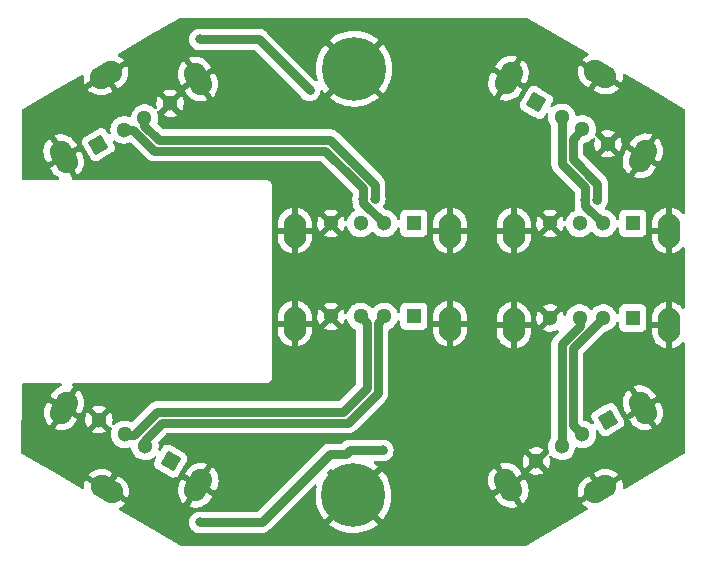
<source format=gbr>
G04 #@! TF.GenerationSoftware,KiCad,Pcbnew,6.0.2+dfsg-1*
G04 #@! TF.CreationDate,2022-06-20T22:27:52-04:00*
G04 #@! TF.ProjectId,RPI4_USB_WigleBottle_v2,52504934-5f55-4534-925f-5769676c6542,rev?*
G04 #@! TF.SameCoordinates,Original*
G04 #@! TF.FileFunction,Copper,L2,Bot*
G04 #@! TF.FilePolarity,Positive*
%FSLAX46Y46*%
G04 Gerber Fmt 4.6, Leading zero omitted, Abs format (unit mm)*
G04 Created by KiCad (PCBNEW 6.0.2+dfsg-1) date 2022-06-20 22:27:52*
%MOMM*%
%LPD*%
G01*
G04 APERTURE LIST*
G04 Aperture macros list*
%AMHorizOval*
0 Thick line with rounded ends*
0 $1 width*
0 $2 $3 position (X,Y) of the first rounded end (center of the circle)*
0 $4 $5 position (X,Y) of the second rounded end (center of the circle)*
0 Add line between two ends*
20,1,$1,$2,$3,$4,$5,0*
0 Add two circle primitives to create the rounded ends*
1,1,$1,$2,$3*
1,1,$1,$4,$5*%
%AMRotRect*
0 Rectangle, with rotation*
0 The origin of the aperture is its center*
0 $1 length*
0 $2 width*
0 $3 Rotation angle, in degrees counterclockwise*
0 Add horizontal line*
21,1,$1,$2,0,0,$3*%
G04 Aperture macros list end*
G04 #@! TA.AperFunction,ComponentPad*
%ADD10RotRect,1.300000X1.300000X30.000000*%
G04 #@! TD*
G04 #@! TA.AperFunction,ComponentPad*
%ADD11C,1.300000*%
G04 #@! TD*
G04 #@! TA.AperFunction,ComponentPad*
%ADD12HorizOval,1.900000X-0.250000X0.433013X0.250000X-0.433013X0*%
G04 #@! TD*
G04 #@! TA.AperFunction,ComponentPad*
%ADD13HorizOval,1.900000X0.433013X0.250000X-0.433013X-0.250000X0*%
G04 #@! TD*
G04 #@! TA.AperFunction,ComponentPad*
%ADD14RotRect,1.300000X1.300000X210.000000*%
G04 #@! TD*
G04 #@! TA.AperFunction,ComponentPad*
%ADD15HorizOval,1.900000X-0.433013X-0.250000X0.433013X0.250000X0*%
G04 #@! TD*
G04 #@! TA.AperFunction,ComponentPad*
%ADD16O,1.900000X2.900000*%
G04 #@! TD*
G04 #@! TA.AperFunction,ComponentPad*
%ADD17R,1.300000X1.300000*%
G04 #@! TD*
G04 #@! TA.AperFunction,ComponentPad*
%ADD18RotRect,1.300000X1.300000X150.000000*%
G04 #@! TD*
G04 #@! TA.AperFunction,ComponentPad*
%ADD19HorizOval,1.900000X-0.433013X0.250000X0.433013X-0.250000X0*%
G04 #@! TD*
G04 #@! TA.AperFunction,ComponentPad*
%ADD20HorizOval,1.900000X-0.250000X-0.433013X0.250000X0.433013X0*%
G04 #@! TD*
G04 #@! TA.AperFunction,ComponentPad*
%ADD21HorizOval,1.900000X0.250000X0.433013X-0.250000X-0.433013X0*%
G04 #@! TD*
G04 #@! TA.AperFunction,ComponentPad*
%ADD22RotRect,1.300000X1.300000X330.000000*%
G04 #@! TD*
G04 #@! TA.AperFunction,ComponentPad*
%ADD23C,0.800000*%
G04 #@! TD*
G04 #@! TA.AperFunction,ComponentPad*
%ADD24C,5.400000*%
G04 #@! TD*
G04 #@! TA.AperFunction,ViaPad*
%ADD25C,0.800000*%
G04 #@! TD*
G04 #@! TA.AperFunction,Conductor*
%ADD26C,0.770000*%
G04 #@! TD*
G04 APERTURE END LIST*
D10*
X59487711Y-87403651D03*
D11*
X61652775Y-86153651D03*
X63384825Y-85153651D03*
X65549889Y-83903651D03*
D12*
X67908587Y-81849036D03*
D13*
X60128800Y-81514049D03*
D12*
X56529013Y-88419036D03*
D14*
X102615089Y-110687730D03*
D11*
X100450025Y-111937730D03*
X98717975Y-112937730D03*
X96552911Y-114187730D03*
D15*
X101974000Y-116577332D03*
D12*
X94194213Y-116242345D03*
X105573787Y-109672345D03*
D16*
X89247000Y-102549000D03*
X76107000Y-102549000D03*
D11*
X79177000Y-101949000D03*
X81677000Y-101949000D03*
X83677000Y-101949000D03*
D17*
X86177000Y-101949000D03*
X86177000Y-94075000D03*
D11*
X83677000Y-94075000D03*
X81677000Y-94075000D03*
X79177000Y-94075000D03*
D16*
X89247000Y-94675000D03*
X76107000Y-94675000D03*
D17*
X104719000Y-102076000D03*
D11*
X102219000Y-102076000D03*
X100219000Y-102076000D03*
X97719000Y-102076000D03*
D16*
X107789000Y-102676000D03*
X94649000Y-102676000D03*
D17*
X104719000Y-94075000D03*
D11*
X102219000Y-94075000D03*
X100219000Y-94075000D03*
X97719000Y-94075000D03*
D16*
X107789000Y-94675000D03*
X94649000Y-94675000D03*
D18*
X65589989Y-114187730D03*
D11*
X63424925Y-112937730D03*
X61692875Y-111937730D03*
X59527811Y-110687730D03*
D19*
X60168900Y-116577332D03*
D20*
X67948687Y-116242345D03*
D21*
X56569113Y-109672345D03*
D22*
X96563611Y-83830671D03*
D11*
X98728675Y-85080671D03*
X100460725Y-86080671D03*
X102625789Y-87330671D03*
D21*
X94204913Y-81776056D03*
D20*
X105584487Y-88346056D03*
D19*
X101984700Y-81441069D03*
D23*
X82559491Y-79543309D03*
X82559491Y-82407091D03*
X83152600Y-80975200D03*
X81127600Y-83000200D03*
X79102600Y-80975200D03*
X79695709Y-79543309D03*
D24*
X81127600Y-80975200D03*
D23*
X79695709Y-82407091D03*
X81127600Y-78950200D03*
X79644909Y-118525891D03*
X81076800Y-119119000D03*
X79051800Y-117094000D03*
X79644909Y-115662109D03*
X83101800Y-117094000D03*
X82508691Y-115662109D03*
D24*
X81076800Y-117094000D03*
D23*
X81076800Y-115069000D03*
X82508691Y-118525891D03*
D25*
X97078800Y-110998000D03*
X67360800Y-77114400D03*
X73964800Y-108407200D03*
X76555600Y-85191600D03*
X71069200Y-120802400D03*
X91135200Y-120751600D03*
X61925200Y-89662000D03*
X70459600Y-85191600D03*
X75946000Y-89662000D03*
X97078800Y-104952800D03*
X91186000Y-77165200D03*
X74371200Y-77165200D03*
X79603600Y-85242400D03*
X84124800Y-120751600D03*
X94691200Y-77165200D03*
X84632800Y-106172000D03*
X68427600Y-85191600D03*
X76809600Y-112623600D03*
X67665600Y-112623600D03*
X75946000Y-108356400D03*
X77876400Y-77165200D03*
X94640400Y-120751600D03*
X70916800Y-77165200D03*
X84429600Y-109677200D03*
X79654400Y-112318800D03*
X82092800Y-87731600D03*
X63957200Y-89662000D03*
X73507600Y-85191600D03*
X98247200Y-90932000D03*
X68021200Y-89662000D03*
X87680800Y-77165200D03*
X71932800Y-89662000D03*
X84531200Y-90170000D03*
X75946000Y-91236800D03*
X70713600Y-112623600D03*
X87630000Y-120751600D03*
X75946000Y-106273600D03*
X97078800Y-86512400D03*
X101142800Y-105816400D03*
X78028800Y-120751600D03*
X82092800Y-87731600D03*
X67513200Y-120751600D03*
X63957200Y-108356400D03*
X69951600Y-89662000D03*
X97078800Y-88595200D03*
X73761600Y-112623600D03*
X73964800Y-89662000D03*
X102362000Y-104089200D03*
X71932800Y-108356400D03*
X84175600Y-77165200D03*
X101142800Y-109372400D03*
X65989200Y-108356400D03*
X69951600Y-108356400D03*
X65938400Y-89662000D03*
X68021200Y-108356400D03*
X82499200Y-111607600D03*
X74574400Y-120751600D03*
X97078800Y-107950000D03*
X103327200Y-90932000D03*
X61925200Y-108356400D03*
X68072000Y-78486000D03*
X77368400Y-82804000D03*
X68072000Y-119380000D03*
X83566000Y-113284000D03*
X82880200Y-91973400D03*
X81889600Y-91998800D03*
X101727000Y-92075000D03*
X100711000Y-92075000D03*
D26*
X73050400Y-78486000D02*
X68072000Y-78486000D01*
X77368400Y-82804000D02*
X73050400Y-78486000D01*
X80772000Y-113284000D02*
X80447889Y-113608111D01*
X80447889Y-113608111D02*
X79076289Y-113608111D01*
X73304400Y-119380000D02*
X68072000Y-119380000D01*
X83566000Y-113284000D02*
X80772000Y-113284000D01*
X79076289Y-113608111D02*
X73304400Y-119380000D01*
X63384825Y-85153651D02*
X63384825Y-85798335D01*
X82880200Y-90787764D02*
X82880200Y-91973400D01*
X79083436Y-86991000D02*
X82880200Y-90787764D01*
X63384825Y-85798335D02*
X64577490Y-86991000D01*
X64577490Y-86991000D02*
X79083436Y-86991000D01*
X81889600Y-92307793D02*
X83656807Y-94075000D01*
X83656807Y-94075000D02*
X83677000Y-94075000D01*
X81889600Y-91109800D02*
X81889600Y-91948000D01*
X81182482Y-90402682D02*
X81889600Y-91109800D01*
X81889600Y-91948000D02*
X81889600Y-92307793D01*
X62436349Y-86153651D02*
X64196098Y-87913400D01*
X83677000Y-94075000D02*
X83677000Y-93964000D01*
X78701364Y-87913400D02*
X81182482Y-90394518D01*
X81182482Y-90394518D02*
X81182482Y-90402682D01*
X61652775Y-86153651D02*
X62436349Y-86153651D01*
X64196098Y-87913400D02*
X78701364Y-87913400D01*
X81677000Y-101949000D02*
X82215800Y-102487800D01*
X82215800Y-102487800D02*
X82215800Y-108012964D01*
X61769145Y-112014000D02*
X61692875Y-111937730D01*
X62484000Y-112014000D02*
X61769145Y-112014000D01*
X64469200Y-110028800D02*
X62484000Y-112014000D01*
X82215800Y-108012964D02*
X80199964Y-110028800D01*
X80199964Y-110028800D02*
X64469200Y-110028800D01*
X63424925Y-112376867D02*
X63424925Y-112937730D01*
X64850592Y-110951200D02*
X63424925Y-112376867D01*
X83138200Y-108395036D02*
X80582036Y-110951200D01*
X83138200Y-102487800D02*
X83138200Y-108395036D01*
X83677000Y-101949000D02*
X83138200Y-102487800D01*
X80582036Y-110951200D02*
X64850592Y-110951200D01*
X99651075Y-86890321D02*
X99651075Y-88635639D01*
X101727000Y-90711564D02*
X101727000Y-92075000D01*
X100460725Y-86080671D02*
X99651075Y-86890321D01*
X99651075Y-88635639D02*
X101727000Y-90711564D01*
X100711000Y-92567000D02*
X102219000Y-94075000D01*
X100720025Y-92065975D02*
X100711000Y-92075000D01*
X98728675Y-85080671D02*
X98728675Y-89017711D01*
X100720025Y-91009061D02*
X100720025Y-92065975D01*
X98728675Y-89017711D02*
X100720025Y-91009061D01*
X100711000Y-92075000D02*
X100711000Y-92567000D01*
X98717975Y-104272554D02*
X98717975Y-112937730D01*
X100219000Y-102771529D02*
X98717975Y-104272554D01*
X100219000Y-102076000D02*
X100219000Y-102771529D01*
X99640375Y-111128080D02*
X100450025Y-111937730D01*
X99640375Y-104654625D02*
X99640375Y-111128080D01*
X102219000Y-102076000D02*
X99640375Y-104654625D01*
G04 #@! TA.AperFunction,Conductor*
G36*
X95778095Y-76674087D02*
G01*
X100930274Y-79649423D01*
X100979261Y-79700811D01*
X100992690Y-79770526D01*
X100966296Y-79836434D01*
X100913848Y-79875607D01*
X100905999Y-79878730D01*
X100896759Y-79883317D01*
X100700322Y-80001814D01*
X100691963Y-80007843D01*
X100517517Y-80156835D01*
X100510257Y-80164146D01*
X100446929Y-80239350D01*
X100441546Y-80251593D01*
X100451884Y-80262804D01*
X101891730Y-81094099D01*
X103772794Y-82180132D01*
X103786311Y-82183411D01*
X103795169Y-82172041D01*
X103817857Y-82113849D01*
X103820803Y-82103968D01*
X103868109Y-81879486D01*
X103869399Y-81869269D01*
X103879406Y-81640075D01*
X103879010Y-81629771D01*
X103873207Y-81581815D01*
X103884880Y-81511785D01*
X103932561Y-81459183D01*
X104001113Y-81440710D01*
X104061305Y-81457565D01*
X106408715Y-82813172D01*
X109080564Y-84356140D01*
X109129551Y-84407527D01*
X109143552Y-84465359D01*
X109136128Y-93151963D01*
X109136118Y-93163386D01*
X109116058Y-93231489D01*
X109062362Y-93277936D01*
X108992080Y-93287980D01*
X108927524Y-93258432D01*
X108916925Y-93248078D01*
X108790244Y-93108857D01*
X108782707Y-93101830D01*
X108602668Y-92959644D01*
X108594081Y-92953939D01*
X108393250Y-92843074D01*
X108383838Y-92838844D01*
X108167584Y-92762264D01*
X108157634Y-92759635D01*
X108060836Y-92742393D01*
X108047540Y-92743852D01*
X108043000Y-92758408D01*
X108043000Y-96593067D01*
X108046918Y-96606411D01*
X108061194Y-96608398D01*
X108122933Y-96598950D01*
X108132961Y-96596561D01*
X108351016Y-96525290D01*
X108360525Y-96521293D01*
X108564007Y-96415367D01*
X108572732Y-96409873D01*
X108756187Y-96272131D01*
X108763894Y-96265288D01*
X108916435Y-96105664D01*
X108977960Y-96070234D01*
X109048872Y-96073691D01*
X109106658Y-96114937D01*
X109132972Y-96180878D01*
X109133528Y-96192807D01*
X109129285Y-101156880D01*
X109109226Y-101224981D01*
X109055530Y-101271428D01*
X108985248Y-101281472D01*
X108920692Y-101251924D01*
X108910092Y-101241570D01*
X108790237Y-101109851D01*
X108782707Y-101102830D01*
X108602668Y-100960644D01*
X108594081Y-100954939D01*
X108393250Y-100844074D01*
X108383838Y-100839844D01*
X108167584Y-100763264D01*
X108157634Y-100760635D01*
X108060836Y-100743393D01*
X108047540Y-100744852D01*
X108043000Y-100759408D01*
X108043000Y-104594067D01*
X108046918Y-104607411D01*
X108061194Y-104609398D01*
X108122933Y-104599950D01*
X108132961Y-104597561D01*
X108351016Y-104526290D01*
X108360525Y-104522293D01*
X108564007Y-104416367D01*
X108572732Y-104410873D01*
X108756187Y-104273131D01*
X108763894Y-104266288D01*
X108909590Y-104113826D01*
X108971114Y-104078396D01*
X109042027Y-104081853D01*
X109099813Y-104123099D01*
X109126127Y-104189039D01*
X109126684Y-104200978D01*
X109120688Y-111215499D01*
X109118712Y-113527688D01*
X109098652Y-113595791D01*
X109055764Y-113636669D01*
X108934374Y-113706830D01*
X104056120Y-116526371D01*
X103987132Y-116543142D01*
X103920029Y-116519953D01*
X103876116Y-116464167D01*
X103868896Y-116419161D01*
X103867123Y-116419195D01*
X103862620Y-116184658D01*
X103861578Y-116174400D01*
X103819773Y-115948838D01*
X103817068Y-115938883D01*
X103783606Y-115846446D01*
X103775694Y-115835660D01*
X103760817Y-115839007D01*
X101881030Y-116924302D01*
X100439905Y-117756335D01*
X100430308Y-117766401D01*
X100435726Y-117779759D01*
X100474775Y-117828501D01*
X100481859Y-117835991D01*
X100652606Y-117989194D01*
X100660827Y-117995434D01*
X100854302Y-118118692D01*
X100863416Y-118123498D01*
X100878685Y-118130010D01*
X100933497Y-118175134D01*
X100955213Y-118242728D01*
X100936937Y-118311332D01*
X100892305Y-118354998D01*
X97564914Y-120278169D01*
X95690897Y-121361317D01*
X95676666Y-121369542D01*
X95613506Y-121386453D01*
X68397772Y-121362971D01*
X66514449Y-121361346D01*
X66451679Y-121344535D01*
X63040248Y-119380000D01*
X67158496Y-119380000D01*
X67159186Y-119386565D01*
X67174660Y-119533788D01*
X67178458Y-119569928D01*
X67237473Y-119751556D01*
X67332960Y-119916944D01*
X67337378Y-119921851D01*
X67337379Y-119921852D01*
X67448184Y-120044913D01*
X67460747Y-120058866D01*
X67536188Y-120113677D01*
X67587136Y-120150693D01*
X67615248Y-120171118D01*
X67621276Y-120173802D01*
X67621278Y-120173803D01*
X67783681Y-120246109D01*
X67789712Y-120248794D01*
X67878690Y-120267707D01*
X67970056Y-120287128D01*
X67970061Y-120287128D01*
X67976513Y-120288500D01*
X68167487Y-120288500D01*
X68173939Y-120287128D01*
X68173944Y-120287128D01*
X68225104Y-120276253D01*
X68251301Y-120273500D01*
X73224158Y-120273500D01*
X73243868Y-120275051D01*
X73257380Y-120277191D01*
X73263967Y-120276846D01*
X73263972Y-120276846D01*
X73324507Y-120273673D01*
X73331101Y-120273500D01*
X73351229Y-120273500D01*
X73355894Y-120273010D01*
X73371251Y-120271396D01*
X73377825Y-120270879D01*
X73438349Y-120267707D01*
X73438352Y-120267707D01*
X73444945Y-120267361D01*
X73451324Y-120265652D01*
X73451329Y-120265651D01*
X73458156Y-120263822D01*
X73477589Y-120260220D01*
X73484618Y-120259481D01*
X73484627Y-120259479D01*
X73491192Y-120258789D01*
X73497477Y-120256747D01*
X73555097Y-120238026D01*
X73561419Y-120236153D01*
X73619979Y-120220461D01*
X73619984Y-120220459D01*
X73626366Y-120218749D01*
X73638550Y-120212541D01*
X73656813Y-120204976D01*
X73663537Y-120202791D01*
X73663539Y-120202790D01*
X73669821Y-120200749D01*
X73675542Y-120197446D01*
X73728027Y-120167144D01*
X73733824Y-120163996D01*
X73787838Y-120136475D01*
X73793716Y-120133480D01*
X73804340Y-120124876D01*
X73820636Y-120113677D01*
X73826757Y-120110143D01*
X73826760Y-120110141D01*
X73832479Y-120106839D01*
X73882443Y-120061852D01*
X73887452Y-120057574D01*
X73900525Y-120046988D01*
X73900528Y-120046985D01*
X73903087Y-120044913D01*
X73917313Y-120030687D01*
X73922098Y-120026146D01*
X73967147Y-119985584D01*
X73967148Y-119985583D01*
X73972058Y-119981162D01*
X73980100Y-119970093D01*
X73992942Y-119955058D01*
X74410059Y-119537941D01*
X78998399Y-119537941D01*
X78998437Y-119538486D01*
X79004040Y-119546846D01*
X79026136Y-119567306D01*
X79031559Y-119571793D01*
X79314611Y-119780478D01*
X79320501Y-119784332D01*
X79625058Y-119960167D01*
X79631327Y-119963334D01*
X79953598Y-120104132D01*
X79960181Y-120106580D01*
X80296132Y-120210574D01*
X80302947Y-120212273D01*
X80648388Y-120278169D01*
X80655365Y-120279100D01*
X81006014Y-120306081D01*
X81013022Y-120306227D01*
X81364492Y-120293954D01*
X81371488Y-120293317D01*
X81719382Y-120241945D01*
X81726281Y-120240529D01*
X82066298Y-120150693D01*
X82072958Y-120148529D01*
X82400847Y-120021349D01*
X82407246Y-120018446D01*
X82718899Y-119855517D01*
X82724944Y-119851914D01*
X83016494Y-119655261D01*
X83022088Y-119651015D01*
X83144710Y-119546656D01*
X83153142Y-119533788D01*
X83147113Y-119523523D01*
X81089612Y-117466022D01*
X81075668Y-117458408D01*
X81073835Y-117458539D01*
X81067220Y-117462790D01*
X79006013Y-119523997D01*
X78998399Y-119537941D01*
X74410059Y-119537941D01*
X77748046Y-116199954D01*
X77810358Y-116165928D01*
X77881173Y-116170993D01*
X77938009Y-116213540D01*
X77962820Y-116280060D01*
X77957764Y-116325464D01*
X77954855Y-116335099D01*
X77953200Y-116341942D01*
X77889718Y-116687824D01*
X77888835Y-116694819D01*
X77864304Y-117045621D01*
X77864206Y-117052666D01*
X77878933Y-117404021D01*
X77879618Y-117411013D01*
X77933420Y-117758559D01*
X77934880Y-117765426D01*
X78027088Y-118104807D01*
X78029302Y-118111463D01*
X78158770Y-118438462D01*
X78161709Y-118444823D01*
X78326819Y-118755347D01*
X78330453Y-118761348D01*
X78529139Y-119051523D01*
X78533433Y-119057098D01*
X78624008Y-119162030D01*
X78637051Y-119170447D01*
X78647082Y-119164508D01*
X80716458Y-117095132D01*
X81441208Y-117095132D01*
X81441339Y-117096965D01*
X81445590Y-117103580D01*
X83507499Y-119165489D01*
X83521443Y-119173103D01*
X83522223Y-119173048D01*
X83530270Y-119167696D01*
X83535732Y-119161880D01*
X83540254Y-119156491D01*
X83750913Y-118874896D01*
X83754803Y-118869042D01*
X83932762Y-118565719D01*
X83935976Y-118559465D01*
X84079014Y-118238195D01*
X84081511Y-118231620D01*
X84187848Y-117896405D01*
X84189594Y-117889603D01*
X84257900Y-117544635D01*
X84258881Y-117537654D01*
X84287608Y-117195559D01*
X93062927Y-117195559D01*
X93065320Y-117203047D01*
X93210640Y-117454748D01*
X93213414Y-117459127D01*
X93310757Y-117599709D01*
X93317309Y-117607685D01*
X93476952Y-117772425D01*
X93484712Y-117779217D01*
X93669122Y-117915673D01*
X93677877Y-117921101D01*
X93882111Y-118025614D01*
X93891633Y-118029539D01*
X94110184Y-118099287D01*
X94120225Y-118101605D01*
X94347234Y-118134722D01*
X94357516Y-118135369D01*
X94586887Y-118130965D01*
X94597145Y-118129923D01*
X94822707Y-118088118D01*
X94832662Y-118085413D01*
X94925099Y-118051951D01*
X94935885Y-118044039D01*
X94932538Y-118029162D01*
X94110300Y-116605003D01*
X94098805Y-116594043D01*
X94096998Y-116593695D01*
X94089510Y-116596088D01*
X93074235Y-117182257D01*
X93063275Y-117193752D01*
X93062927Y-117195559D01*
X84287608Y-117195559D01*
X84288419Y-117185898D01*
X84288633Y-117181529D01*
X84289825Y-117096178D01*
X84289734Y-117091828D01*
X84270027Y-116739352D01*
X84269245Y-116732380D01*
X84210594Y-116385612D01*
X84209041Y-116378776D01*
X84112100Y-116040704D01*
X84109797Y-116034091D01*
X84019241Y-115814384D01*
X92481640Y-115814384D01*
X92481712Y-115824699D01*
X92502105Y-116053195D01*
X92503860Y-116063355D01*
X92561300Y-116285464D01*
X92564685Y-116295184D01*
X92640979Y-116467351D01*
X92644023Y-116473337D01*
X92795490Y-116735687D01*
X92806985Y-116746647D01*
X92808792Y-116746995D01*
X92816280Y-116744602D01*
X93517830Y-116339561D01*
X94545563Y-116339561D01*
X94547956Y-116347048D01*
X95373216Y-117776441D01*
X95383281Y-117786038D01*
X95396640Y-117780620D01*
X95445387Y-117741565D01*
X95452870Y-117734489D01*
X95606078Y-117563738D01*
X95612314Y-117555522D01*
X95735578Y-117362035D01*
X95740378Y-117352930D01*
X95830386Y-117141911D01*
X95833641Y-117132127D01*
X95887973Y-116909248D01*
X95889586Y-116899062D01*
X95901498Y-116740635D01*
X100080976Y-116740635D01*
X100085381Y-116970006D01*
X100086423Y-116980264D01*
X100128229Y-117205831D01*
X100130932Y-117215778D01*
X100164394Y-117308218D01*
X100172306Y-117319004D01*
X100187183Y-117315657D01*
X101611342Y-116493419D01*
X101622302Y-116481924D01*
X101622650Y-116480117D01*
X101620257Y-116472629D01*
X101034088Y-115457354D01*
X101022593Y-115446394D01*
X101020786Y-115446046D01*
X101013298Y-115448439D01*
X100761592Y-115593762D01*
X100757229Y-115596526D01*
X100616629Y-115693882D01*
X100608666Y-115700424D01*
X100443920Y-115860072D01*
X100437128Y-115867831D01*
X100300672Y-116052241D01*
X100295244Y-116060996D01*
X100190732Y-116265229D01*
X100186807Y-116274751D01*
X100117059Y-116493302D01*
X100114741Y-116503344D01*
X100081623Y-116730353D01*
X100080976Y-116740635D01*
X95901498Y-116740635D01*
X95906786Y-116670306D01*
X95906714Y-116659991D01*
X95886322Y-116431493D01*
X95884569Y-116421341D01*
X95827127Y-116199233D01*
X95823738Y-116189500D01*
X95747447Y-116017339D01*
X95744403Y-116011353D01*
X95592936Y-115749003D01*
X95581441Y-115738043D01*
X95579634Y-115737695D01*
X95572146Y-115740088D01*
X94556872Y-116326258D01*
X94545912Y-116337753D01*
X94545563Y-116339561D01*
X93517830Y-116339561D01*
X93831554Y-116158432D01*
X93842514Y-116146937D01*
X93842863Y-116145129D01*
X93840470Y-116137642D01*
X93015210Y-114708250D01*
X93005144Y-114698653D01*
X92991786Y-114704071D01*
X92943044Y-114743120D01*
X92935554Y-114750204D01*
X92782351Y-114920951D01*
X92776111Y-114929172D01*
X92652853Y-115122647D01*
X92648046Y-115131764D01*
X92558039Y-115342784D01*
X92554786Y-115352562D01*
X92500453Y-115575442D01*
X92498840Y-115585628D01*
X92481640Y-115814384D01*
X84019241Y-115814384D01*
X83975776Y-115708930D01*
X83972747Y-115702610D01*
X83803321Y-115394424D01*
X83799595Y-115388462D01*
X83596876Y-115101090D01*
X83592515Y-115095588D01*
X83530194Y-115025394D01*
X83516804Y-115017015D01*
X83507246Y-115022764D01*
X81448822Y-117081188D01*
X81441208Y-117095132D01*
X80716458Y-117095132D01*
X83146514Y-114665076D01*
X83154128Y-114651132D01*
X83154123Y-114651057D01*
X83148017Y-114642081D01*
X83092733Y-114592303D01*
X83087245Y-114587891D01*
X82881582Y-114440651D01*
X93452541Y-114440651D01*
X93455888Y-114455528D01*
X94278126Y-115879687D01*
X94289621Y-115890647D01*
X94291428Y-115890995D01*
X94298916Y-115888602D01*
X95314191Y-115302433D01*
X95325151Y-115290938D01*
X95325499Y-115289131D01*
X95323106Y-115281643D01*
X95255805Y-115165074D01*
X95939927Y-115165074D01*
X95949809Y-115177564D01*
X95993190Y-115206550D01*
X96003300Y-115212040D01*
X96188229Y-115291492D01*
X96199172Y-115295047D01*
X96395478Y-115339467D01*
X96406886Y-115340969D01*
X96608007Y-115348870D01*
X96619491Y-115348268D01*
X96818685Y-115319387D01*
X96829868Y-115316702D01*
X97020458Y-115252006D01*
X97030971Y-115247325D01*
X97129918Y-115191911D01*
X101469350Y-115191911D01*
X101471743Y-115199399D01*
X102057913Y-116214673D01*
X102069408Y-116225633D01*
X102071216Y-116225982D01*
X102078703Y-116223589D01*
X103508096Y-115398329D01*
X103517693Y-115388264D01*
X103512275Y-115374905D01*
X103473220Y-115326158D01*
X103466144Y-115318675D01*
X103295393Y-115165467D01*
X103287177Y-115159231D01*
X103093690Y-115035967D01*
X103084585Y-115031167D01*
X102873566Y-114941159D01*
X102863782Y-114937904D01*
X102640903Y-114883572D01*
X102630717Y-114881959D01*
X102401961Y-114864759D01*
X102391646Y-114864831D01*
X102163148Y-114885223D01*
X102152996Y-114886976D01*
X101930888Y-114944418D01*
X101921155Y-114947807D01*
X101748994Y-115024098D01*
X101743008Y-115027142D01*
X101480658Y-115178609D01*
X101469698Y-115190104D01*
X101469350Y-115191911D01*
X97129918Y-115191911D01*
X97157677Y-115176365D01*
X97167542Y-115166287D01*
X97164586Y-115158615D01*
X96565723Y-114559752D01*
X96551779Y-114552138D01*
X96549946Y-114552269D01*
X96543331Y-114556520D01*
X95946123Y-115153728D01*
X95939927Y-115165074D01*
X95255805Y-115165074D01*
X95177783Y-115029937D01*
X95175019Y-115025574D01*
X95077663Y-114884974D01*
X95071121Y-114877011D01*
X94911473Y-114712265D01*
X94903714Y-114705473D01*
X94719304Y-114569017D01*
X94710549Y-114563589D01*
X94506316Y-114459077D01*
X94496794Y-114455152D01*
X94278243Y-114385404D01*
X94268201Y-114383086D01*
X94041192Y-114349968D01*
X94030910Y-114349321D01*
X93801539Y-114353726D01*
X93791281Y-114354768D01*
X93565714Y-114396574D01*
X93555767Y-114399277D01*
X93463327Y-114432739D01*
X93452541Y-114440651D01*
X82881582Y-114440651D01*
X82833114Y-114405951D01*
X82789368Y-114350032D01*
X82782799Y-114279340D01*
X82815491Y-114216319D01*
X82877066Y-114180977D01*
X82906461Y-114177500D01*
X83386699Y-114177500D01*
X83412896Y-114180253D01*
X83464056Y-114191128D01*
X83464061Y-114191128D01*
X83470513Y-114192500D01*
X83661487Y-114192500D01*
X83667939Y-114191128D01*
X83667944Y-114191128D01*
X83754888Y-114172647D01*
X83800024Y-114163053D01*
X95390727Y-114163053D01*
X95403890Y-114363889D01*
X95405691Y-114375259D01*
X95455234Y-114570334D01*
X95459075Y-114581181D01*
X95543340Y-114763968D01*
X95549089Y-114773925D01*
X95562823Y-114793358D01*
X95573412Y-114801746D01*
X95586713Y-114794718D01*
X96180889Y-114200542D01*
X96187267Y-114188862D01*
X96917319Y-114188862D01*
X96917450Y-114190695D01*
X96921701Y-114197310D01*
X97519882Y-114795491D01*
X97532262Y-114802251D01*
X97538842Y-114797325D01*
X97612506Y-114665790D01*
X97617187Y-114655277D01*
X97681883Y-114464687D01*
X97684568Y-114453504D01*
X97713745Y-114252269D01*
X97714375Y-114244887D01*
X97715775Y-114191434D01*
X97715532Y-114184035D01*
X97696927Y-113981554D01*
X97694831Y-113970243D01*
X97662351Y-113855077D01*
X97663112Y-113784084D01*
X97702134Y-113724773D01*
X97767027Y-113695974D01*
X97837188Y-113706830D01*
X97871543Y-113730622D01*
X97952448Y-113809436D01*
X97985784Y-113841911D01*
X97990580Y-113845116D01*
X97990583Y-113845118D01*
X98084068Y-113907582D01*
X98162818Y-113960201D01*
X98168121Y-113962479D01*
X98168124Y-113962481D01*
X98353138Y-114041969D01*
X98358445Y-114044249D01*
X98401499Y-114053991D01*
X98560476Y-114089964D01*
X98560481Y-114089965D01*
X98566113Y-114091239D01*
X98571884Y-114091466D01*
X98571886Y-114091466D01*
X98633227Y-114093876D01*
X98778866Y-114099599D01*
X98784575Y-114098771D01*
X98784579Y-114098771D01*
X98983865Y-114069875D01*
X98983869Y-114069874D01*
X98989580Y-114069046D01*
X99191198Y-114000606D01*
X99376968Y-113896570D01*
X99540668Y-113760423D01*
X99676815Y-113596723D01*
X99780851Y-113410953D01*
X99849291Y-113209335D01*
X99862406Y-113118885D01*
X99891976Y-113054339D01*
X99951748Y-113016027D01*
X100022744Y-113016111D01*
X100036840Y-113021197D01*
X100090495Y-113044249D01*
X100135087Y-113054339D01*
X100292526Y-113089964D01*
X100292531Y-113089965D01*
X100298163Y-113091239D01*
X100303934Y-113091466D01*
X100303936Y-113091466D01*
X100365277Y-113093876D01*
X100510916Y-113099599D01*
X100516625Y-113098771D01*
X100516629Y-113098771D01*
X100715915Y-113069875D01*
X100715919Y-113069874D01*
X100721630Y-113069046D01*
X100923248Y-113000606D01*
X101109018Y-112896570D01*
X101272718Y-112760423D01*
X101408865Y-112596723D01*
X101512901Y-112410953D01*
X101581341Y-112209335D01*
X101589072Y-112156021D01*
X101611362Y-112002291D01*
X101611362Y-112002289D01*
X101611894Y-111998621D01*
X101613488Y-111937730D01*
X101594006Y-111725706D01*
X101593322Y-111723282D01*
X101600467Y-111653711D01*
X101644751Y-111598219D01*
X101712006Y-111575477D01*
X101780881Y-111592707D01*
X101826223Y-111638374D01*
X101959161Y-111868630D01*
X101959167Y-111868639D01*
X101960866Y-111871582D01*
X101962872Y-111874323D01*
X101962876Y-111874329D01*
X101991209Y-111913040D01*
X101997807Y-111922055D01*
X102110281Y-112014607D01*
X102244210Y-112071870D01*
X102253119Y-112072940D01*
X102253122Y-112072941D01*
X102344572Y-112083927D01*
X102388827Y-112089243D01*
X102397682Y-112087769D01*
X102397685Y-112087769D01*
X102524718Y-112066625D01*
X102524720Y-112066624D01*
X102532509Y-112065328D01*
X102539729Y-112062143D01*
X102539734Y-112062142D01*
X102586617Y-112041463D01*
X102589737Y-112040087D01*
X103096816Y-111747325D01*
X103795989Y-111343658D01*
X103795998Y-111343652D01*
X103798941Y-111341953D01*
X103801682Y-111339947D01*
X103801688Y-111339943D01*
X103843038Y-111309679D01*
X103843040Y-111309677D01*
X103849414Y-111305012D01*
X103922629Y-111216038D01*
X103936262Y-111199470D01*
X103936262Y-111199469D01*
X103941966Y-111192538D01*
X103999229Y-111058609D01*
X104016602Y-110913992D01*
X104014871Y-110903587D01*
X103993984Y-110778101D01*
X103993983Y-110778099D01*
X103992687Y-110770310D01*
X103989502Y-110763090D01*
X103989501Y-110763085D01*
X103968822Y-110716202D01*
X103967446Y-110713082D01*
X103916915Y-110625559D01*
X104442501Y-110625559D01*
X104444894Y-110633047D01*
X104590214Y-110884748D01*
X104592988Y-110889127D01*
X104690331Y-111029709D01*
X104696883Y-111037685D01*
X104856526Y-111202425D01*
X104864286Y-111209217D01*
X105048696Y-111345673D01*
X105057451Y-111351101D01*
X105261685Y-111455614D01*
X105271207Y-111459539D01*
X105489758Y-111529287D01*
X105499799Y-111531605D01*
X105726808Y-111564722D01*
X105737090Y-111565369D01*
X105966461Y-111560965D01*
X105976719Y-111559923D01*
X106202281Y-111518118D01*
X106212236Y-111515413D01*
X106304673Y-111481951D01*
X106315459Y-111474039D01*
X106312112Y-111459162D01*
X105489874Y-110035003D01*
X105478379Y-110024043D01*
X105476572Y-110023695D01*
X105469084Y-110026088D01*
X104453809Y-110612257D01*
X104442849Y-110623752D01*
X104442501Y-110625559D01*
X103916915Y-110625559D01*
X103657735Y-110176647D01*
X103271017Y-109506830D01*
X103271011Y-109506821D01*
X103269312Y-109503878D01*
X103267306Y-109501137D01*
X103267302Y-109501131D01*
X103237038Y-109459781D01*
X103237036Y-109459779D01*
X103232371Y-109453405D01*
X103224255Y-109446726D01*
X103126829Y-109366557D01*
X103126828Y-109366557D01*
X103119897Y-109360853D01*
X102985968Y-109303590D01*
X102977059Y-109302520D01*
X102977056Y-109302519D01*
X102874223Y-109290166D01*
X102841351Y-109286217D01*
X102832496Y-109287691D01*
X102832493Y-109287691D01*
X102705460Y-109308835D01*
X102705458Y-109308836D01*
X102697669Y-109310132D01*
X102690449Y-109313317D01*
X102690444Y-109313318D01*
X102650157Y-109331087D01*
X102640441Y-109335373D01*
X102245457Y-109563417D01*
X101434189Y-110031802D01*
X101434180Y-110031808D01*
X101431237Y-110033507D01*
X101428496Y-110035513D01*
X101428490Y-110035517D01*
X101402876Y-110054264D01*
X101380764Y-110070448D01*
X101375742Y-110076551D01*
X101375741Y-110076552D01*
X101295058Y-110174602D01*
X101288212Y-110182922D01*
X101230949Y-110316851D01*
X101213576Y-110461468D01*
X101215050Y-110470323D01*
X101215050Y-110470326D01*
X101236194Y-110597359D01*
X101237491Y-110605150D01*
X101240676Y-110612370D01*
X101240677Y-110612375D01*
X101257957Y-110651551D01*
X101262732Y-110662378D01*
X101402888Y-110905134D01*
X101403137Y-110905566D01*
X101419875Y-110974561D01*
X101396655Y-111041653D01*
X101340848Y-111085540D01*
X101270172Y-111092289D01*
X101208490Y-111061091D01*
X101162543Y-111018618D01*
X101162538Y-111018614D01*
X101158296Y-111014693D01*
X100978226Y-110901077D01*
X100780466Y-110822179D01*
X100774809Y-110821054D01*
X100774803Y-110821052D01*
X100697734Y-110805723D01*
X100635293Y-110793302D01*
X100572384Y-110760396D01*
X100537252Y-110698701D01*
X100533875Y-110669724D01*
X100533875Y-109244384D01*
X103861214Y-109244384D01*
X103861286Y-109254699D01*
X103881679Y-109483195D01*
X103883434Y-109493355D01*
X103940874Y-109715464D01*
X103944259Y-109725184D01*
X104020553Y-109897351D01*
X104023597Y-109903337D01*
X104175064Y-110165687D01*
X104186559Y-110176647D01*
X104188366Y-110176995D01*
X104195854Y-110174602D01*
X104897404Y-109769561D01*
X105925137Y-109769561D01*
X105927530Y-109777048D01*
X106752790Y-111206441D01*
X106762855Y-111216038D01*
X106776214Y-111210620D01*
X106824961Y-111171565D01*
X106832444Y-111164489D01*
X106985652Y-110993738D01*
X106991888Y-110985522D01*
X107115152Y-110792035D01*
X107119952Y-110782930D01*
X107209960Y-110571911D01*
X107213215Y-110562127D01*
X107267547Y-110339248D01*
X107269160Y-110329062D01*
X107286360Y-110100306D01*
X107286288Y-110089991D01*
X107265896Y-109861493D01*
X107264143Y-109851341D01*
X107206701Y-109629233D01*
X107203312Y-109619500D01*
X107127021Y-109447339D01*
X107123977Y-109441353D01*
X106972510Y-109179003D01*
X106961015Y-109168043D01*
X106959208Y-109167695D01*
X106951720Y-109170088D01*
X105936446Y-109756258D01*
X105925486Y-109767753D01*
X105925137Y-109769561D01*
X104897404Y-109769561D01*
X105211128Y-109588432D01*
X105222088Y-109576937D01*
X105222437Y-109575129D01*
X105220044Y-109567642D01*
X104394784Y-108138250D01*
X104384718Y-108128653D01*
X104371360Y-108134071D01*
X104322618Y-108173120D01*
X104315128Y-108180204D01*
X104161925Y-108350951D01*
X104155685Y-108359172D01*
X104032427Y-108552647D01*
X104027620Y-108561764D01*
X103937613Y-108772784D01*
X103934360Y-108782562D01*
X103880027Y-109005442D01*
X103878414Y-109015628D01*
X103861214Y-109244384D01*
X100533875Y-109244384D01*
X100533875Y-107870651D01*
X104832115Y-107870651D01*
X104835462Y-107885528D01*
X105657700Y-109309687D01*
X105669195Y-109320647D01*
X105671002Y-109320995D01*
X105678490Y-109318602D01*
X106693765Y-108732433D01*
X106704725Y-108720938D01*
X106705073Y-108719131D01*
X106702680Y-108711643D01*
X106557357Y-108459937D01*
X106554593Y-108455574D01*
X106457237Y-108314974D01*
X106450695Y-108307011D01*
X106291047Y-108142265D01*
X106283288Y-108135473D01*
X106098878Y-107999017D01*
X106090123Y-107993589D01*
X105885890Y-107889077D01*
X105876368Y-107885152D01*
X105657817Y-107815404D01*
X105647775Y-107813086D01*
X105420766Y-107779968D01*
X105410484Y-107779321D01*
X105181113Y-107783726D01*
X105170855Y-107784768D01*
X104945288Y-107826574D01*
X104935341Y-107829277D01*
X104842901Y-107862739D01*
X104832115Y-107870651D01*
X100533875Y-107870651D01*
X100533875Y-105076915D01*
X100553877Y-105008794D01*
X100570780Y-104987820D01*
X102298062Y-103260538D01*
X102360374Y-103226512D01*
X102369071Y-103224938D01*
X102442839Y-103214242D01*
X102484889Y-103208145D01*
X102484891Y-103208145D01*
X102490605Y-103207316D01*
X102692223Y-103138876D01*
X102877993Y-103034840D01*
X103041693Y-102898693D01*
X103177840Y-102734993D01*
X103281876Y-102549223D01*
X103315187Y-102451092D01*
X103356024Y-102393015D01*
X103421777Y-102366237D01*
X103491569Y-102379258D01*
X103543242Y-102427945D01*
X103560500Y-102491593D01*
X103560500Y-102774134D01*
X103567255Y-102836316D01*
X103618385Y-102972705D01*
X103705739Y-103089261D01*
X103822295Y-103176615D01*
X103958684Y-103227745D01*
X104020866Y-103234500D01*
X105417134Y-103234500D01*
X105419988Y-103234190D01*
X106331000Y-103234190D01*
X106331212Y-103239363D01*
X106345224Y-103409794D01*
X106346907Y-103419956D01*
X106402796Y-103642461D01*
X106406117Y-103652216D01*
X106497591Y-103862590D01*
X106502469Y-103871688D01*
X106627075Y-104064301D01*
X106633359Y-104072461D01*
X106787763Y-104242149D01*
X106795293Y-104249170D01*
X106975332Y-104391356D01*
X106983919Y-104397061D01*
X107184750Y-104507926D01*
X107194162Y-104512156D01*
X107410416Y-104588736D01*
X107420366Y-104591365D01*
X107517164Y-104608607D01*
X107530460Y-104607148D01*
X107535000Y-104592592D01*
X107535000Y-102948115D01*
X107530525Y-102932876D01*
X107529135Y-102931671D01*
X107521452Y-102930000D01*
X106349115Y-102930000D01*
X106333876Y-102934475D01*
X106332671Y-102935865D01*
X106331000Y-102943548D01*
X106331000Y-103234190D01*
X105419988Y-103234190D01*
X105479316Y-103227745D01*
X105615705Y-103176615D01*
X105732261Y-103089261D01*
X105819615Y-102972705D01*
X105870745Y-102836316D01*
X105877500Y-102774134D01*
X105877500Y-102403885D01*
X106331000Y-102403885D01*
X106335475Y-102419124D01*
X106336865Y-102420329D01*
X106344548Y-102422000D01*
X107516885Y-102422000D01*
X107532124Y-102417525D01*
X107533329Y-102416135D01*
X107535000Y-102408452D01*
X107535000Y-100757933D01*
X107531082Y-100744589D01*
X107516806Y-100742602D01*
X107455067Y-100752050D01*
X107445039Y-100754439D01*
X107226984Y-100825710D01*
X107217475Y-100829707D01*
X107013993Y-100935633D01*
X107005268Y-100941127D01*
X106821813Y-101078869D01*
X106814106Y-101085712D01*
X106655609Y-101251569D01*
X106649126Y-101259575D01*
X106519845Y-101449094D01*
X106514756Y-101458053D01*
X106418163Y-101666145D01*
X106414606Y-101675813D01*
X106353299Y-101896879D01*
X106351368Y-101906999D01*
X106331356Y-102094252D01*
X106331000Y-102100944D01*
X106331000Y-102403885D01*
X105877500Y-102403885D01*
X105877500Y-101377866D01*
X105870745Y-101315684D01*
X105819615Y-101179295D01*
X105732261Y-101062739D01*
X105615705Y-100975385D01*
X105479316Y-100924255D01*
X105417134Y-100917500D01*
X104020866Y-100917500D01*
X103958684Y-100924255D01*
X103822295Y-100975385D01*
X103705739Y-101062739D01*
X103618385Y-101179295D01*
X103567255Y-101315684D01*
X103560500Y-101377866D01*
X103560500Y-101653375D01*
X103540498Y-101721496D01*
X103486842Y-101767989D01*
X103416568Y-101778093D01*
X103351988Y-101748599D01*
X103313231Y-101687577D01*
X103306754Y-101664611D01*
X103306753Y-101664609D01*
X103305186Y-101659052D01*
X103302387Y-101653375D01*
X103213570Y-101473273D01*
X103211015Y-101468092D01*
X103083622Y-101297491D01*
X102927271Y-101152963D01*
X102747201Y-101039347D01*
X102549441Y-100960449D01*
X102543781Y-100959323D01*
X102543777Y-100959322D01*
X102346282Y-100920038D01*
X102346280Y-100920038D01*
X102340615Y-100918911D01*
X102334840Y-100918835D01*
X102334836Y-100918835D01*
X102228161Y-100917439D01*
X102127716Y-100916124D01*
X102122019Y-100917103D01*
X102122018Y-100917103D01*
X101923564Y-100951203D01*
X101923561Y-100951204D01*
X101917874Y-100952181D01*
X101718116Y-101025875D01*
X101629042Y-101078869D01*
X101576967Y-101109851D01*
X101535134Y-101134739D01*
X101375054Y-101275125D01*
X101371483Y-101279655D01*
X101371482Y-101279656D01*
X101318471Y-101346900D01*
X101260590Y-101388013D01*
X101189670Y-101391307D01*
X101128227Y-101355735D01*
X101118563Y-101344283D01*
X101087074Y-101302114D01*
X101083622Y-101297491D01*
X100927271Y-101152963D01*
X100747201Y-101039347D01*
X100549441Y-100960449D01*
X100543781Y-100959323D01*
X100543777Y-100959322D01*
X100346282Y-100920038D01*
X100346280Y-100920038D01*
X100340615Y-100918911D01*
X100334840Y-100918835D01*
X100334836Y-100918835D01*
X100228161Y-100917439D01*
X100127716Y-100916124D01*
X100122019Y-100917103D01*
X100122018Y-100917103D01*
X99923564Y-100951203D01*
X99923561Y-100951204D01*
X99917874Y-100952181D01*
X99718116Y-101025875D01*
X99629042Y-101078869D01*
X99576967Y-101109851D01*
X99535134Y-101134739D01*
X99375054Y-101275125D01*
X99243238Y-101442333D01*
X99240549Y-101447444D01*
X99240547Y-101447447D01*
X99198666Y-101527050D01*
X99144100Y-101630762D01*
X99093702Y-101793070D01*
X99088184Y-101810840D01*
X99048881Y-101869965D01*
X98983852Y-101898455D01*
X98913743Y-101887265D01*
X98860813Y-101839948D01*
X98846583Y-101807676D01*
X98806287Y-101664797D01*
X98802163Y-101654050D01*
X98713141Y-101473534D01*
X98709617Y-101467784D01*
X98699595Y-101460262D01*
X98687176Y-101467034D01*
X97112212Y-103041998D01*
X97106016Y-103053344D01*
X97115898Y-103065834D01*
X97159279Y-103094820D01*
X97169389Y-103100310D01*
X97354318Y-103179762D01*
X97365261Y-103183317D01*
X97561567Y-103227737D01*
X97572975Y-103229239D01*
X97774096Y-103237140D01*
X97785580Y-103236538D01*
X97984774Y-103207657D01*
X97995957Y-103204972D01*
X98186547Y-103140276D01*
X98197062Y-103135594D01*
X98298394Y-103078845D01*
X98367602Y-103063011D01*
X98434384Y-103087108D01*
X98477537Y-103143485D01*
X98483360Y-103214242D01*
X98449055Y-103277874D01*
X98142917Y-103584012D01*
X98127882Y-103596854D01*
X98116813Y-103604896D01*
X98112392Y-103609806D01*
X98112391Y-103609807D01*
X98071829Y-103654856D01*
X98067288Y-103659641D01*
X98053062Y-103673867D01*
X98050990Y-103676426D01*
X98050987Y-103676429D01*
X98040401Y-103689502D01*
X98036123Y-103694511D01*
X97991136Y-103744475D01*
X97987834Y-103750194D01*
X97987832Y-103750197D01*
X97984298Y-103756318D01*
X97973099Y-103772613D01*
X97964495Y-103783238D01*
X97961500Y-103789116D01*
X97933979Y-103843130D01*
X97930831Y-103848927D01*
X97897226Y-103907133D01*
X97895185Y-103913415D01*
X97895184Y-103913417D01*
X97892999Y-103920141D01*
X97885434Y-103938404D01*
X97879226Y-103950588D01*
X97877516Y-103956970D01*
X97877514Y-103956975D01*
X97861822Y-104015535D01*
X97859949Y-104021857D01*
X97846159Y-104064301D01*
X97839186Y-104085762D01*
X97838496Y-104092327D01*
X97838494Y-104092336D01*
X97837755Y-104099365D01*
X97834153Y-104118798D01*
X97832324Y-104125625D01*
X97832323Y-104125630D01*
X97830614Y-104132009D01*
X97830268Y-104138602D01*
X97830268Y-104138605D01*
X97827096Y-104199129D01*
X97826579Y-104205703D01*
X97824475Y-104225725D01*
X97824475Y-104245853D01*
X97824302Y-104252447D01*
X97820784Y-104319574D01*
X97821816Y-104326090D01*
X97822924Y-104333085D01*
X97824475Y-104352796D01*
X97824475Y-112156021D01*
X97804473Y-112224142D01*
X97797426Y-112234025D01*
X97742213Y-112304063D01*
X97739524Y-112309174D01*
X97739522Y-112309177D01*
X97689749Y-112403780D01*
X97643075Y-112492492D01*
X97641361Y-112498013D01*
X97641359Y-112498017D01*
X97607697Y-112606426D01*
X97579936Y-112695832D01*
X97554911Y-112907274D01*
X97568836Y-113119736D01*
X97570257Y-113125332D01*
X97570258Y-113125337D01*
X97619826Y-113320507D01*
X97621247Y-113326102D01*
X97623664Y-113331345D01*
X97651721Y-113392205D01*
X97662076Y-113462442D01*
X97632814Y-113527128D01*
X97573225Y-113565725D01*
X97537972Y-113569557D01*
X97521087Y-113578764D01*
X96924933Y-114174918D01*
X96917319Y-114188862D01*
X96187267Y-114188862D01*
X96188503Y-114186598D01*
X96188372Y-114184765D01*
X96184121Y-114178150D01*
X95584431Y-113578460D01*
X95572051Y-113571700D01*
X95566085Y-113576166D01*
X95481168Y-113737566D01*
X95476759Y-113748209D01*
X95417078Y-113940414D01*
X95414684Y-113951676D01*
X95391028Y-114151551D01*
X95390727Y-114163053D01*
X83800024Y-114163053D01*
X83848288Y-114152794D01*
X83854319Y-114150109D01*
X84016722Y-114077803D01*
X84016724Y-114077802D01*
X84022752Y-114075118D01*
X84029969Y-114069875D01*
X84122754Y-114002462D01*
X84177253Y-113962866D01*
X84305040Y-113820944D01*
X84384727Y-113682922D01*
X84397223Y-113661279D01*
X84397224Y-113661278D01*
X84400527Y-113655556D01*
X84459542Y-113473928D01*
X84479504Y-113284000D01*
X84471719Y-113209926D01*
X95939218Y-113209926D01*
X95942704Y-113218313D01*
X96540099Y-113815708D01*
X96554043Y-113823322D01*
X96555876Y-113823191D01*
X96562491Y-113818940D01*
X97159444Y-113221987D01*
X97166204Y-113209607D01*
X97160174Y-113201552D01*
X97085768Y-113154605D01*
X97075520Y-113149384D01*
X96888574Y-113074800D01*
X96877546Y-113071533D01*
X96680141Y-113032267D01*
X96668695Y-113031064D01*
X96467448Y-113028430D01*
X96455968Y-113029333D01*
X96257612Y-113063417D01*
X96246492Y-113066397D01*
X96057659Y-113136061D01*
X96047281Y-113141011D01*
X95948817Y-113199591D01*
X95939218Y-113209926D01*
X84471719Y-113209926D01*
X84471685Y-113209607D01*
X84460232Y-113100635D01*
X84460232Y-113100633D01*
X84459542Y-113094072D01*
X84400527Y-112912444D01*
X84394231Y-112901538D01*
X84356030Y-112835373D01*
X84305040Y-112747056D01*
X84285817Y-112725706D01*
X84181675Y-112610045D01*
X84181674Y-112610044D01*
X84177253Y-112605134D01*
X84022752Y-112492882D01*
X84016724Y-112490198D01*
X84016722Y-112490197D01*
X83854319Y-112417891D01*
X83854318Y-112417891D01*
X83848288Y-112415206D01*
X83741955Y-112392604D01*
X83667944Y-112376872D01*
X83667939Y-112376872D01*
X83661487Y-112375500D01*
X83470513Y-112375500D01*
X83464061Y-112376872D01*
X83464056Y-112376872D01*
X83412896Y-112387747D01*
X83386699Y-112390500D01*
X80852242Y-112390500D01*
X80832531Y-112388949D01*
X80825536Y-112387841D01*
X80819020Y-112386809D01*
X80812433Y-112387154D01*
X80812428Y-112387154D01*
X80751893Y-112390327D01*
X80745299Y-112390500D01*
X80725171Y-112390500D01*
X80721898Y-112390844D01*
X80705149Y-112392604D01*
X80698575Y-112393121D01*
X80638051Y-112396293D01*
X80638048Y-112396293D01*
X80631455Y-112396639D01*
X80625076Y-112398348D01*
X80625071Y-112398349D01*
X80618244Y-112400178D01*
X80598811Y-112403780D01*
X80591782Y-112404519D01*
X80591773Y-112404521D01*
X80585208Y-112405211D01*
X80578924Y-112407253D01*
X80578923Y-112407253D01*
X80521303Y-112425974D01*
X80514981Y-112427847D01*
X80456421Y-112443539D01*
X80456416Y-112443541D01*
X80450034Y-112445251D01*
X80437850Y-112451459D01*
X80419587Y-112459024D01*
X80412862Y-112461209D01*
X80412857Y-112461211D01*
X80406579Y-112463251D01*
X80400861Y-112466552D01*
X80400857Y-112466554D01*
X80348357Y-112496865D01*
X80342587Y-112499998D01*
X80282684Y-112530521D01*
X80277552Y-112534677D01*
X80272060Y-112539124D01*
X80255773Y-112550318D01*
X80243921Y-112557161D01*
X80239012Y-112561581D01*
X80193963Y-112602143D01*
X80188947Y-112606426D01*
X80175884Y-112617004D01*
X80175873Y-112617014D01*
X80173313Y-112619087D01*
X80159087Y-112633313D01*
X80154323Y-112637835D01*
X80104996Y-112682249D01*
X80040990Y-112712965D01*
X80020688Y-112714611D01*
X79156531Y-112714611D01*
X79136820Y-112713060D01*
X79136221Y-112712965D01*
X79123309Y-112710920D01*
X79116722Y-112711265D01*
X79116717Y-112711265D01*
X79056183Y-112714438D01*
X79049589Y-112714611D01*
X79029460Y-112714611D01*
X79026186Y-112714955D01*
X79026187Y-112714955D01*
X79009439Y-112716715D01*
X79002865Y-112717232D01*
X78942341Y-112720404D01*
X78942338Y-112720404D01*
X78935745Y-112720750D01*
X78929370Y-112722458D01*
X78929364Y-112722459D01*
X78922531Y-112724290D01*
X78903101Y-112727891D01*
X78896069Y-112728630D01*
X78896058Y-112728632D01*
X78889497Y-112729322D01*
X78825566Y-112750094D01*
X78819266Y-112751961D01*
X78754324Y-112769362D01*
X78748445Y-112772357D01*
X78748446Y-112772357D01*
X78742138Y-112775571D01*
X78723879Y-112783134D01*
X78719345Y-112784607D01*
X78710868Y-112787362D01*
X78705153Y-112790662D01*
X78705152Y-112790662D01*
X78652660Y-112820968D01*
X78646864Y-112824115D01*
X78586973Y-112854631D01*
X78581845Y-112858784D01*
X78581843Y-112858785D01*
X78576348Y-112863235D01*
X78560053Y-112874434D01*
X78553932Y-112877968D01*
X78553929Y-112877970D01*
X78548210Y-112881272D01*
X78513590Y-112912444D01*
X78498252Y-112926254D01*
X78493246Y-112930529D01*
X78477602Y-112943198D01*
X78463376Y-112957424D01*
X78458591Y-112961965D01*
X78415093Y-113001131D01*
X78408631Y-113006949D01*
X78402036Y-113016027D01*
X78400589Y-113018018D01*
X78387747Y-113033053D01*
X72971205Y-118449595D01*
X72908893Y-118483621D01*
X72882110Y-118486500D01*
X68251301Y-118486500D01*
X68225104Y-118483747D01*
X68173944Y-118472872D01*
X68173939Y-118472872D01*
X68167487Y-118471500D01*
X67976513Y-118471500D01*
X67970061Y-118472872D01*
X67970056Y-118472872D01*
X67883113Y-118491353D01*
X67789712Y-118511206D01*
X67783682Y-118513891D01*
X67783681Y-118513891D01*
X67621278Y-118586197D01*
X67621276Y-118586198D01*
X67615248Y-118588882D01*
X67460747Y-118701134D01*
X67332960Y-118843056D01*
X67237473Y-119008444D01*
X67178458Y-119190072D01*
X67158496Y-119380000D01*
X63040248Y-119380000D01*
X61257265Y-118353237D01*
X61208215Y-118301909D01*
X61194701Y-118232210D01*
X61221015Y-118166270D01*
X61255061Y-118136158D01*
X61407907Y-118043956D01*
X67206345Y-118043956D01*
X67217715Y-118052814D01*
X67275907Y-118075502D01*
X67285788Y-118078448D01*
X67510270Y-118125754D01*
X67520486Y-118127044D01*
X67749680Y-118137050D01*
X67759985Y-118136654D01*
X67987730Y-118109094D01*
X67997827Y-118107022D01*
X68218010Y-118042636D01*
X68227638Y-118038940D01*
X68434356Y-117939453D01*
X68443244Y-117934239D01*
X68630940Y-117802324D01*
X68638846Y-117795738D01*
X68802483Y-117634932D01*
X68809217Y-117627130D01*
X68920162Y-117474986D01*
X68923830Y-117469349D01*
X69075294Y-117207004D01*
X69079039Y-117191569D01*
X69078436Y-117189829D01*
X69072620Y-117184542D01*
X68057346Y-116598373D01*
X68041911Y-116594628D01*
X68040171Y-116595231D01*
X68034885Y-116601045D01*
X67209624Y-118030439D01*
X67206345Y-118043956D01*
X61407907Y-118043956D01*
X61453278Y-118016587D01*
X61461637Y-118010558D01*
X61636083Y-117861566D01*
X61643343Y-117854255D01*
X61706671Y-117779051D01*
X61712054Y-117766808D01*
X61701716Y-117755597D01*
X60261870Y-116924302D01*
X59499430Y-116484107D01*
X60521183Y-116484107D01*
X60521786Y-116485847D01*
X60527602Y-116491134D01*
X61956994Y-117316395D01*
X61970511Y-117319674D01*
X61979369Y-117308304D01*
X62002057Y-117250112D01*
X62005003Y-117240231D01*
X62052309Y-117015749D01*
X62053599Y-117005532D01*
X62063606Y-116776338D01*
X62063210Y-116766034D01*
X62047301Y-116634568D01*
X66236674Y-116634568D01*
X66248281Y-116863691D01*
X66249643Y-116873898D01*
X66298516Y-117098052D01*
X66301525Y-117107894D01*
X66386352Y-117321053D01*
X66390935Y-117330286D01*
X66509432Y-117526723D01*
X66515461Y-117535082D01*
X66664453Y-117709528D01*
X66671764Y-117716788D01*
X66746968Y-117780116D01*
X66759211Y-117785499D01*
X66770422Y-117775161D01*
X67592659Y-116351005D01*
X67596404Y-116335570D01*
X67595801Y-116333830D01*
X67589985Y-116328543D01*
X67279216Y-116149120D01*
X68300970Y-116149120D01*
X68301573Y-116150860D01*
X68307389Y-116156147D01*
X69322663Y-116742317D01*
X69338098Y-116746062D01*
X69339838Y-116745459D01*
X69345125Y-116739643D01*
X69490448Y-116487936D01*
X69492844Y-116483363D01*
X69565933Y-116328742D01*
X69569555Y-116319105D01*
X69632405Y-116098471D01*
X69634408Y-116088356D01*
X69660376Y-115860425D01*
X69660700Y-115850121D01*
X69649093Y-115620999D01*
X69647731Y-115610792D01*
X69598858Y-115386638D01*
X69595849Y-115376795D01*
X69511022Y-115163636D01*
X69506439Y-115154403D01*
X69387942Y-114957967D01*
X69381913Y-114949608D01*
X69232921Y-114775162D01*
X69225610Y-114767902D01*
X69150406Y-114704574D01*
X69138163Y-114699191D01*
X69126952Y-114709529D01*
X68304715Y-116133685D01*
X68300970Y-116149120D01*
X67279216Y-116149120D01*
X66574711Y-115742373D01*
X66559276Y-115738628D01*
X66557536Y-115739231D01*
X66552250Y-115745045D01*
X66406926Y-115996754D01*
X66404530Y-116001327D01*
X66331441Y-116155948D01*
X66327819Y-116165585D01*
X66264969Y-116386218D01*
X66262966Y-116396333D01*
X66236998Y-116624264D01*
X66236674Y-116634568D01*
X62047301Y-116634568D01*
X62035650Y-116538289D01*
X62033578Y-116528192D01*
X61969191Y-116308006D01*
X61965496Y-116298381D01*
X61866009Y-116091665D01*
X61860795Y-116082778D01*
X61728878Y-115895079D01*
X61722291Y-115887172D01*
X61561482Y-115723531D01*
X61553691Y-115716807D01*
X61401536Y-115605853D01*
X61395913Y-115602194D01*
X61133559Y-115450724D01*
X61118124Y-115446979D01*
X61116384Y-115447582D01*
X61111098Y-115453396D01*
X60524928Y-116468672D01*
X60521183Y-116484107D01*
X59499430Y-116484107D01*
X58380806Y-115838269D01*
X58367289Y-115834990D01*
X58358431Y-115846360D01*
X58335743Y-115904552D01*
X58332797Y-115914433D01*
X58285491Y-116138915D01*
X58284201Y-116149131D01*
X58274195Y-116378325D01*
X58274591Y-116388630D01*
X58276465Y-116404119D01*
X58264792Y-116474149D01*
X58217110Y-116526751D01*
X58148559Y-116545224D01*
X58088499Y-116528445D01*
X56107856Y-115387856D01*
X58625746Y-115387856D01*
X58636084Y-115399067D01*
X60060240Y-116221304D01*
X60075675Y-116225049D01*
X60077415Y-116224446D01*
X60082702Y-116218630D01*
X60668872Y-115203356D01*
X60672617Y-115187921D01*
X60672014Y-115186181D01*
X60666198Y-115180894D01*
X60414491Y-115035571D01*
X60409918Y-115033175D01*
X60255297Y-114960086D01*
X60245660Y-114956464D01*
X60025027Y-114893614D01*
X60014912Y-114891611D01*
X59786981Y-114865643D01*
X59776677Y-114865319D01*
X59547554Y-114876926D01*
X59537347Y-114878288D01*
X59313193Y-114927161D01*
X59303351Y-114930170D01*
X59090192Y-115014997D01*
X59080959Y-115019580D01*
X58884522Y-115138077D01*
X58876163Y-115144106D01*
X58701717Y-115293098D01*
X58694457Y-115300409D01*
X58631129Y-115375613D01*
X58625746Y-115387856D01*
X56107856Y-115387856D01*
X53023501Y-113611674D01*
X52974451Y-113560346D01*
X52960381Y-113502011D01*
X52962419Y-112959781D01*
X52967286Y-111665074D01*
X58914827Y-111665074D01*
X58924709Y-111677564D01*
X58968090Y-111706550D01*
X58978200Y-111712040D01*
X59163129Y-111791492D01*
X59174072Y-111795047D01*
X59370378Y-111839467D01*
X59381786Y-111840969D01*
X59582907Y-111848870D01*
X59594391Y-111848268D01*
X59793585Y-111819387D01*
X59804768Y-111816702D01*
X59995358Y-111752006D01*
X60005871Y-111747325D01*
X60132577Y-111676365D01*
X60142442Y-111666287D01*
X60139486Y-111658615D01*
X59540623Y-111059752D01*
X59526679Y-111052138D01*
X59524846Y-111052269D01*
X59518231Y-111056520D01*
X58921023Y-111653728D01*
X58914827Y-111665074D01*
X52967286Y-111665074D01*
X52968005Y-111473956D01*
X55826771Y-111473956D01*
X55838141Y-111482814D01*
X55896333Y-111505502D01*
X55906214Y-111508448D01*
X56130696Y-111555754D01*
X56140912Y-111557044D01*
X56370106Y-111567050D01*
X56380411Y-111566654D01*
X56608156Y-111539094D01*
X56618253Y-111537022D01*
X56838436Y-111472636D01*
X56848064Y-111468940D01*
X57054782Y-111369453D01*
X57063670Y-111364239D01*
X57251366Y-111232324D01*
X57259272Y-111225738D01*
X57422909Y-111064932D01*
X57429643Y-111057130D01*
X57540588Y-110904986D01*
X57544256Y-110899349D01*
X57680681Y-110663053D01*
X58365627Y-110663053D01*
X58378790Y-110863889D01*
X58380591Y-110875259D01*
X58430134Y-111070334D01*
X58433975Y-111081181D01*
X58518240Y-111263968D01*
X58523989Y-111273925D01*
X58537723Y-111293358D01*
X58548312Y-111301746D01*
X58561613Y-111294718D01*
X59155789Y-110700542D01*
X59162167Y-110688862D01*
X59892219Y-110688862D01*
X59892350Y-110690695D01*
X59896601Y-110697310D01*
X60494782Y-111295491D01*
X60516585Y-111307397D01*
X60569166Y-111318834D01*
X60619369Y-111369036D01*
X60634461Y-111438410D01*
X60622109Y-111481722D01*
X60622877Y-111482040D01*
X60620667Y-111487376D01*
X60617975Y-111492492D01*
X60616261Y-111498013D01*
X60616259Y-111498017D01*
X60578945Y-111618188D01*
X60554836Y-111695832D01*
X60529811Y-111907274D01*
X60543736Y-112119736D01*
X60545157Y-112125332D01*
X60545158Y-112125337D01*
X60594726Y-112320507D01*
X60596147Y-112326102D01*
X60598564Y-112331345D01*
X60635264Y-112410953D01*
X60685286Y-112519461D01*
X60808171Y-112693339D01*
X60847203Y-112731362D01*
X60953973Y-112835373D01*
X60960684Y-112841911D01*
X60965480Y-112845116D01*
X60965483Y-112845118D01*
X61090210Y-112928457D01*
X61137718Y-112960201D01*
X61143021Y-112962479D01*
X61143024Y-112962481D01*
X61328038Y-113041969D01*
X61333345Y-113044249D01*
X61377937Y-113054339D01*
X61535376Y-113089964D01*
X61535381Y-113089965D01*
X61541013Y-113091239D01*
X61546784Y-113091466D01*
X61546786Y-113091466D01*
X61608127Y-113093876D01*
X61753766Y-113099599D01*
X61759475Y-113098771D01*
X61759479Y-113098771D01*
X61958765Y-113069875D01*
X61958769Y-113069874D01*
X61964480Y-113069046D01*
X61981063Y-113063417D01*
X62111229Y-113019232D01*
X62182164Y-113016276D01*
X62243437Y-113052139D01*
X62275658Y-113117776D01*
X62275786Y-113119736D01*
X62328197Y-113326102D01*
X62330614Y-113331345D01*
X62409292Y-113502011D01*
X62417336Y-113519461D01*
X62540221Y-113693339D01*
X62604529Y-113755985D01*
X62659398Y-113809436D01*
X62692734Y-113841911D01*
X62697530Y-113845116D01*
X62697533Y-113845118D01*
X62791018Y-113907582D01*
X62869768Y-113960201D01*
X62875071Y-113962479D01*
X62875074Y-113962481D01*
X63060088Y-114041969D01*
X63065395Y-114044249D01*
X63108449Y-114053991D01*
X63267426Y-114089964D01*
X63267431Y-114089965D01*
X63273063Y-114091239D01*
X63278834Y-114091466D01*
X63278836Y-114091466D01*
X63340177Y-114093876D01*
X63485816Y-114099599D01*
X63491525Y-114098771D01*
X63491529Y-114098771D01*
X63690815Y-114069875D01*
X63690819Y-114069874D01*
X63696530Y-114069046D01*
X63898148Y-114000606D01*
X64083918Y-113896570D01*
X64188686Y-113809436D01*
X64253850Y-113781255D01*
X64323905Y-113792779D01*
X64376609Y-113840348D01*
X64395229Y-113908859D01*
X64378374Y-113969309D01*
X64237632Y-114213082D01*
X64236256Y-114216202D01*
X64215577Y-114263085D01*
X64215576Y-114263090D01*
X64212391Y-114270310D01*
X64211095Y-114278099D01*
X64211094Y-114278101D01*
X64197640Y-114358936D01*
X64188476Y-114413992D01*
X64193223Y-114453504D01*
X64197235Y-114486900D01*
X64205849Y-114558609D01*
X64263112Y-114692538D01*
X64268816Y-114699469D01*
X64268816Y-114699470D01*
X64349339Y-114797325D01*
X64355664Y-114805012D01*
X64362038Y-114809677D01*
X64362040Y-114809679D01*
X64403390Y-114839943D01*
X64403396Y-114839947D01*
X64406137Y-114841953D01*
X64409080Y-114843652D01*
X64409089Y-114843658D01*
X65037638Y-115206550D01*
X65615341Y-115540087D01*
X65618461Y-115541463D01*
X65665344Y-115562142D01*
X65665349Y-115562143D01*
X65672569Y-115565328D01*
X65680358Y-115566624D01*
X65680360Y-115566625D01*
X65807393Y-115587769D01*
X65807396Y-115587769D01*
X65816251Y-115589243D01*
X65860506Y-115583927D01*
X65951956Y-115572941D01*
X65951959Y-115572940D01*
X65960868Y-115571870D01*
X66094797Y-115514607D01*
X66207271Y-115422055D01*
X66224636Y-115398329D01*
X66242202Y-115374329D01*
X66242206Y-115374323D01*
X66244212Y-115371582D01*
X66245911Y-115368639D01*
X66245917Y-115368630D01*
X66289512Y-115293121D01*
X66818334Y-115293121D01*
X66818937Y-115294861D01*
X66824753Y-115300148D01*
X67840027Y-115886317D01*
X67855462Y-115890062D01*
X67857202Y-115889459D01*
X67862489Y-115883643D01*
X68687750Y-114454251D01*
X68691029Y-114440734D01*
X68679659Y-114431876D01*
X68621467Y-114409188D01*
X68611586Y-114406242D01*
X68387104Y-114358936D01*
X68376887Y-114357646D01*
X68147693Y-114347639D01*
X68137389Y-114348035D01*
X67909644Y-114375595D01*
X67899547Y-114377667D01*
X67679361Y-114442054D01*
X67669736Y-114445749D01*
X67463020Y-114545236D01*
X67454133Y-114550450D01*
X67266434Y-114682367D01*
X67258527Y-114688954D01*
X67094886Y-114849763D01*
X67088162Y-114857554D01*
X66977208Y-115009709D01*
X66973549Y-115015332D01*
X66822079Y-115277686D01*
X66818334Y-115293121D01*
X66289512Y-115293121D01*
X66786751Y-114431876D01*
X66942346Y-114162378D01*
X66950856Y-114143083D01*
X66964401Y-114112375D01*
X66964402Y-114112370D01*
X66967587Y-114105150D01*
X66969865Y-114091466D01*
X66990028Y-113970326D01*
X66990028Y-113970323D01*
X66991502Y-113961468D01*
X66977525Y-113845118D01*
X66975200Y-113825763D01*
X66975199Y-113825760D01*
X66974129Y-113816851D01*
X66916866Y-113682922D01*
X66894347Y-113655556D01*
X66829337Y-113576552D01*
X66829336Y-113576551D01*
X66824314Y-113570448D01*
X66817940Y-113565783D01*
X66817938Y-113565781D01*
X66776588Y-113535517D01*
X66776582Y-113535513D01*
X66773841Y-113533507D01*
X66770898Y-113531808D01*
X66770889Y-113531802D01*
X65907029Y-113033053D01*
X65564637Y-112835373D01*
X65554921Y-112831087D01*
X65514634Y-112813318D01*
X65514629Y-112813317D01*
X65507409Y-112810132D01*
X65499620Y-112808836D01*
X65499618Y-112808835D01*
X65372585Y-112787691D01*
X65372582Y-112787691D01*
X65363727Y-112786217D01*
X65326726Y-112790662D01*
X65228022Y-112802519D01*
X65228019Y-112802520D01*
X65219110Y-112803590D01*
X65085181Y-112860853D01*
X65078250Y-112866557D01*
X65078249Y-112866557D01*
X65021761Y-112913040D01*
X64972707Y-112953405D01*
X64968042Y-112959779D01*
X64968040Y-112959781D01*
X64937776Y-113001131D01*
X64937772Y-113001137D01*
X64935766Y-113003878D01*
X64934067Y-113006821D01*
X64934061Y-113006830D01*
X64796670Y-113244799D01*
X64745287Y-113293792D01*
X64675574Y-113307228D01*
X64609663Y-113280842D01*
X64568481Y-113223009D01*
X64562855Y-113163718D01*
X64564177Y-113154605D01*
X64583521Y-113021197D01*
X64586262Y-113002291D01*
X64586262Y-113002289D01*
X64586794Y-112998621D01*
X64588388Y-112937730D01*
X64574183Y-112783134D01*
X64569435Y-112731460D01*
X64569434Y-112731457D01*
X64568906Y-112725706D01*
X64538526Y-112617989D01*
X64539286Y-112546997D01*
X64570700Y-112494692D01*
X65183787Y-111881605D01*
X65246099Y-111847579D01*
X65272882Y-111844700D01*
X80501794Y-111844700D01*
X80521504Y-111846251D01*
X80535016Y-111848391D01*
X80541603Y-111848046D01*
X80541608Y-111848046D01*
X80602143Y-111844873D01*
X80608737Y-111844700D01*
X80628865Y-111844700D01*
X80633530Y-111844210D01*
X80648887Y-111842596D01*
X80655461Y-111842079D01*
X80715985Y-111838907D01*
X80715988Y-111838907D01*
X80722581Y-111838561D01*
X80728960Y-111836852D01*
X80728965Y-111836851D01*
X80735792Y-111835022D01*
X80755225Y-111831420D01*
X80762254Y-111830681D01*
X80762263Y-111830679D01*
X80768828Y-111829989D01*
X80775113Y-111827947D01*
X80832733Y-111809226D01*
X80839055Y-111807353D01*
X80897615Y-111791661D01*
X80897620Y-111791659D01*
X80904002Y-111789949D01*
X80916186Y-111783741D01*
X80934449Y-111776176D01*
X80941173Y-111773991D01*
X80941175Y-111773990D01*
X80947457Y-111771949D01*
X80953178Y-111768646D01*
X81005663Y-111738344D01*
X81011460Y-111735196D01*
X81065474Y-111707675D01*
X81071352Y-111704680D01*
X81081976Y-111696076D01*
X81098272Y-111684877D01*
X81104393Y-111681343D01*
X81104396Y-111681341D01*
X81110115Y-111678039D01*
X81160079Y-111633052D01*
X81165088Y-111628774D01*
X81178161Y-111618188D01*
X81178164Y-111618185D01*
X81180723Y-111616113D01*
X81194949Y-111601887D01*
X81199734Y-111597346D01*
X81244783Y-111556784D01*
X81244784Y-111556783D01*
X81249694Y-111552362D01*
X81257736Y-111541293D01*
X81270578Y-111526258D01*
X83713258Y-109083578D01*
X83728293Y-109070736D01*
X83728684Y-109070452D01*
X83739362Y-109062694D01*
X83784346Y-109012734D01*
X83788887Y-109007949D01*
X83803113Y-108993723D01*
X83815782Y-108978079D01*
X83820057Y-108973073D01*
X83860621Y-108928022D01*
X83860622Y-108928021D01*
X83865039Y-108923115D01*
X83868343Y-108917393D01*
X83871877Y-108911272D01*
X83883076Y-108894977D01*
X83887526Y-108889482D01*
X83887527Y-108889480D01*
X83891680Y-108884352D01*
X83922196Y-108824461D01*
X83925343Y-108818665D01*
X83955649Y-108766173D01*
X83955649Y-108766172D01*
X83958949Y-108760457D01*
X83963177Y-108747446D01*
X83970740Y-108729187D01*
X83973954Y-108722879D01*
X83976949Y-108717001D01*
X83994350Y-108652059D01*
X83996217Y-108645759D01*
X84016989Y-108581828D01*
X84017679Y-108575267D01*
X84017681Y-108575256D01*
X84018420Y-108568224D01*
X84022021Y-108548794D01*
X84023852Y-108541961D01*
X84023853Y-108541955D01*
X84025561Y-108535580D01*
X84029079Y-108468460D01*
X84029596Y-108461886D01*
X84031356Y-108445138D01*
X84031700Y-108441865D01*
X84031700Y-108421736D01*
X84031873Y-108415142D01*
X84035046Y-108354608D01*
X84035046Y-108354603D01*
X84035391Y-108348016D01*
X84033251Y-108334504D01*
X84031700Y-108314794D01*
X84031700Y-103142399D01*
X84051702Y-103074278D01*
X84105358Y-103027785D01*
X84117199Y-103023086D01*
X84144755Y-103013732D01*
X84150223Y-103011876D01*
X84335993Y-102907840D01*
X84499693Y-102771693D01*
X84635840Y-102607993D01*
X84739876Y-102422223D01*
X84773187Y-102324092D01*
X84814024Y-102266015D01*
X84879777Y-102239237D01*
X84949569Y-102252258D01*
X85001242Y-102300945D01*
X85018500Y-102364593D01*
X85018500Y-102647134D01*
X85025255Y-102709316D01*
X85076385Y-102845705D01*
X85163739Y-102962261D01*
X85280295Y-103049615D01*
X85416684Y-103100745D01*
X85478866Y-103107500D01*
X86875134Y-103107500D01*
X86877988Y-103107190D01*
X87789000Y-103107190D01*
X87789212Y-103112363D01*
X87803224Y-103282794D01*
X87804907Y-103292956D01*
X87860796Y-103515461D01*
X87864117Y-103525216D01*
X87955591Y-103735590D01*
X87960469Y-103744688D01*
X88085075Y-103937301D01*
X88091359Y-103945461D01*
X88245763Y-104115149D01*
X88253293Y-104122170D01*
X88433332Y-104264356D01*
X88441919Y-104270061D01*
X88642750Y-104380926D01*
X88652162Y-104385156D01*
X88868416Y-104461736D01*
X88878366Y-104464365D01*
X88975164Y-104481607D01*
X88988460Y-104480148D01*
X88992540Y-104467067D01*
X89501000Y-104467067D01*
X89504918Y-104480411D01*
X89519194Y-104482398D01*
X89580933Y-104472950D01*
X89590961Y-104470561D01*
X89809016Y-104399290D01*
X89818525Y-104395293D01*
X90022007Y-104289367D01*
X90030732Y-104283873D01*
X90214187Y-104146131D01*
X90221894Y-104139288D01*
X90380391Y-103973431D01*
X90386874Y-103965425D01*
X90516155Y-103775906D01*
X90521244Y-103766947D01*
X90617837Y-103558855D01*
X90621394Y-103549187D01*
X90682701Y-103328121D01*
X90684632Y-103318001D01*
X90693589Y-103234190D01*
X93191000Y-103234190D01*
X93191212Y-103239363D01*
X93205224Y-103409794D01*
X93206907Y-103419956D01*
X93262796Y-103642461D01*
X93266117Y-103652216D01*
X93357591Y-103862590D01*
X93362469Y-103871688D01*
X93487075Y-104064301D01*
X93493359Y-104072461D01*
X93647763Y-104242149D01*
X93655293Y-104249170D01*
X93835332Y-104391356D01*
X93843919Y-104397061D01*
X94044750Y-104507926D01*
X94054162Y-104512156D01*
X94270416Y-104588736D01*
X94280366Y-104591365D01*
X94377164Y-104608607D01*
X94390460Y-104607148D01*
X94394540Y-104594067D01*
X94903000Y-104594067D01*
X94906918Y-104607411D01*
X94921194Y-104609398D01*
X94982933Y-104599950D01*
X94992961Y-104597561D01*
X95211016Y-104526290D01*
X95220525Y-104522293D01*
X95424007Y-104416367D01*
X95432732Y-104410873D01*
X95616187Y-104273131D01*
X95623894Y-104266288D01*
X95782391Y-104100431D01*
X95788874Y-104092425D01*
X95918155Y-103902906D01*
X95923244Y-103893947D01*
X96019837Y-103685855D01*
X96023394Y-103676187D01*
X96084701Y-103455121D01*
X96086632Y-103445001D01*
X96106645Y-103257731D01*
X96107000Y-103251056D01*
X96107000Y-102948115D01*
X96102525Y-102932876D01*
X96101135Y-102931671D01*
X96093452Y-102930000D01*
X94921115Y-102930000D01*
X94905876Y-102934475D01*
X94904671Y-102935865D01*
X94903000Y-102943548D01*
X94903000Y-104594067D01*
X94394540Y-104594067D01*
X94395000Y-104592592D01*
X94395000Y-102948115D01*
X94390525Y-102932876D01*
X94389135Y-102931671D01*
X94381452Y-102930000D01*
X93209115Y-102930000D01*
X93193876Y-102934475D01*
X93192671Y-102935865D01*
X93191000Y-102943548D01*
X93191000Y-103234190D01*
X90693589Y-103234190D01*
X90704645Y-103130731D01*
X90705000Y-103124056D01*
X90705000Y-102821115D01*
X90700525Y-102805876D01*
X90699135Y-102804671D01*
X90691452Y-102803000D01*
X89519115Y-102803000D01*
X89503876Y-102807475D01*
X89502671Y-102808865D01*
X89501000Y-102816548D01*
X89501000Y-104467067D01*
X88992540Y-104467067D01*
X88993000Y-104465592D01*
X88993000Y-102821115D01*
X88988525Y-102805876D01*
X88987135Y-102804671D01*
X88979452Y-102803000D01*
X87807115Y-102803000D01*
X87791876Y-102807475D01*
X87790671Y-102808865D01*
X87789000Y-102816548D01*
X87789000Y-103107190D01*
X86877988Y-103107190D01*
X86937316Y-103100745D01*
X87073705Y-103049615D01*
X87190261Y-102962261D01*
X87277615Y-102845705D01*
X87328745Y-102709316D01*
X87335500Y-102647134D01*
X87335500Y-102403885D01*
X93191000Y-102403885D01*
X93195475Y-102419124D01*
X93196865Y-102420329D01*
X93204548Y-102422000D01*
X94376885Y-102422000D01*
X94392124Y-102417525D01*
X94393329Y-102416135D01*
X94395000Y-102408452D01*
X94395000Y-102403885D01*
X94903000Y-102403885D01*
X94907475Y-102419124D01*
X94908865Y-102420329D01*
X94916548Y-102422000D01*
X96088885Y-102422000D01*
X96104124Y-102417525D01*
X96105329Y-102416135D01*
X96107000Y-102408452D01*
X96107000Y-102117810D01*
X96106788Y-102112637D01*
X96101747Y-102051323D01*
X96556816Y-102051323D01*
X96569979Y-102252159D01*
X96571780Y-102263529D01*
X96621323Y-102458604D01*
X96625164Y-102469451D01*
X96709429Y-102652238D01*
X96715178Y-102662195D01*
X96728912Y-102681628D01*
X96739501Y-102690016D01*
X96752802Y-102682988D01*
X97346978Y-102088812D01*
X97354592Y-102074868D01*
X97354461Y-102073035D01*
X97350210Y-102066420D01*
X96750520Y-101466730D01*
X96738140Y-101459970D01*
X96732174Y-101464436D01*
X96647257Y-101625836D01*
X96642848Y-101636479D01*
X96583167Y-101828684D01*
X96580773Y-101839946D01*
X96557117Y-102039821D01*
X96556816Y-102051323D01*
X96101747Y-102051323D01*
X96092776Y-101942206D01*
X96091093Y-101932044D01*
X96035204Y-101709539D01*
X96031883Y-101699784D01*
X95940409Y-101489410D01*
X95935531Y-101480312D01*
X95810925Y-101287699D01*
X95804641Y-101279539D01*
X95650237Y-101109851D01*
X95642707Y-101102830D01*
X95636839Y-101098196D01*
X97105307Y-101098196D01*
X97108793Y-101106583D01*
X97706188Y-101703978D01*
X97720132Y-101711592D01*
X97721965Y-101711461D01*
X97728580Y-101707210D01*
X98325533Y-101110257D01*
X98332293Y-101097877D01*
X98326263Y-101089822D01*
X98251857Y-101042875D01*
X98241609Y-101037654D01*
X98054663Y-100963070D01*
X98043635Y-100959803D01*
X97846230Y-100920537D01*
X97834784Y-100919334D01*
X97633537Y-100916700D01*
X97622057Y-100917603D01*
X97423701Y-100951687D01*
X97412581Y-100954667D01*
X97223748Y-101024331D01*
X97213370Y-101029281D01*
X97114906Y-101087861D01*
X97105307Y-101098196D01*
X95636839Y-101098196D01*
X95462668Y-100960644D01*
X95454081Y-100954939D01*
X95253250Y-100844074D01*
X95243838Y-100839844D01*
X95027584Y-100763264D01*
X95017634Y-100760635D01*
X94920836Y-100743393D01*
X94907540Y-100744852D01*
X94903000Y-100759408D01*
X94903000Y-102403885D01*
X94395000Y-102403885D01*
X94395000Y-100757933D01*
X94391082Y-100744589D01*
X94376806Y-100742602D01*
X94315067Y-100752050D01*
X94305039Y-100754439D01*
X94086984Y-100825710D01*
X94077475Y-100829707D01*
X93873993Y-100935633D01*
X93865268Y-100941127D01*
X93681813Y-101078869D01*
X93674106Y-101085712D01*
X93515609Y-101251569D01*
X93509126Y-101259575D01*
X93379845Y-101449094D01*
X93374756Y-101458053D01*
X93278163Y-101666145D01*
X93274606Y-101675813D01*
X93213299Y-101896879D01*
X93211368Y-101906999D01*
X93191356Y-102094252D01*
X93191000Y-102100944D01*
X93191000Y-102403885D01*
X87335500Y-102403885D01*
X87335500Y-102276885D01*
X87789000Y-102276885D01*
X87793475Y-102292124D01*
X87794865Y-102293329D01*
X87802548Y-102295000D01*
X88974885Y-102295000D01*
X88990124Y-102290525D01*
X88991329Y-102289135D01*
X88993000Y-102281452D01*
X88993000Y-102276885D01*
X89501000Y-102276885D01*
X89505475Y-102292124D01*
X89506865Y-102293329D01*
X89514548Y-102295000D01*
X90686885Y-102295000D01*
X90702124Y-102290525D01*
X90703329Y-102289135D01*
X90705000Y-102281452D01*
X90705000Y-101990810D01*
X90704788Y-101985637D01*
X90690776Y-101815206D01*
X90689093Y-101805044D01*
X90633204Y-101582539D01*
X90629883Y-101572784D01*
X90538409Y-101362410D01*
X90533531Y-101353312D01*
X90408925Y-101160699D01*
X90402641Y-101152539D01*
X90248237Y-100982851D01*
X90240707Y-100975830D01*
X90060668Y-100833644D01*
X90052081Y-100827939D01*
X89851250Y-100717074D01*
X89841838Y-100712844D01*
X89625584Y-100636264D01*
X89615634Y-100633635D01*
X89518836Y-100616393D01*
X89505540Y-100617852D01*
X89501000Y-100632408D01*
X89501000Y-102276885D01*
X88993000Y-102276885D01*
X88993000Y-100630933D01*
X88989082Y-100617589D01*
X88974806Y-100615602D01*
X88913067Y-100625050D01*
X88903039Y-100627439D01*
X88684984Y-100698710D01*
X88675475Y-100702707D01*
X88471993Y-100808633D01*
X88463268Y-100814127D01*
X88279813Y-100951869D01*
X88272106Y-100958712D01*
X88113609Y-101124569D01*
X88107126Y-101132575D01*
X87977845Y-101322094D01*
X87972756Y-101331053D01*
X87876163Y-101539145D01*
X87872606Y-101548813D01*
X87811299Y-101769879D01*
X87809368Y-101779999D01*
X87789356Y-101967252D01*
X87789000Y-101973944D01*
X87789000Y-102276885D01*
X87335500Y-102276885D01*
X87335500Y-101250866D01*
X87328745Y-101188684D01*
X87277615Y-101052295D01*
X87190261Y-100935739D01*
X87073705Y-100848385D01*
X86937316Y-100797255D01*
X86875134Y-100790500D01*
X85478866Y-100790500D01*
X85416684Y-100797255D01*
X85280295Y-100848385D01*
X85163739Y-100935739D01*
X85076385Y-101052295D01*
X85025255Y-101188684D01*
X85018500Y-101250866D01*
X85018500Y-101526375D01*
X84998498Y-101594496D01*
X84944842Y-101640989D01*
X84874568Y-101651093D01*
X84809988Y-101621599D01*
X84771231Y-101560577D01*
X84764754Y-101537611D01*
X84764753Y-101537609D01*
X84763186Y-101532052D01*
X84760387Y-101526375D01*
X84671570Y-101346273D01*
X84669015Y-101341092D01*
X84623052Y-101279539D01*
X84576563Y-101217283D01*
X84541622Y-101170491D01*
X84385271Y-101025963D01*
X84218181Y-100920537D01*
X84210081Y-100915426D01*
X84205201Y-100912347D01*
X84007441Y-100833449D01*
X84001781Y-100832323D01*
X84001777Y-100832322D01*
X83804282Y-100793038D01*
X83804280Y-100793038D01*
X83798615Y-100791911D01*
X83792840Y-100791835D01*
X83792836Y-100791835D01*
X83686161Y-100790439D01*
X83585716Y-100789124D01*
X83580019Y-100790103D01*
X83580018Y-100790103D01*
X83381564Y-100824203D01*
X83381561Y-100824204D01*
X83375874Y-100825181D01*
X83176116Y-100898875D01*
X83087348Y-100951687D01*
X83034967Y-100982851D01*
X82993134Y-101007739D01*
X82833054Y-101148125D01*
X82829483Y-101152655D01*
X82829482Y-101152656D01*
X82776471Y-101219900D01*
X82718590Y-101261013D01*
X82647670Y-101264307D01*
X82586227Y-101228735D01*
X82576563Y-101217283D01*
X82545074Y-101175114D01*
X82541622Y-101170491D01*
X82385271Y-101025963D01*
X82218181Y-100920537D01*
X82210081Y-100915426D01*
X82205201Y-100912347D01*
X82007441Y-100833449D01*
X82001781Y-100832323D01*
X82001777Y-100832322D01*
X81804282Y-100793038D01*
X81804280Y-100793038D01*
X81798615Y-100791911D01*
X81792840Y-100791835D01*
X81792836Y-100791835D01*
X81686161Y-100790439D01*
X81585716Y-100789124D01*
X81580019Y-100790103D01*
X81580018Y-100790103D01*
X81381564Y-100824203D01*
X81381561Y-100824204D01*
X81375874Y-100825181D01*
X81176116Y-100898875D01*
X81087348Y-100951687D01*
X81034967Y-100982851D01*
X80993134Y-101007739D01*
X80833054Y-101148125D01*
X80701238Y-101315333D01*
X80698549Y-101320444D01*
X80698547Y-101320447D01*
X80666540Y-101381283D01*
X80602100Y-101503762D01*
X80564195Y-101625836D01*
X80546184Y-101683840D01*
X80506881Y-101742965D01*
X80441852Y-101771455D01*
X80371743Y-101760265D01*
X80318813Y-101712948D01*
X80304583Y-101680676D01*
X80264287Y-101537797D01*
X80260163Y-101527050D01*
X80171141Y-101346534D01*
X80167617Y-101340784D01*
X80157595Y-101333262D01*
X80145176Y-101340034D01*
X79549022Y-101936188D01*
X79541408Y-101950132D01*
X79541539Y-101951965D01*
X79545790Y-101958580D01*
X80143971Y-102556761D01*
X80156351Y-102563521D01*
X80162931Y-102558595D01*
X80236595Y-102427060D01*
X80241276Y-102416547D01*
X80305969Y-102225965D01*
X80306434Y-102224027D01*
X80306905Y-102223206D01*
X80307828Y-102220488D01*
X80308362Y-102220669D01*
X80341784Y-102162456D01*
X80404809Y-102129771D01*
X80475500Y-102136349D01*
X80531413Y-102180101D01*
X80551077Y-102222420D01*
X80576899Y-102324092D01*
X80580272Y-102337372D01*
X80582689Y-102342615D01*
X80619389Y-102422223D01*
X80669411Y-102530731D01*
X80792296Y-102704609D01*
X80823486Y-102734993D01*
X80931362Y-102840081D01*
X80944809Y-102853181D01*
X80949605Y-102856386D01*
X80949608Y-102856388D01*
X81021088Y-102904149D01*
X81121843Y-102971471D01*
X81127147Y-102973750D01*
X81127153Y-102973753D01*
X81246037Y-103024829D01*
X81300731Y-103070097D01*
X81322300Y-103140597D01*
X81322300Y-107590674D01*
X81302298Y-107658795D01*
X81285395Y-107679769D01*
X79866769Y-109098395D01*
X79804457Y-109132421D01*
X79777674Y-109135300D01*
X64549442Y-109135300D01*
X64529731Y-109133749D01*
X64522736Y-109132641D01*
X64516220Y-109131609D01*
X64509633Y-109131954D01*
X64509628Y-109131954D01*
X64449094Y-109135127D01*
X64442500Y-109135300D01*
X64422371Y-109135300D01*
X64419097Y-109135644D01*
X64419098Y-109135644D01*
X64402350Y-109137404D01*
X64395776Y-109137921D01*
X64335252Y-109141093D01*
X64335249Y-109141093D01*
X64328656Y-109141439D01*
X64322281Y-109143147D01*
X64322275Y-109143148D01*
X64315442Y-109144979D01*
X64296012Y-109148580D01*
X64288980Y-109149319D01*
X64288969Y-109149321D01*
X64282408Y-109150011D01*
X64218477Y-109170783D01*
X64212177Y-109172650D01*
X64147235Y-109190051D01*
X64141356Y-109193046D01*
X64141357Y-109193046D01*
X64135049Y-109196260D01*
X64116790Y-109203823D01*
X64112256Y-109205296D01*
X64103779Y-109208051D01*
X64098064Y-109211351D01*
X64098063Y-109211351D01*
X64045571Y-109241657D01*
X64039775Y-109244804D01*
X63979884Y-109275320D01*
X63974756Y-109279473D01*
X63974754Y-109279474D01*
X63969259Y-109283924D01*
X63952964Y-109295123D01*
X63946843Y-109298657D01*
X63946840Y-109298659D01*
X63941121Y-109301961D01*
X63936215Y-109306378D01*
X63936214Y-109306379D01*
X63891163Y-109346943D01*
X63886148Y-109351226D01*
X63874260Y-109360853D01*
X63870513Y-109363887D01*
X63856287Y-109378113D01*
X63851502Y-109382654D01*
X63801542Y-109427638D01*
X63793784Y-109438316D01*
X63793500Y-109438707D01*
X63780658Y-109453742D01*
X62359774Y-110874626D01*
X62297462Y-110908652D01*
X62226647Y-110903587D01*
X62221399Y-110901281D01*
X62221076Y-110901077D01*
X62023316Y-110822179D01*
X62017656Y-110821053D01*
X62017652Y-110821052D01*
X61820157Y-110781768D01*
X61820155Y-110781768D01*
X61814490Y-110780641D01*
X61808715Y-110780565D01*
X61808711Y-110780565D01*
X61702036Y-110779169D01*
X61601591Y-110777854D01*
X61595894Y-110778833D01*
X61595893Y-110778833D01*
X61397439Y-110812933D01*
X61397436Y-110812934D01*
X61391749Y-110813911D01*
X61191991Y-110887605D01*
X61009009Y-110996469D01*
X60848929Y-111136855D01*
X60848070Y-111135875D01*
X60792275Y-111168265D01*
X60721351Y-111165054D01*
X60663422Y-111124009D01*
X60636879Y-111058161D01*
X60642967Y-111005385D01*
X60656784Y-110964683D01*
X60659468Y-110953504D01*
X60688645Y-110752269D01*
X60689275Y-110744887D01*
X60690675Y-110691434D01*
X60690432Y-110684035D01*
X60671827Y-110481554D01*
X60669729Y-110470233D01*
X60615098Y-110276527D01*
X60610974Y-110265780D01*
X60521952Y-110085264D01*
X60518428Y-110079514D01*
X60508406Y-110071992D01*
X60495987Y-110078764D01*
X59899833Y-110674918D01*
X59892219Y-110688862D01*
X59162167Y-110688862D01*
X59163403Y-110686598D01*
X59163272Y-110684765D01*
X59159021Y-110678150D01*
X58559331Y-110078460D01*
X58546951Y-110071700D01*
X58540985Y-110076166D01*
X58456068Y-110237566D01*
X58451659Y-110248209D01*
X58391978Y-110440414D01*
X58389584Y-110451676D01*
X58365928Y-110651551D01*
X58365627Y-110663053D01*
X57680681Y-110663053D01*
X57695720Y-110637004D01*
X57699465Y-110621569D01*
X57698862Y-110619829D01*
X57693046Y-110614542D01*
X56677772Y-110028373D01*
X56662337Y-110024628D01*
X56660597Y-110025231D01*
X56655311Y-110031045D01*
X55830050Y-111460439D01*
X55826771Y-111473956D01*
X52968005Y-111473956D01*
X52973303Y-110064568D01*
X54857100Y-110064568D01*
X54868707Y-110293691D01*
X54870069Y-110303898D01*
X54918942Y-110528052D01*
X54921951Y-110537894D01*
X55006778Y-110751053D01*
X55011361Y-110760286D01*
X55129858Y-110956723D01*
X55135887Y-110965082D01*
X55284879Y-111139528D01*
X55292190Y-111146788D01*
X55367394Y-111210116D01*
X55379637Y-111215499D01*
X55390848Y-111205161D01*
X56213085Y-109781005D01*
X56216830Y-109765570D01*
X56216227Y-109763830D01*
X56210411Y-109758543D01*
X55899642Y-109579120D01*
X56921396Y-109579120D01*
X56921999Y-109580860D01*
X56927815Y-109586147D01*
X57943089Y-110172317D01*
X57958524Y-110176062D01*
X57960264Y-110175459D01*
X57965551Y-110169643D01*
X58110874Y-109917936D01*
X58113270Y-109913363D01*
X58186359Y-109758742D01*
X58189981Y-109749105D01*
X58201142Y-109709926D01*
X58914118Y-109709926D01*
X58917604Y-109718313D01*
X59514999Y-110315708D01*
X59528943Y-110323322D01*
X59530776Y-110323191D01*
X59537391Y-110318940D01*
X60134344Y-109721987D01*
X60141104Y-109709607D01*
X60135074Y-109701552D01*
X60060668Y-109654605D01*
X60050420Y-109649384D01*
X59863474Y-109574800D01*
X59852446Y-109571533D01*
X59655041Y-109532267D01*
X59643595Y-109531064D01*
X59442348Y-109528430D01*
X59430868Y-109529333D01*
X59232512Y-109563417D01*
X59221392Y-109566397D01*
X59032559Y-109636061D01*
X59022181Y-109641011D01*
X58923717Y-109699591D01*
X58914118Y-109709926D01*
X58201142Y-109709926D01*
X58252831Y-109528471D01*
X58254834Y-109518356D01*
X58280802Y-109290425D01*
X58281126Y-109280121D01*
X58269519Y-109050999D01*
X58268157Y-109040792D01*
X58219284Y-108816638D01*
X58216275Y-108806795D01*
X58131448Y-108593636D01*
X58126865Y-108584403D01*
X58008368Y-108387967D01*
X58002339Y-108379608D01*
X57853347Y-108205162D01*
X57846036Y-108197902D01*
X57770832Y-108134574D01*
X57758589Y-108129191D01*
X57747378Y-108139529D01*
X56925141Y-109563685D01*
X56921396Y-109579120D01*
X55899642Y-109579120D01*
X55195137Y-109172373D01*
X55179702Y-109168628D01*
X55177962Y-109169231D01*
X55172676Y-109175045D01*
X55027352Y-109426754D01*
X55024956Y-109431327D01*
X54951867Y-109585948D01*
X54948245Y-109595585D01*
X54885395Y-109816218D01*
X54883392Y-109826333D01*
X54857424Y-110054264D01*
X54857100Y-110064568D01*
X52973303Y-110064568D01*
X52982022Y-107745326D01*
X53002280Y-107677281D01*
X53056110Y-107630990D01*
X53108021Y-107619800D01*
X56282613Y-107619800D01*
X56350734Y-107639802D01*
X56397227Y-107693458D01*
X56407331Y-107763732D01*
X56377837Y-107828312D01*
X56317977Y-107866735D01*
X56299787Y-107872054D01*
X56290162Y-107875749D01*
X56083446Y-107975236D01*
X56074559Y-107980450D01*
X55886860Y-108112367D01*
X55878953Y-108118954D01*
X55715312Y-108279763D01*
X55708588Y-108287554D01*
X55597634Y-108439709D01*
X55593975Y-108445332D01*
X55442505Y-108707686D01*
X55438760Y-108723121D01*
X55439363Y-108724861D01*
X55445179Y-108730148D01*
X56460453Y-109316317D01*
X56475888Y-109320062D01*
X56477628Y-109319459D01*
X56482915Y-109313643D01*
X57308176Y-107884251D01*
X57311455Y-107870734D01*
X57285565Y-107850563D01*
X57286142Y-107849823D01*
X57247262Y-107819813D01*
X57223435Y-107752934D01*
X57239548Y-107683790D01*
X57290485Y-107634334D01*
X57349233Y-107619800D01*
X73651298Y-107619800D01*
X73652069Y-107619802D01*
X73729652Y-107620276D01*
X73738281Y-107617810D01*
X73738286Y-107617809D01*
X73758048Y-107612161D01*
X73774809Y-107608583D01*
X73795152Y-107605670D01*
X73795162Y-107605667D01*
X73804045Y-107604395D01*
X73827395Y-107593779D01*
X73844907Y-107587336D01*
X73860937Y-107582754D01*
X73869565Y-107580288D01*
X73894548Y-107564526D01*
X73909614Y-107556396D01*
X73936510Y-107544167D01*
X73955939Y-107527426D01*
X73970947Y-107516321D01*
X73985039Y-107507430D01*
X73992631Y-107502640D01*
X74012182Y-107480503D01*
X74024374Y-107468459D01*
X74039949Y-107455039D01*
X74039950Y-107455037D01*
X74046747Y-107449181D01*
X74051626Y-107441653D01*
X74051629Y-107441650D01*
X74060696Y-107427661D01*
X74071986Y-107412787D01*
X74083012Y-107400302D01*
X74088956Y-107393572D01*
X74101510Y-107366834D01*
X74109824Y-107351865D01*
X74125893Y-107327073D01*
X74133239Y-107302509D01*
X74139901Y-107285064D01*
X74146983Y-107269979D01*
X74150799Y-107261852D01*
X74155343Y-107232670D01*
X74159126Y-107215951D01*
X74165014Y-107196264D01*
X74165015Y-107196261D01*
X74167587Y-107187659D01*
X74167797Y-107153244D01*
X74167830Y-107152472D01*
X74168000Y-107151377D01*
X74168000Y-107120502D01*
X74168002Y-107119732D01*
X74168452Y-107046084D01*
X74168452Y-107046083D01*
X74168476Y-107042148D01*
X74168092Y-107040804D01*
X74168000Y-107039459D01*
X74168000Y-103107190D01*
X74649000Y-103107190D01*
X74649212Y-103112363D01*
X74663224Y-103282794D01*
X74664907Y-103292956D01*
X74720796Y-103515461D01*
X74724117Y-103525216D01*
X74815591Y-103735590D01*
X74820469Y-103744688D01*
X74945075Y-103937301D01*
X74951359Y-103945461D01*
X75105763Y-104115149D01*
X75113293Y-104122170D01*
X75293332Y-104264356D01*
X75301919Y-104270061D01*
X75502750Y-104380926D01*
X75512162Y-104385156D01*
X75728416Y-104461736D01*
X75738366Y-104464365D01*
X75835164Y-104481607D01*
X75848460Y-104480148D01*
X75852540Y-104467067D01*
X76361000Y-104467067D01*
X76364918Y-104480411D01*
X76379194Y-104482398D01*
X76440933Y-104472950D01*
X76450961Y-104470561D01*
X76669016Y-104399290D01*
X76678525Y-104395293D01*
X76882007Y-104289367D01*
X76890732Y-104283873D01*
X77074187Y-104146131D01*
X77081894Y-104139288D01*
X77240391Y-103973431D01*
X77246874Y-103965425D01*
X77376155Y-103775906D01*
X77381244Y-103766947D01*
X77477837Y-103558855D01*
X77481394Y-103549187D01*
X77542701Y-103328121D01*
X77544632Y-103318001D01*
X77564645Y-103130731D01*
X77565000Y-103124056D01*
X77565000Y-102926344D01*
X78564016Y-102926344D01*
X78573898Y-102938834D01*
X78617279Y-102967820D01*
X78627389Y-102973310D01*
X78812318Y-103052762D01*
X78823261Y-103056317D01*
X79019567Y-103100737D01*
X79030975Y-103102239D01*
X79232096Y-103110140D01*
X79243580Y-103109538D01*
X79442774Y-103080657D01*
X79453957Y-103077972D01*
X79644547Y-103013276D01*
X79655060Y-103008595D01*
X79781766Y-102937635D01*
X79791631Y-102927557D01*
X79788675Y-102919885D01*
X79189812Y-102321022D01*
X79175868Y-102313408D01*
X79174035Y-102313539D01*
X79167420Y-102317790D01*
X78570212Y-102914998D01*
X78564016Y-102926344D01*
X77565000Y-102926344D01*
X77565000Y-102821115D01*
X77560525Y-102805876D01*
X77559135Y-102804671D01*
X77551452Y-102803000D01*
X76379115Y-102803000D01*
X76363876Y-102807475D01*
X76362671Y-102808865D01*
X76361000Y-102816548D01*
X76361000Y-104467067D01*
X75852540Y-104467067D01*
X75853000Y-104465592D01*
X75853000Y-102821115D01*
X75848525Y-102805876D01*
X75847135Y-102804671D01*
X75839452Y-102803000D01*
X74667115Y-102803000D01*
X74651876Y-102807475D01*
X74650671Y-102808865D01*
X74649000Y-102816548D01*
X74649000Y-103107190D01*
X74168000Y-103107190D01*
X74168000Y-102276885D01*
X74649000Y-102276885D01*
X74653475Y-102292124D01*
X74654865Y-102293329D01*
X74662548Y-102295000D01*
X75834885Y-102295000D01*
X75850124Y-102290525D01*
X75851329Y-102289135D01*
X75853000Y-102281452D01*
X75853000Y-102276885D01*
X76361000Y-102276885D01*
X76365475Y-102292124D01*
X76366865Y-102293329D01*
X76374548Y-102295000D01*
X77546885Y-102295000D01*
X77562124Y-102290525D01*
X77563329Y-102289135D01*
X77565000Y-102281452D01*
X77565000Y-101990810D01*
X77564788Y-101985637D01*
X77559747Y-101924323D01*
X78014816Y-101924323D01*
X78027979Y-102125159D01*
X78029780Y-102136529D01*
X78079323Y-102331604D01*
X78083164Y-102342451D01*
X78167429Y-102525238D01*
X78173178Y-102535195D01*
X78186912Y-102554628D01*
X78197501Y-102563016D01*
X78210802Y-102555988D01*
X78804978Y-101961812D01*
X78812592Y-101947868D01*
X78812461Y-101946035D01*
X78808210Y-101939420D01*
X78208520Y-101339730D01*
X78196140Y-101332970D01*
X78190174Y-101337436D01*
X78105257Y-101498836D01*
X78100848Y-101509479D01*
X78041167Y-101701684D01*
X78038773Y-101712946D01*
X78015117Y-101912821D01*
X78014816Y-101924323D01*
X77559747Y-101924323D01*
X77550776Y-101815206D01*
X77549093Y-101805044D01*
X77493204Y-101582539D01*
X77489883Y-101572784D01*
X77398409Y-101362410D01*
X77393531Y-101353312D01*
X77268925Y-101160699D01*
X77262641Y-101152539D01*
X77108237Y-100982851D01*
X77100707Y-100975830D01*
X77094839Y-100971196D01*
X78563307Y-100971196D01*
X78566793Y-100979583D01*
X79164188Y-101576978D01*
X79178132Y-101584592D01*
X79179965Y-101584461D01*
X79186580Y-101580210D01*
X79783533Y-100983257D01*
X79790293Y-100970877D01*
X79784263Y-100962822D01*
X79709857Y-100915875D01*
X79699609Y-100910654D01*
X79512663Y-100836070D01*
X79501635Y-100832803D01*
X79304230Y-100793537D01*
X79292784Y-100792334D01*
X79091537Y-100789700D01*
X79080057Y-100790603D01*
X78881701Y-100824687D01*
X78870581Y-100827667D01*
X78681748Y-100897331D01*
X78671370Y-100902281D01*
X78572906Y-100960861D01*
X78563307Y-100971196D01*
X77094839Y-100971196D01*
X76920668Y-100833644D01*
X76912081Y-100827939D01*
X76711250Y-100717074D01*
X76701838Y-100712844D01*
X76485584Y-100636264D01*
X76475634Y-100633635D01*
X76378836Y-100616393D01*
X76365540Y-100617852D01*
X76361000Y-100632408D01*
X76361000Y-102276885D01*
X75853000Y-102276885D01*
X75853000Y-100630933D01*
X75849082Y-100617589D01*
X75834806Y-100615602D01*
X75773067Y-100625050D01*
X75763039Y-100627439D01*
X75544984Y-100698710D01*
X75535475Y-100702707D01*
X75331993Y-100808633D01*
X75323268Y-100814127D01*
X75139813Y-100951869D01*
X75132106Y-100958712D01*
X74973609Y-101124569D01*
X74967126Y-101132575D01*
X74837845Y-101322094D01*
X74832756Y-101331053D01*
X74736163Y-101539145D01*
X74732606Y-101548813D01*
X74671299Y-101769879D01*
X74669368Y-101779999D01*
X74649356Y-101967252D01*
X74649000Y-101973944D01*
X74649000Y-102276885D01*
X74168000Y-102276885D01*
X74168000Y-95233190D01*
X74649000Y-95233190D01*
X74649212Y-95238363D01*
X74663224Y-95408794D01*
X74664907Y-95418956D01*
X74720796Y-95641461D01*
X74724117Y-95651216D01*
X74815591Y-95861590D01*
X74820469Y-95870688D01*
X74945075Y-96063301D01*
X74951359Y-96071461D01*
X75105763Y-96241149D01*
X75113293Y-96248170D01*
X75293332Y-96390356D01*
X75301919Y-96396061D01*
X75502750Y-96506926D01*
X75512162Y-96511156D01*
X75728416Y-96587736D01*
X75738366Y-96590365D01*
X75835164Y-96607607D01*
X75848460Y-96606148D01*
X75852540Y-96593067D01*
X76361000Y-96593067D01*
X76364918Y-96606411D01*
X76379194Y-96608398D01*
X76440933Y-96598950D01*
X76450961Y-96596561D01*
X76669016Y-96525290D01*
X76678525Y-96521293D01*
X76882007Y-96415367D01*
X76890732Y-96409873D01*
X77074187Y-96272131D01*
X77081894Y-96265288D01*
X77240391Y-96099431D01*
X77246874Y-96091425D01*
X77376155Y-95901906D01*
X77381244Y-95892947D01*
X77477837Y-95684855D01*
X77481394Y-95675187D01*
X77542701Y-95454121D01*
X77544632Y-95444001D01*
X77564645Y-95256731D01*
X77565000Y-95250056D01*
X77565000Y-95052344D01*
X78564016Y-95052344D01*
X78573898Y-95064834D01*
X78617279Y-95093820D01*
X78627389Y-95099310D01*
X78812318Y-95178762D01*
X78823261Y-95182317D01*
X79019567Y-95226737D01*
X79030975Y-95228239D01*
X79232096Y-95236140D01*
X79243580Y-95235538D01*
X79442774Y-95206657D01*
X79453957Y-95203972D01*
X79644547Y-95139276D01*
X79655060Y-95134595D01*
X79781766Y-95063635D01*
X79791631Y-95053557D01*
X79788675Y-95045885D01*
X79189812Y-94447022D01*
X79175868Y-94439408D01*
X79174035Y-94439539D01*
X79167420Y-94443790D01*
X78570212Y-95040998D01*
X78564016Y-95052344D01*
X77565000Y-95052344D01*
X77565000Y-94947115D01*
X77560525Y-94931876D01*
X77559135Y-94930671D01*
X77551452Y-94929000D01*
X76379115Y-94929000D01*
X76363876Y-94933475D01*
X76362671Y-94934865D01*
X76361000Y-94942548D01*
X76361000Y-96593067D01*
X75852540Y-96593067D01*
X75853000Y-96591592D01*
X75853000Y-94947115D01*
X75848525Y-94931876D01*
X75847135Y-94930671D01*
X75839452Y-94929000D01*
X74667115Y-94929000D01*
X74651876Y-94933475D01*
X74650671Y-94934865D01*
X74649000Y-94942548D01*
X74649000Y-95233190D01*
X74168000Y-95233190D01*
X74168000Y-94402885D01*
X74649000Y-94402885D01*
X74653475Y-94418124D01*
X74654865Y-94419329D01*
X74662548Y-94421000D01*
X75834885Y-94421000D01*
X75850124Y-94416525D01*
X75851329Y-94415135D01*
X75853000Y-94407452D01*
X75853000Y-94402885D01*
X76361000Y-94402885D01*
X76365475Y-94418124D01*
X76366865Y-94419329D01*
X76374548Y-94421000D01*
X77546885Y-94421000D01*
X77562124Y-94416525D01*
X77563329Y-94415135D01*
X77565000Y-94407452D01*
X77565000Y-94116810D01*
X77564788Y-94111637D01*
X77559747Y-94050323D01*
X78014816Y-94050323D01*
X78027979Y-94251159D01*
X78029780Y-94262529D01*
X78079323Y-94457604D01*
X78083164Y-94468451D01*
X78167429Y-94651238D01*
X78173178Y-94661195D01*
X78186912Y-94680628D01*
X78197501Y-94689016D01*
X78210802Y-94681988D01*
X78804978Y-94087812D01*
X78812592Y-94073868D01*
X78812461Y-94072035D01*
X78808210Y-94065420D01*
X78208520Y-93465730D01*
X78196140Y-93458970D01*
X78190174Y-93463436D01*
X78105257Y-93624836D01*
X78100848Y-93635479D01*
X78041167Y-93827684D01*
X78038773Y-93838946D01*
X78015117Y-94038821D01*
X78014816Y-94050323D01*
X77559747Y-94050323D01*
X77550776Y-93941206D01*
X77549093Y-93931044D01*
X77493204Y-93708539D01*
X77489883Y-93698784D01*
X77398409Y-93488410D01*
X77393531Y-93479312D01*
X77268925Y-93286699D01*
X77262641Y-93278539D01*
X77108237Y-93108851D01*
X77100707Y-93101830D01*
X77094839Y-93097196D01*
X78563307Y-93097196D01*
X78566793Y-93105583D01*
X79164188Y-93702978D01*
X79178132Y-93710592D01*
X79179965Y-93710461D01*
X79186580Y-93706210D01*
X79783533Y-93109257D01*
X79790293Y-93096877D01*
X79784263Y-93088822D01*
X79709857Y-93041875D01*
X79699609Y-93036654D01*
X79512663Y-92962070D01*
X79501635Y-92958803D01*
X79304230Y-92919537D01*
X79292784Y-92918334D01*
X79091537Y-92915700D01*
X79080057Y-92916603D01*
X78881701Y-92950687D01*
X78870581Y-92953667D01*
X78681748Y-93023331D01*
X78671370Y-93028281D01*
X78572906Y-93086861D01*
X78563307Y-93097196D01*
X77094839Y-93097196D01*
X76920668Y-92959644D01*
X76912081Y-92953939D01*
X76711250Y-92843074D01*
X76701838Y-92838844D01*
X76485584Y-92762264D01*
X76475634Y-92759635D01*
X76378836Y-92742393D01*
X76365540Y-92743852D01*
X76361000Y-92758408D01*
X76361000Y-94402885D01*
X75853000Y-94402885D01*
X75853000Y-92756933D01*
X75849082Y-92743589D01*
X75834806Y-92741602D01*
X75773067Y-92751050D01*
X75763039Y-92753439D01*
X75544984Y-92824710D01*
X75535475Y-92828707D01*
X75331993Y-92934633D01*
X75323268Y-92940127D01*
X75139813Y-93077869D01*
X75132106Y-93084712D01*
X74973609Y-93250569D01*
X74967126Y-93258575D01*
X74837845Y-93448094D01*
X74832756Y-93457053D01*
X74736163Y-93665145D01*
X74732606Y-93674813D01*
X74671299Y-93895879D01*
X74669368Y-93905999D01*
X74649356Y-94093252D01*
X74649000Y-94099944D01*
X74649000Y-94402885D01*
X74168000Y-94402885D01*
X74168000Y-90915302D01*
X74168002Y-90914532D01*
X74168421Y-90845922D01*
X74168476Y-90836948D01*
X74166010Y-90828319D01*
X74166009Y-90828314D01*
X74160361Y-90808552D01*
X74156783Y-90791791D01*
X74153870Y-90771448D01*
X74153867Y-90771438D01*
X74152595Y-90762555D01*
X74141979Y-90739205D01*
X74135536Y-90721693D01*
X74130954Y-90705663D01*
X74128488Y-90697035D01*
X74112726Y-90672052D01*
X74104596Y-90656986D01*
X74092367Y-90630090D01*
X74075626Y-90610661D01*
X74064521Y-90595653D01*
X74055630Y-90581561D01*
X74050840Y-90573969D01*
X74028703Y-90554418D01*
X74016659Y-90542226D01*
X74003239Y-90526651D01*
X74003237Y-90526650D01*
X73997381Y-90519853D01*
X73989853Y-90514974D01*
X73989850Y-90514971D01*
X73975861Y-90505904D01*
X73960987Y-90494614D01*
X73948502Y-90483588D01*
X73941772Y-90477644D01*
X73933646Y-90473829D01*
X73933645Y-90473828D01*
X73927979Y-90471168D01*
X73915034Y-90465090D01*
X73900065Y-90456776D01*
X73875273Y-90440707D01*
X73850709Y-90433361D01*
X73833264Y-90426699D01*
X73823986Y-90422343D01*
X73810052Y-90415801D01*
X73780870Y-90411257D01*
X73764151Y-90407474D01*
X73744464Y-90401586D01*
X73744461Y-90401585D01*
X73735859Y-90399013D01*
X73726884Y-90398958D01*
X73726883Y-90398958D01*
X73720190Y-90398917D01*
X73701444Y-90398803D01*
X73700672Y-90398770D01*
X73699577Y-90398600D01*
X73668702Y-90398600D01*
X73667932Y-90398598D01*
X73594284Y-90398148D01*
X73594283Y-90398148D01*
X73590348Y-90398124D01*
X73589004Y-90398508D01*
X73587659Y-90398600D01*
X57387190Y-90398600D01*
X57319069Y-90378598D01*
X57272576Y-90324942D01*
X57262472Y-90254668D01*
X57269566Y-90227428D01*
X57271222Y-90223117D01*
X57267338Y-90205853D01*
X56445100Y-88781694D01*
X56433605Y-88770734D01*
X56431798Y-88770386D01*
X56424310Y-88772779D01*
X55409035Y-89358948D01*
X55398075Y-89370443D01*
X55397727Y-89372250D01*
X55400120Y-89379738D01*
X55545440Y-89631439D01*
X55548214Y-89635818D01*
X55645557Y-89776400D01*
X55652109Y-89784376D01*
X55811752Y-89949116D01*
X55819512Y-89955908D01*
X56003922Y-90092364D01*
X56012677Y-90097792D01*
X56135086Y-90160433D01*
X56186616Y-90209272D01*
X56203562Y-90278216D01*
X56180543Y-90345378D01*
X56124868Y-90389433D01*
X56077687Y-90398600D01*
X53110400Y-90398600D01*
X53042279Y-90378598D01*
X52995786Y-90324942D01*
X52984400Y-90272600D01*
X52984400Y-87991075D01*
X54816440Y-87991075D01*
X54816512Y-88001390D01*
X54836905Y-88229886D01*
X54838660Y-88240046D01*
X54896100Y-88462155D01*
X54899485Y-88471875D01*
X54975779Y-88644042D01*
X54978823Y-88650028D01*
X55130290Y-88912378D01*
X55141785Y-88923338D01*
X55143592Y-88923686D01*
X55151080Y-88921293D01*
X55852630Y-88516252D01*
X56880363Y-88516252D01*
X56882756Y-88523739D01*
X57708016Y-89953132D01*
X57718081Y-89962729D01*
X57731440Y-89957311D01*
X57780187Y-89918256D01*
X57787670Y-89911180D01*
X57940878Y-89740429D01*
X57947114Y-89732213D01*
X58070378Y-89538726D01*
X58075178Y-89529621D01*
X58165186Y-89318602D01*
X58168441Y-89308818D01*
X58222773Y-89085939D01*
X58224386Y-89075753D01*
X58241586Y-88846997D01*
X58241514Y-88836682D01*
X58221122Y-88608184D01*
X58219369Y-88598032D01*
X58161927Y-88375924D01*
X58158538Y-88366191D01*
X58082247Y-88194030D01*
X58079203Y-88188044D01*
X57927736Y-87925694D01*
X57916241Y-87914734D01*
X57914434Y-87914386D01*
X57906946Y-87916779D01*
X56891672Y-88502949D01*
X56880712Y-88514444D01*
X56880363Y-88516252D01*
X55852630Y-88516252D01*
X56166354Y-88335123D01*
X56177314Y-88323628D01*
X56177663Y-88321820D01*
X56175270Y-88314333D01*
X55350010Y-86884941D01*
X55339944Y-86875344D01*
X55326586Y-86880762D01*
X55277844Y-86919811D01*
X55270354Y-86926895D01*
X55117151Y-87097642D01*
X55110911Y-87105863D01*
X54987653Y-87299338D01*
X54982846Y-87308455D01*
X54892839Y-87519475D01*
X54889586Y-87529253D01*
X54835253Y-87752133D01*
X54833640Y-87762319D01*
X54816440Y-87991075D01*
X52984400Y-87991075D01*
X52984400Y-86617342D01*
X55787341Y-86617342D01*
X55790688Y-86632219D01*
X56612926Y-88056378D01*
X56624421Y-88067338D01*
X56626228Y-88067686D01*
X56633716Y-88065293D01*
X57648991Y-87479124D01*
X57659951Y-87467629D01*
X57660299Y-87465822D01*
X57657906Y-87458334D01*
X57512583Y-87206628D01*
X57509819Y-87202265D01*
X57492594Y-87177389D01*
X58086198Y-87177389D01*
X58087672Y-87186244D01*
X58087672Y-87186247D01*
X58107835Y-87307387D01*
X58110113Y-87321071D01*
X58113298Y-87328291D01*
X58113299Y-87328296D01*
X58131068Y-87368583D01*
X58135354Y-87378299D01*
X58285770Y-87638827D01*
X58831783Y-88584551D01*
X58831789Y-88584560D01*
X58833488Y-88587503D01*
X58835494Y-88590244D01*
X58835498Y-88590250D01*
X58839163Y-88595257D01*
X58870429Y-88637976D01*
X58876532Y-88642998D01*
X58876533Y-88642999D01*
X58948336Y-88702084D01*
X58982903Y-88730528D01*
X59116832Y-88787791D01*
X59125741Y-88788861D01*
X59125744Y-88788862D01*
X59210571Y-88799052D01*
X59261449Y-88805164D01*
X59270304Y-88803690D01*
X59270307Y-88803690D01*
X59397340Y-88782546D01*
X59397342Y-88782545D01*
X59405131Y-88781249D01*
X59412351Y-88778064D01*
X59412356Y-88778063D01*
X59459239Y-88757384D01*
X59462359Y-88756008D01*
X59919962Y-88491811D01*
X60668611Y-88059579D01*
X60668620Y-88059573D01*
X60671563Y-88057874D01*
X60674304Y-88055868D01*
X60674310Y-88055864D01*
X60715660Y-88025600D01*
X60715662Y-88025598D01*
X60722036Y-88020933D01*
X60738118Y-88001390D01*
X60808884Y-87915391D01*
X60808884Y-87915390D01*
X60814588Y-87908459D01*
X60871851Y-87774530D01*
X60889224Y-87629913D01*
X60883654Y-87596445D01*
X60866606Y-87494022D01*
X60866605Y-87494020D01*
X60865309Y-87486231D01*
X60862124Y-87479011D01*
X60862123Y-87479006D01*
X60841444Y-87432123D01*
X60840068Y-87429003D01*
X60702313Y-87190404D01*
X60685575Y-87121410D01*
X60708795Y-87054318D01*
X60764602Y-87010431D01*
X60835278Y-87003682D01*
X60899353Y-87037150D01*
X60915951Y-87053319D01*
X60920584Y-87057832D01*
X60925380Y-87061037D01*
X60925383Y-87061039D01*
X61044645Y-87140727D01*
X61097618Y-87176122D01*
X61102921Y-87178400D01*
X61102924Y-87178402D01*
X61231506Y-87233645D01*
X61293245Y-87260170D01*
X61369091Y-87277332D01*
X61495276Y-87305885D01*
X61495281Y-87305886D01*
X61500913Y-87307160D01*
X61506684Y-87307387D01*
X61506686Y-87307387D01*
X61568027Y-87309797D01*
X61713666Y-87315520D01*
X61719375Y-87314692D01*
X61719379Y-87314692D01*
X61918665Y-87285796D01*
X61918669Y-87285795D01*
X61924380Y-87284967D01*
X62123284Y-87217448D01*
X62123286Y-87217448D01*
X62125998Y-87216527D01*
X62126179Y-87217060D01*
X62192717Y-87208143D01*
X62257012Y-87238254D01*
X62262686Y-87243588D01*
X63507556Y-88488458D01*
X63520398Y-88503493D01*
X63528440Y-88514562D01*
X63533350Y-88518983D01*
X63533351Y-88518984D01*
X63578400Y-88559546D01*
X63583185Y-88564087D01*
X63597411Y-88578313D01*
X63612152Y-88590250D01*
X63613046Y-88590974D01*
X63618055Y-88595252D01*
X63668019Y-88640239D01*
X63673738Y-88643541D01*
X63673741Y-88643543D01*
X63679862Y-88647077D01*
X63696158Y-88658276D01*
X63706782Y-88666880D01*
X63766673Y-88697396D01*
X63772468Y-88700542D01*
X63830677Y-88734149D01*
X63839154Y-88736904D01*
X63843688Y-88738377D01*
X63861946Y-88745940D01*
X63874133Y-88752149D01*
X63939075Y-88769550D01*
X63945375Y-88771417D01*
X64009306Y-88792189D01*
X64015867Y-88792879D01*
X64015878Y-88792881D01*
X64022910Y-88793620D01*
X64042340Y-88797221D01*
X64049173Y-88799052D01*
X64049179Y-88799053D01*
X64055554Y-88800761D01*
X64062147Y-88801107D01*
X64062150Y-88801107D01*
X64122674Y-88804279D01*
X64129249Y-88804796D01*
X64149269Y-88806900D01*
X64169398Y-88806900D01*
X64175992Y-88807073D01*
X64236526Y-88810246D01*
X64236531Y-88810246D01*
X64243118Y-88810591D01*
X64256630Y-88808451D01*
X64276340Y-88806900D01*
X78279074Y-88806900D01*
X78347195Y-88826902D01*
X78368169Y-88843805D01*
X80457981Y-90933617D01*
X80462523Y-90938402D01*
X80500625Y-90980719D01*
X80504900Y-90985725D01*
X80517569Y-91001369D01*
X80531795Y-91015595D01*
X80536336Y-91020380D01*
X80581320Y-91070340D01*
X80591998Y-91078098D01*
X80592389Y-91078382D01*
X80607424Y-91091224D01*
X80959195Y-91442995D01*
X80993221Y-91505307D01*
X80996100Y-91532090D01*
X80996100Y-91801867D01*
X80995410Y-91815037D01*
X80988063Y-91884943D01*
X80976096Y-91998800D01*
X80976786Y-92005365D01*
X80995410Y-92182563D01*
X80996100Y-92195733D01*
X80996100Y-92227551D01*
X80994549Y-92247261D01*
X80992409Y-92260773D01*
X80992754Y-92267360D01*
X80992754Y-92267365D01*
X80995927Y-92327900D01*
X80996100Y-92334494D01*
X80996100Y-92354622D01*
X80996444Y-92357895D01*
X80998204Y-92374644D01*
X80998721Y-92381218D01*
X81002239Y-92448338D01*
X81003948Y-92454717D01*
X81003949Y-92454722D01*
X81005778Y-92461549D01*
X81009380Y-92480982D01*
X81010119Y-92488011D01*
X81010121Y-92488020D01*
X81010811Y-92494585D01*
X81012853Y-92500869D01*
X81012853Y-92500870D01*
X81031574Y-92558490D01*
X81033447Y-92564812D01*
X81049139Y-92623372D01*
X81049141Y-92623377D01*
X81050851Y-92629759D01*
X81053850Y-92635644D01*
X81053850Y-92635645D01*
X81057058Y-92641940D01*
X81064624Y-92660206D01*
X81066809Y-92666930D01*
X81068851Y-92673214D01*
X81072154Y-92678935D01*
X81102456Y-92731420D01*
X81105604Y-92737216D01*
X81136120Y-92797109D01*
X81144112Y-92806978D01*
X81144724Y-92807734D01*
X81155923Y-92824029D01*
X81158366Y-92828260D01*
X81162761Y-92835872D01*
X81167178Y-92840778D01*
X81167179Y-92840779D01*
X81175505Y-92850026D01*
X81206221Y-92914034D01*
X81197456Y-92984488D01*
X81146290Y-93042620D01*
X81087042Y-93077869D01*
X81034967Y-93108851D01*
X80993134Y-93133739D01*
X80833054Y-93274125D01*
X80701238Y-93441333D01*
X80698549Y-93446444D01*
X80698547Y-93446447D01*
X80684822Y-93472534D01*
X80602100Y-93629762D01*
X80559490Y-93766989D01*
X80546184Y-93809840D01*
X80506881Y-93868965D01*
X80441852Y-93897455D01*
X80371743Y-93886265D01*
X80318813Y-93838948D01*
X80304583Y-93806676D01*
X80264287Y-93663797D01*
X80260163Y-93653050D01*
X80171141Y-93472534D01*
X80167617Y-93466784D01*
X80157595Y-93459262D01*
X80145176Y-93466034D01*
X79549022Y-94062188D01*
X79541408Y-94076132D01*
X79541539Y-94077965D01*
X79545790Y-94084580D01*
X80143971Y-94682761D01*
X80156351Y-94689521D01*
X80162931Y-94684595D01*
X80236595Y-94553060D01*
X80241276Y-94542547D01*
X80305969Y-94351965D01*
X80306434Y-94350027D01*
X80306905Y-94349206D01*
X80307828Y-94346488D01*
X80308362Y-94346669D01*
X80341784Y-94288456D01*
X80404809Y-94255771D01*
X80475500Y-94262349D01*
X80531413Y-94306101D01*
X80551077Y-94348420D01*
X80576899Y-94450092D01*
X80580272Y-94463372D01*
X80582689Y-94468615D01*
X80619389Y-94548223D01*
X80669411Y-94656731D01*
X80792296Y-94830609D01*
X80944809Y-94979181D01*
X80949605Y-94982386D01*
X80949608Y-94982388D01*
X81021088Y-95030149D01*
X81121843Y-95097471D01*
X81127146Y-95099749D01*
X81127149Y-95099751D01*
X81312163Y-95179239D01*
X81317470Y-95181519D01*
X81393316Y-95198681D01*
X81519501Y-95227234D01*
X81519506Y-95227235D01*
X81525138Y-95228509D01*
X81530909Y-95228736D01*
X81530911Y-95228736D01*
X81592252Y-95231146D01*
X81737891Y-95236869D01*
X81743600Y-95236041D01*
X81743604Y-95236041D01*
X81942890Y-95207145D01*
X81942894Y-95207144D01*
X81948605Y-95206316D01*
X82150223Y-95137876D01*
X82335993Y-95033840D01*
X82499693Y-94897693D01*
X82509066Y-94886423D01*
X82578508Y-94802928D01*
X82637445Y-94763344D01*
X82708427Y-94761907D01*
X82768918Y-94799075D01*
X82778278Y-94810775D01*
X82788962Y-94825892D01*
X82792296Y-94830609D01*
X82944809Y-94979181D01*
X82949605Y-94982386D01*
X82949608Y-94982388D01*
X83021088Y-95030149D01*
X83121843Y-95097471D01*
X83127146Y-95099749D01*
X83127149Y-95099751D01*
X83312163Y-95179239D01*
X83317470Y-95181519D01*
X83393316Y-95198681D01*
X83519501Y-95227234D01*
X83519506Y-95227235D01*
X83525138Y-95228509D01*
X83530909Y-95228736D01*
X83530911Y-95228736D01*
X83592252Y-95231146D01*
X83737891Y-95236869D01*
X83743600Y-95236041D01*
X83743604Y-95236041D01*
X83942890Y-95207145D01*
X83942894Y-95207144D01*
X83948605Y-95206316D01*
X84150223Y-95137876D01*
X84335993Y-95033840D01*
X84499693Y-94897693D01*
X84635840Y-94733993D01*
X84739876Y-94548223D01*
X84773187Y-94450092D01*
X84814024Y-94392015D01*
X84879777Y-94365237D01*
X84949569Y-94378258D01*
X85001242Y-94426945D01*
X85018500Y-94490593D01*
X85018500Y-94773134D01*
X85025255Y-94835316D01*
X85076385Y-94971705D01*
X85163739Y-95088261D01*
X85280295Y-95175615D01*
X85416684Y-95226745D01*
X85478866Y-95233500D01*
X86875134Y-95233500D01*
X86877988Y-95233190D01*
X87789000Y-95233190D01*
X87789212Y-95238363D01*
X87803224Y-95408794D01*
X87804907Y-95418956D01*
X87860796Y-95641461D01*
X87864117Y-95651216D01*
X87955591Y-95861590D01*
X87960469Y-95870688D01*
X88085075Y-96063301D01*
X88091359Y-96071461D01*
X88245763Y-96241149D01*
X88253293Y-96248170D01*
X88433332Y-96390356D01*
X88441919Y-96396061D01*
X88642750Y-96506926D01*
X88652162Y-96511156D01*
X88868416Y-96587736D01*
X88878366Y-96590365D01*
X88975164Y-96607607D01*
X88988460Y-96606148D01*
X88992540Y-96593067D01*
X89501000Y-96593067D01*
X89504918Y-96606411D01*
X89519194Y-96608398D01*
X89580933Y-96598950D01*
X89590961Y-96596561D01*
X89809016Y-96525290D01*
X89818525Y-96521293D01*
X90022007Y-96415367D01*
X90030732Y-96409873D01*
X90214187Y-96272131D01*
X90221894Y-96265288D01*
X90380391Y-96099431D01*
X90386874Y-96091425D01*
X90516155Y-95901906D01*
X90521244Y-95892947D01*
X90617837Y-95684855D01*
X90621394Y-95675187D01*
X90682701Y-95454121D01*
X90684632Y-95444001D01*
X90704645Y-95256731D01*
X90705000Y-95250056D01*
X90705000Y-95233190D01*
X93191000Y-95233190D01*
X93191212Y-95238363D01*
X93205224Y-95408794D01*
X93206907Y-95418956D01*
X93262796Y-95641461D01*
X93266117Y-95651216D01*
X93357591Y-95861590D01*
X93362469Y-95870688D01*
X93487075Y-96063301D01*
X93493359Y-96071461D01*
X93647763Y-96241149D01*
X93655293Y-96248170D01*
X93835332Y-96390356D01*
X93843919Y-96396061D01*
X94044750Y-96506926D01*
X94054162Y-96511156D01*
X94270416Y-96587736D01*
X94280366Y-96590365D01*
X94377164Y-96607607D01*
X94390460Y-96606148D01*
X94394540Y-96593067D01*
X94903000Y-96593067D01*
X94906918Y-96606411D01*
X94921194Y-96608398D01*
X94982933Y-96598950D01*
X94992961Y-96596561D01*
X95211016Y-96525290D01*
X95220525Y-96521293D01*
X95424007Y-96415367D01*
X95432732Y-96409873D01*
X95616187Y-96272131D01*
X95623894Y-96265288D01*
X95782391Y-96099431D01*
X95788874Y-96091425D01*
X95918155Y-95901906D01*
X95923244Y-95892947D01*
X96019837Y-95684855D01*
X96023394Y-95675187D01*
X96084701Y-95454121D01*
X96086632Y-95444001D01*
X96106645Y-95256731D01*
X96107000Y-95250056D01*
X96107000Y-95052344D01*
X97106016Y-95052344D01*
X97115898Y-95064834D01*
X97159279Y-95093820D01*
X97169389Y-95099310D01*
X97354318Y-95178762D01*
X97365261Y-95182317D01*
X97561567Y-95226737D01*
X97572975Y-95228239D01*
X97774096Y-95236140D01*
X97785580Y-95235538D01*
X97984774Y-95206657D01*
X97995957Y-95203972D01*
X98186547Y-95139276D01*
X98197060Y-95134595D01*
X98323766Y-95063635D01*
X98333631Y-95053557D01*
X98330675Y-95045885D01*
X97731812Y-94447022D01*
X97717868Y-94439408D01*
X97716035Y-94439539D01*
X97709420Y-94443790D01*
X97112212Y-95040998D01*
X97106016Y-95052344D01*
X96107000Y-95052344D01*
X96107000Y-94947115D01*
X96102525Y-94931876D01*
X96101135Y-94930671D01*
X96093452Y-94929000D01*
X94921115Y-94929000D01*
X94905876Y-94933475D01*
X94904671Y-94934865D01*
X94903000Y-94942548D01*
X94903000Y-96593067D01*
X94394540Y-96593067D01*
X94395000Y-96591592D01*
X94395000Y-94947115D01*
X94390525Y-94931876D01*
X94389135Y-94930671D01*
X94381452Y-94929000D01*
X93209115Y-94929000D01*
X93193876Y-94933475D01*
X93192671Y-94934865D01*
X93191000Y-94942548D01*
X93191000Y-95233190D01*
X90705000Y-95233190D01*
X90705000Y-94947115D01*
X90700525Y-94931876D01*
X90699135Y-94930671D01*
X90691452Y-94929000D01*
X89519115Y-94929000D01*
X89503876Y-94933475D01*
X89502671Y-94934865D01*
X89501000Y-94942548D01*
X89501000Y-96593067D01*
X88992540Y-96593067D01*
X88993000Y-96591592D01*
X88993000Y-94947115D01*
X88988525Y-94931876D01*
X88987135Y-94930671D01*
X88979452Y-94929000D01*
X87807115Y-94929000D01*
X87791876Y-94933475D01*
X87790671Y-94934865D01*
X87789000Y-94942548D01*
X87789000Y-95233190D01*
X86877988Y-95233190D01*
X86937316Y-95226745D01*
X87073705Y-95175615D01*
X87190261Y-95088261D01*
X87277615Y-94971705D01*
X87328745Y-94835316D01*
X87335500Y-94773134D01*
X87335500Y-94402885D01*
X87789000Y-94402885D01*
X87793475Y-94418124D01*
X87794865Y-94419329D01*
X87802548Y-94421000D01*
X88974885Y-94421000D01*
X88990124Y-94416525D01*
X88991329Y-94415135D01*
X88993000Y-94407452D01*
X88993000Y-94402885D01*
X89501000Y-94402885D01*
X89505475Y-94418124D01*
X89506865Y-94419329D01*
X89514548Y-94421000D01*
X90686885Y-94421000D01*
X90702124Y-94416525D01*
X90703329Y-94415135D01*
X90705000Y-94407452D01*
X90705000Y-94402885D01*
X93191000Y-94402885D01*
X93195475Y-94418124D01*
X93196865Y-94419329D01*
X93204548Y-94421000D01*
X94376885Y-94421000D01*
X94392124Y-94416525D01*
X94393329Y-94415135D01*
X94395000Y-94407452D01*
X94395000Y-94402885D01*
X94903000Y-94402885D01*
X94907475Y-94418124D01*
X94908865Y-94419329D01*
X94916548Y-94421000D01*
X96088885Y-94421000D01*
X96104124Y-94416525D01*
X96105329Y-94415135D01*
X96107000Y-94407452D01*
X96107000Y-94116810D01*
X96106788Y-94111637D01*
X96101747Y-94050323D01*
X96556816Y-94050323D01*
X96569979Y-94251159D01*
X96571780Y-94262529D01*
X96621323Y-94457604D01*
X96625164Y-94468451D01*
X96709429Y-94651238D01*
X96715178Y-94661195D01*
X96728912Y-94680628D01*
X96739501Y-94689016D01*
X96752802Y-94681988D01*
X97346978Y-94087812D01*
X97354592Y-94073868D01*
X97354461Y-94072035D01*
X97350210Y-94065420D01*
X96750520Y-93465730D01*
X96738140Y-93458970D01*
X96732174Y-93463436D01*
X96647257Y-93624836D01*
X96642848Y-93635479D01*
X96583167Y-93827684D01*
X96580773Y-93838946D01*
X96557117Y-94038821D01*
X96556816Y-94050323D01*
X96101747Y-94050323D01*
X96092776Y-93941206D01*
X96091093Y-93931044D01*
X96035204Y-93708539D01*
X96031883Y-93698784D01*
X95940409Y-93488410D01*
X95935531Y-93479312D01*
X95810925Y-93286699D01*
X95804641Y-93278539D01*
X95650237Y-93108851D01*
X95642707Y-93101830D01*
X95636839Y-93097196D01*
X97105307Y-93097196D01*
X97108793Y-93105583D01*
X97706188Y-93702978D01*
X97720132Y-93710592D01*
X97721965Y-93710461D01*
X97728580Y-93706210D01*
X98325533Y-93109257D01*
X98332293Y-93096877D01*
X98326263Y-93088822D01*
X98251857Y-93041875D01*
X98241609Y-93036654D01*
X98054663Y-92962070D01*
X98043635Y-92958803D01*
X97846230Y-92919537D01*
X97834784Y-92918334D01*
X97633537Y-92915700D01*
X97622057Y-92916603D01*
X97423701Y-92950687D01*
X97412581Y-92953667D01*
X97223748Y-93023331D01*
X97213370Y-93028281D01*
X97114906Y-93086861D01*
X97105307Y-93097196D01*
X95636839Y-93097196D01*
X95462668Y-92959644D01*
X95454081Y-92953939D01*
X95253250Y-92843074D01*
X95243838Y-92838844D01*
X95027584Y-92762264D01*
X95017634Y-92759635D01*
X94920836Y-92742393D01*
X94907540Y-92743852D01*
X94903000Y-92758408D01*
X94903000Y-94402885D01*
X94395000Y-94402885D01*
X94395000Y-92756933D01*
X94391082Y-92743589D01*
X94376806Y-92741602D01*
X94315067Y-92751050D01*
X94305039Y-92753439D01*
X94086984Y-92824710D01*
X94077475Y-92828707D01*
X93873993Y-92934633D01*
X93865268Y-92940127D01*
X93681813Y-93077869D01*
X93674106Y-93084712D01*
X93515609Y-93250569D01*
X93509126Y-93258575D01*
X93379845Y-93448094D01*
X93374756Y-93457053D01*
X93278163Y-93665145D01*
X93274606Y-93674813D01*
X93213299Y-93895879D01*
X93211368Y-93905999D01*
X93191356Y-94093252D01*
X93191000Y-94099944D01*
X93191000Y-94402885D01*
X90705000Y-94402885D01*
X90705000Y-94116810D01*
X90704788Y-94111637D01*
X90690776Y-93941206D01*
X90689093Y-93931044D01*
X90633204Y-93708539D01*
X90629883Y-93698784D01*
X90538409Y-93488410D01*
X90533531Y-93479312D01*
X90408925Y-93286699D01*
X90402641Y-93278539D01*
X90248237Y-93108851D01*
X90240707Y-93101830D01*
X90060668Y-92959644D01*
X90052081Y-92953939D01*
X89851250Y-92843074D01*
X89841838Y-92838844D01*
X89625584Y-92762264D01*
X89615634Y-92759635D01*
X89518836Y-92742393D01*
X89505540Y-92743852D01*
X89501000Y-92758408D01*
X89501000Y-94402885D01*
X88993000Y-94402885D01*
X88993000Y-92756933D01*
X88989082Y-92743589D01*
X88974806Y-92741602D01*
X88913067Y-92751050D01*
X88903039Y-92753439D01*
X88684984Y-92824710D01*
X88675475Y-92828707D01*
X88471993Y-92934633D01*
X88463268Y-92940127D01*
X88279813Y-93077869D01*
X88272106Y-93084712D01*
X88113609Y-93250569D01*
X88107126Y-93258575D01*
X87977845Y-93448094D01*
X87972756Y-93457053D01*
X87876163Y-93665145D01*
X87872606Y-93674813D01*
X87811299Y-93895879D01*
X87809368Y-93905999D01*
X87789356Y-94093252D01*
X87789000Y-94099944D01*
X87789000Y-94402885D01*
X87335500Y-94402885D01*
X87335500Y-93376866D01*
X87328745Y-93314684D01*
X87277615Y-93178295D01*
X87190261Y-93061739D01*
X87073705Y-92974385D01*
X86937316Y-92923255D01*
X86875134Y-92916500D01*
X85478866Y-92916500D01*
X85416684Y-92923255D01*
X85280295Y-92974385D01*
X85163739Y-93061739D01*
X85076385Y-93178295D01*
X85025255Y-93314684D01*
X85018500Y-93376866D01*
X85018500Y-93652375D01*
X84998498Y-93720496D01*
X84944842Y-93766989D01*
X84874568Y-93777093D01*
X84809988Y-93747599D01*
X84771231Y-93686577D01*
X84764754Y-93663611D01*
X84764753Y-93663609D01*
X84763186Y-93658052D01*
X84760387Y-93652375D01*
X84671570Y-93472273D01*
X84669015Y-93467092D01*
X84541622Y-93296491D01*
X84385271Y-93151963D01*
X84205201Y-93038347D01*
X84007441Y-92959449D01*
X84001781Y-92958323D01*
X84001777Y-92958322D01*
X83804277Y-92919037D01*
X83804274Y-92919037D01*
X83798615Y-92917911D01*
X83798828Y-92916839D01*
X83738477Y-92892005D01*
X83728215Y-92882808D01*
X83578948Y-92733541D01*
X83544922Y-92671229D01*
X83549987Y-92600414D01*
X83574405Y-92560138D01*
X83619240Y-92510344D01*
X83714727Y-92344956D01*
X83773742Y-92163328D01*
X83793704Y-91973400D01*
X83774390Y-91789637D01*
X83773700Y-91776467D01*
X83773700Y-90868006D01*
X83775251Y-90848295D01*
X83776359Y-90841300D01*
X83777391Y-90834784D01*
X83776017Y-90808552D01*
X83773873Y-90767657D01*
X83773700Y-90761063D01*
X83773700Y-90740935D01*
X83771596Y-90720913D01*
X83771079Y-90714339D01*
X83767907Y-90653815D01*
X83767907Y-90653812D01*
X83767561Y-90647219D01*
X83765852Y-90640840D01*
X83765851Y-90640835D01*
X83764022Y-90634008D01*
X83760420Y-90614575D01*
X83759681Y-90607546D01*
X83759679Y-90607537D01*
X83758989Y-90600972D01*
X83751400Y-90577615D01*
X83738226Y-90537067D01*
X83736353Y-90530745D01*
X83720661Y-90472185D01*
X83720659Y-90472180D01*
X83718949Y-90465798D01*
X83712741Y-90453614D01*
X83705176Y-90435351D01*
X83702991Y-90428626D01*
X83702989Y-90428621D01*
X83700949Y-90422343D01*
X83697648Y-90416625D01*
X83697646Y-90416621D01*
X83667335Y-90364121D01*
X83664202Y-90358351D01*
X83633679Y-90298448D01*
X83625076Y-90287824D01*
X83613879Y-90271533D01*
X83607039Y-90259685D01*
X83562056Y-90209726D01*
X83557774Y-90204711D01*
X83547196Y-90191648D01*
X83547186Y-90191637D01*
X83545113Y-90189077D01*
X83530887Y-90174851D01*
X83526346Y-90170066D01*
X83485784Y-90125017D01*
X83485783Y-90125016D01*
X83481362Y-90120106D01*
X83470293Y-90112064D01*
X83455258Y-90099222D01*
X79771978Y-86415942D01*
X79759136Y-86400907D01*
X79758852Y-86400516D01*
X79751094Y-86389838D01*
X79701134Y-86344854D01*
X79696349Y-86340313D01*
X79682123Y-86326087D01*
X79666479Y-86313418D01*
X79661473Y-86309143D01*
X79616422Y-86268579D01*
X79616421Y-86268578D01*
X79611515Y-86264161D01*
X79605796Y-86260859D01*
X79605793Y-86260857D01*
X79599672Y-86257323D01*
X79583377Y-86246124D01*
X79582621Y-86245512D01*
X79572752Y-86237520D01*
X79512859Y-86207004D01*
X79507063Y-86203856D01*
X79454578Y-86173554D01*
X79448857Y-86170251D01*
X79442575Y-86168210D01*
X79442573Y-86168209D01*
X79435849Y-86166024D01*
X79417586Y-86158459D01*
X79405402Y-86152251D01*
X79399020Y-86150541D01*
X79399015Y-86150539D01*
X79340455Y-86134847D01*
X79334133Y-86132974D01*
X79276513Y-86114253D01*
X79276512Y-86114253D01*
X79270228Y-86112211D01*
X79263663Y-86111521D01*
X79263654Y-86111519D01*
X79256625Y-86110780D01*
X79237192Y-86107178D01*
X79230365Y-86105349D01*
X79230360Y-86105348D01*
X79223981Y-86103639D01*
X79217388Y-86103293D01*
X79217385Y-86103293D01*
X79156861Y-86100121D01*
X79150287Y-86099604D01*
X79133538Y-86097844D01*
X79130265Y-86097500D01*
X79110137Y-86097500D01*
X79103543Y-86097327D01*
X79043008Y-86094154D01*
X79043003Y-86094154D01*
X79036416Y-86093809D01*
X79029900Y-86094841D01*
X79022905Y-86095949D01*
X79003194Y-86097500D01*
X64999780Y-86097500D01*
X64931659Y-86077498D01*
X64910685Y-86060595D01*
X64510520Y-85660430D01*
X64476494Y-85598118D01*
X64480302Y-85530834D01*
X64498256Y-85477944D01*
X64516141Y-85425256D01*
X64526651Y-85352776D01*
X64546162Y-85218212D01*
X64546162Y-85218210D01*
X64546694Y-85214542D01*
X64548288Y-85153651D01*
X64535233Y-85011571D01*
X64529335Y-84947381D01*
X64529334Y-84947378D01*
X64528806Y-84941627D01*
X64523695Y-84923506D01*
X64511706Y-84880995D01*
X64936905Y-84880995D01*
X64946787Y-84893485D01*
X64990168Y-84922471D01*
X65000278Y-84927961D01*
X65185207Y-85007413D01*
X65196150Y-85010968D01*
X65392456Y-85055388D01*
X65403864Y-85056890D01*
X65604985Y-85064791D01*
X65616469Y-85064189D01*
X65815663Y-85035308D01*
X65826846Y-85032623D01*
X66017436Y-84967927D01*
X66027949Y-84963246D01*
X66154655Y-84892286D01*
X66164520Y-84882208D01*
X66161564Y-84874536D01*
X65562701Y-84275673D01*
X65548757Y-84268059D01*
X65546924Y-84268190D01*
X65540309Y-84272441D01*
X64943101Y-84869649D01*
X64936905Y-84880995D01*
X64511706Y-84880995D01*
X64472579Y-84742262D01*
X64472578Y-84742260D01*
X64471011Y-84736703D01*
X64453356Y-84700902D01*
X64441167Y-84630959D01*
X64468727Y-84565530D01*
X64527286Y-84525388D01*
X64563160Y-84521488D01*
X64583691Y-84510639D01*
X65177867Y-83916463D01*
X65184245Y-83904783D01*
X65914297Y-83904783D01*
X65914428Y-83906616D01*
X65918679Y-83913231D01*
X66516860Y-84511412D01*
X66529240Y-84518172D01*
X66535820Y-84513246D01*
X66609484Y-84381711D01*
X66614165Y-84371198D01*
X66678861Y-84180608D01*
X66681546Y-84169425D01*
X66710723Y-83968190D01*
X66711353Y-83960808D01*
X66712753Y-83907355D01*
X66712510Y-83899956D01*
X66693905Y-83697475D01*
X66691807Y-83686154D01*
X66637176Y-83492448D01*
X66633052Y-83481701D01*
X66544030Y-83301185D01*
X66540506Y-83295435D01*
X66530484Y-83287913D01*
X66518065Y-83294685D01*
X65921911Y-83890839D01*
X65914297Y-83904783D01*
X65184245Y-83904783D01*
X65185481Y-83902519D01*
X65185350Y-83900686D01*
X65181099Y-83894071D01*
X64581409Y-83294381D01*
X64569029Y-83287621D01*
X64563063Y-83292087D01*
X64478146Y-83453487D01*
X64473737Y-83464130D01*
X64414056Y-83656335D01*
X64411662Y-83667597D01*
X64388006Y-83867472D01*
X64387705Y-83878974D01*
X64400868Y-84079810D01*
X64402668Y-84091177D01*
X64439212Y-84235067D01*
X64436594Y-84306016D01*
X64396034Y-84364286D01*
X64330409Y-84391377D01*
X64260555Y-84378688D01*
X64231561Y-84358608D01*
X64097342Y-84234539D01*
X64093096Y-84230614D01*
X63913026Y-84116998D01*
X63715266Y-84038100D01*
X63709606Y-84036974D01*
X63709602Y-84036973D01*
X63512107Y-83997689D01*
X63512105Y-83997689D01*
X63506440Y-83996562D01*
X63500665Y-83996486D01*
X63500661Y-83996486D01*
X63393986Y-83995090D01*
X63293541Y-83993775D01*
X63287844Y-83994754D01*
X63287843Y-83994754D01*
X63089389Y-84028854D01*
X63089386Y-84028855D01*
X63083699Y-84029832D01*
X62883941Y-84103526D01*
X62700959Y-84212390D01*
X62540879Y-84352776D01*
X62409063Y-84519984D01*
X62406374Y-84525095D01*
X62406372Y-84525098D01*
X62395510Y-84545743D01*
X62309925Y-84708413D01*
X62308211Y-84713934D01*
X62308209Y-84713938D01*
X62288306Y-84778037D01*
X62246786Y-84911753D01*
X62245395Y-84923506D01*
X62239922Y-84969747D01*
X62212051Y-85035044D01*
X62153303Y-85074908D01*
X62082328Y-85076682D01*
X62068105Y-85071967D01*
X61988580Y-85040240D01*
X61983216Y-85038100D01*
X61977556Y-85036974D01*
X61977552Y-85036973D01*
X61780057Y-84997689D01*
X61780055Y-84997689D01*
X61774390Y-84996562D01*
X61768615Y-84996486D01*
X61768611Y-84996486D01*
X61661936Y-84995090D01*
X61561491Y-84993775D01*
X61555794Y-84994754D01*
X61555793Y-84994754D01*
X61357339Y-85028854D01*
X61357336Y-85028855D01*
X61351649Y-85029832D01*
X61151891Y-85103526D01*
X60968909Y-85212390D01*
X60808829Y-85352776D01*
X60677013Y-85519984D01*
X60577875Y-85708413D01*
X60514736Y-85911753D01*
X60489711Y-86123195D01*
X60503636Y-86335657D01*
X60505058Y-86341256D01*
X60510932Y-86364386D01*
X60508312Y-86435334D01*
X60467751Y-86493603D01*
X60402126Y-86520693D01*
X60332272Y-86508003D01*
X60279691Y-86458400D01*
X60141934Y-86219799D01*
X60139928Y-86217058D01*
X60139924Y-86217052D01*
X60109660Y-86175702D01*
X60109658Y-86175700D01*
X60104993Y-86169326D01*
X60063093Y-86134847D01*
X59999451Y-86082478D01*
X59999450Y-86082478D01*
X59992519Y-86076774D01*
X59858590Y-86019511D01*
X59849681Y-86018441D01*
X59849678Y-86018440D01*
X59758228Y-86007454D01*
X59713973Y-86002138D01*
X59705118Y-86003612D01*
X59705115Y-86003612D01*
X59578082Y-86024756D01*
X59578080Y-86024757D01*
X59570291Y-86026053D01*
X59563071Y-86029238D01*
X59563066Y-86029239D01*
X59522779Y-86047008D01*
X59513063Y-86051294D01*
X59164796Y-86252366D01*
X58306811Y-86747723D01*
X58306802Y-86747729D01*
X58303859Y-86749428D01*
X58301118Y-86751434D01*
X58301112Y-86751438D01*
X58259762Y-86781702D01*
X58259760Y-86781704D01*
X58253386Y-86786369D01*
X58248364Y-86792472D01*
X58248363Y-86792473D01*
X58168970Y-86888956D01*
X58160834Y-86898843D01*
X58103571Y-87032772D01*
X58102501Y-87041681D01*
X58102500Y-87041684D01*
X58100175Y-87061039D01*
X58086198Y-87177389D01*
X57492594Y-87177389D01*
X57412463Y-87061665D01*
X57405921Y-87053702D01*
X57246273Y-86888956D01*
X57238514Y-86882164D01*
X57054104Y-86745708D01*
X57045349Y-86740280D01*
X56841116Y-86635768D01*
X56831594Y-86631843D01*
X56613043Y-86562095D01*
X56603001Y-86559777D01*
X56375992Y-86526659D01*
X56365710Y-86526012D01*
X56136339Y-86530417D01*
X56126081Y-86531459D01*
X55900514Y-86573265D01*
X55890567Y-86575968D01*
X55798127Y-86609430D01*
X55787341Y-86617342D01*
X52984400Y-86617342D01*
X52984400Y-84516039D01*
X53004402Y-84447918D01*
X53047348Y-84406950D01*
X53091016Y-84381711D01*
X55995248Y-82703118D01*
X58585108Y-82703118D01*
X58590526Y-82716476D01*
X58629575Y-82765218D01*
X58636659Y-82772708D01*
X58807406Y-82925911D01*
X58815627Y-82932151D01*
X59009102Y-83055409D01*
X59018219Y-83060216D01*
X59229239Y-83150223D01*
X59239017Y-83153476D01*
X59461897Y-83207809D01*
X59472083Y-83209422D01*
X59700839Y-83226622D01*
X59711154Y-83226550D01*
X59939650Y-83206157D01*
X59949810Y-83204402D01*
X60171919Y-83146962D01*
X60181639Y-83143577D01*
X60353806Y-83067283D01*
X60359792Y-83064239D01*
X60599495Y-82925847D01*
X64936196Y-82925847D01*
X64939682Y-82934234D01*
X65537077Y-83531629D01*
X65551021Y-83539243D01*
X65552854Y-83539112D01*
X65559469Y-83534861D01*
X66156422Y-82937908D01*
X66163182Y-82925528D01*
X66157152Y-82917473D01*
X66082746Y-82870526D01*
X66072498Y-82865305D01*
X65914450Y-82802250D01*
X66777301Y-82802250D01*
X66779694Y-82809738D01*
X66925014Y-83061439D01*
X66927788Y-83065818D01*
X67025131Y-83206400D01*
X67031683Y-83214376D01*
X67191326Y-83379116D01*
X67199086Y-83385908D01*
X67383496Y-83522364D01*
X67392251Y-83527792D01*
X67596485Y-83632305D01*
X67606007Y-83636230D01*
X67824558Y-83705978D01*
X67834599Y-83708296D01*
X68061608Y-83741413D01*
X68071890Y-83742060D01*
X68301261Y-83737656D01*
X68311519Y-83736614D01*
X68537081Y-83694809D01*
X68547036Y-83692104D01*
X68639473Y-83658642D01*
X68650259Y-83650730D01*
X68646912Y-83635853D01*
X67824674Y-82211694D01*
X67813179Y-82200734D01*
X67811372Y-82200386D01*
X67803884Y-82202779D01*
X66788609Y-82788948D01*
X66777649Y-82800443D01*
X66777301Y-82802250D01*
X65914450Y-82802250D01*
X65885552Y-82790721D01*
X65874524Y-82787454D01*
X65677119Y-82748188D01*
X65665673Y-82746985D01*
X65464426Y-82744351D01*
X65452946Y-82745254D01*
X65254590Y-82779338D01*
X65243470Y-82782318D01*
X65054637Y-82851982D01*
X65044259Y-82856932D01*
X64945795Y-82915512D01*
X64936196Y-82925847D01*
X60599495Y-82925847D01*
X60622142Y-82912772D01*
X60633102Y-82901277D01*
X60633450Y-82899470D01*
X60631057Y-82891982D01*
X60044887Y-81876708D01*
X60033392Y-81865748D01*
X60031584Y-81865399D01*
X60024097Y-81867792D01*
X58594705Y-82693052D01*
X58585108Y-82703118D01*
X55995248Y-82703118D01*
X56384195Y-82478314D01*
X58052440Y-81514099D01*
X58121428Y-81497328D01*
X58188531Y-81520517D01*
X58232444Y-81576303D01*
X58240172Y-81641379D01*
X58236423Y-81667075D01*
X58235776Y-81677352D01*
X58240181Y-81906723D01*
X58241223Y-81916981D01*
X58283029Y-82142548D01*
X58285732Y-82152495D01*
X58319194Y-82244935D01*
X58327106Y-82255721D01*
X58341983Y-82252374D01*
X59452419Y-81611264D01*
X60480150Y-81611264D01*
X60482543Y-81618752D01*
X61068712Y-82634027D01*
X61080207Y-82644987D01*
X61082014Y-82645335D01*
X61089502Y-82642942D01*
X61341203Y-82497622D01*
X61345582Y-82494848D01*
X61486164Y-82397505D01*
X61494140Y-82390953D01*
X61658880Y-82231310D01*
X61665672Y-82223550D01*
X61802128Y-82039140D01*
X61807556Y-82030385D01*
X61912069Y-81826151D01*
X61915994Y-81816629D01*
X61985742Y-81598078D01*
X61988060Y-81588037D01*
X62012417Y-81421075D01*
X66196014Y-81421075D01*
X66196086Y-81431390D01*
X66216479Y-81659886D01*
X66218234Y-81670046D01*
X66275674Y-81892155D01*
X66279059Y-81901875D01*
X66355353Y-82074042D01*
X66358397Y-82080028D01*
X66509864Y-82342378D01*
X66521359Y-82353338D01*
X66523166Y-82353686D01*
X66530654Y-82351293D01*
X67232204Y-81946252D01*
X68259937Y-81946252D01*
X68262330Y-81953739D01*
X69087590Y-83383132D01*
X69097655Y-83392729D01*
X69111014Y-83387311D01*
X69159761Y-83348256D01*
X69167244Y-83341180D01*
X69320452Y-83170429D01*
X69326688Y-83162213D01*
X69449952Y-82968726D01*
X69454752Y-82959621D01*
X69544760Y-82748602D01*
X69548015Y-82738818D01*
X69602347Y-82515939D01*
X69603960Y-82505753D01*
X69621160Y-82276997D01*
X69621088Y-82266682D01*
X69600696Y-82038184D01*
X69598943Y-82028032D01*
X69541501Y-81805924D01*
X69538112Y-81796191D01*
X69461821Y-81624030D01*
X69458777Y-81618044D01*
X69307310Y-81355694D01*
X69295815Y-81344734D01*
X69294008Y-81344386D01*
X69286520Y-81346779D01*
X68271246Y-81932949D01*
X68260286Y-81944444D01*
X68259937Y-81946252D01*
X67232204Y-81946252D01*
X67545928Y-81765123D01*
X67556888Y-81753628D01*
X67557237Y-81751820D01*
X67554844Y-81744333D01*
X66729584Y-80314941D01*
X66719518Y-80305344D01*
X66706160Y-80310762D01*
X66657418Y-80349811D01*
X66649928Y-80356895D01*
X66496725Y-80527642D01*
X66490485Y-80535863D01*
X66367227Y-80729338D01*
X66362420Y-80738455D01*
X66272413Y-80949475D01*
X66269160Y-80959253D01*
X66214827Y-81182133D01*
X66213214Y-81192319D01*
X66196014Y-81421075D01*
X62012417Y-81421075D01*
X62021177Y-81361028D01*
X62021824Y-81350746D01*
X62017420Y-81121375D01*
X62016378Y-81111117D01*
X61974573Y-80885555D01*
X61971868Y-80875600D01*
X61938406Y-80783163D01*
X61930494Y-80772377D01*
X61915617Y-80775724D01*
X60491458Y-81597962D01*
X60480498Y-81609457D01*
X60480150Y-81611264D01*
X59452419Y-81611264D01*
X60221770Y-81167079D01*
X61662896Y-80335046D01*
X61672493Y-80324981D01*
X61667075Y-80311622D01*
X61628020Y-80262875D01*
X61620944Y-80255392D01*
X61450193Y-80102184D01*
X61441977Y-80095948D01*
X61365680Y-80047342D01*
X67166915Y-80047342D01*
X67170262Y-80062219D01*
X67992500Y-81486378D01*
X68003995Y-81497338D01*
X68005802Y-81497686D01*
X68013290Y-81495293D01*
X69028565Y-80909124D01*
X69039525Y-80897629D01*
X69039873Y-80895822D01*
X69037480Y-80888334D01*
X68892157Y-80636628D01*
X68889393Y-80632265D01*
X68792037Y-80491665D01*
X68785495Y-80483702D01*
X68625847Y-80318956D01*
X68618088Y-80312164D01*
X68433678Y-80175708D01*
X68424923Y-80170280D01*
X68220690Y-80065768D01*
X68211168Y-80061843D01*
X67992617Y-79992095D01*
X67982575Y-79989777D01*
X67755566Y-79956659D01*
X67745284Y-79956012D01*
X67515913Y-79960417D01*
X67505655Y-79961459D01*
X67280088Y-80003265D01*
X67270141Y-80005968D01*
X67177701Y-80039430D01*
X67166915Y-80047342D01*
X61365680Y-80047342D01*
X61248490Y-79972684D01*
X61239391Y-79967887D01*
X61176745Y-79941166D01*
X61121933Y-79896041D01*
X61100219Y-79828447D01*
X61118496Y-79759843D01*
X61163127Y-79716179D01*
X63291532Y-78486000D01*
X67158496Y-78486000D01*
X67178458Y-78675928D01*
X67237473Y-78857556D01*
X67240776Y-78863278D01*
X67240777Y-78863279D01*
X67263865Y-78903268D01*
X67332960Y-79022944D01*
X67460747Y-79164866D01*
X67552884Y-79231808D01*
X67604986Y-79269662D01*
X67615248Y-79277118D01*
X67621276Y-79279802D01*
X67621278Y-79279803D01*
X67783681Y-79352109D01*
X67789712Y-79354794D01*
X67883113Y-79374647D01*
X67970056Y-79393128D01*
X67970061Y-79393128D01*
X67976513Y-79394500D01*
X68167487Y-79394500D01*
X68173939Y-79393128D01*
X68173944Y-79393128D01*
X68225104Y-79382253D01*
X68251301Y-79379500D01*
X72628110Y-79379500D01*
X72696231Y-79399502D01*
X72717205Y-79416405D01*
X76600712Y-83299912D01*
X76620734Y-83326003D01*
X76629360Y-83340944D01*
X76633778Y-83345851D01*
X76633779Y-83345852D01*
X76744395Y-83468704D01*
X76757147Y-83482866D01*
X76911648Y-83595118D01*
X76917676Y-83597802D01*
X76917678Y-83597803D01*
X77061145Y-83661678D01*
X77086112Y-83672794D01*
X77148966Y-83686154D01*
X77266456Y-83711128D01*
X77266461Y-83711128D01*
X77272913Y-83712500D01*
X77463887Y-83712500D01*
X77470339Y-83711128D01*
X77470344Y-83711128D01*
X77587834Y-83686154D01*
X77650688Y-83672794D01*
X77675655Y-83661678D01*
X77819122Y-83597803D01*
X77819124Y-83597802D01*
X77825152Y-83595118D01*
X77979653Y-83482866D01*
X77992405Y-83468704D01*
X78037032Y-83419141D01*
X79049199Y-83419141D01*
X79049237Y-83419686D01*
X79054840Y-83428046D01*
X79076936Y-83448506D01*
X79082359Y-83452993D01*
X79365411Y-83661678D01*
X79371301Y-83665532D01*
X79675858Y-83841367D01*
X79682127Y-83844534D01*
X80004398Y-83985332D01*
X80010981Y-83987780D01*
X80346932Y-84091774D01*
X80353747Y-84093473D01*
X80699188Y-84159369D01*
X80706165Y-84160300D01*
X81056814Y-84187281D01*
X81063822Y-84187427D01*
X81415292Y-84175154D01*
X81422288Y-84174517D01*
X81770182Y-84123145D01*
X81777081Y-84121729D01*
X82022325Y-84056933D01*
X95162098Y-84056933D01*
X95166488Y-84093473D01*
X95177757Y-84187281D01*
X95179471Y-84201550D01*
X95236734Y-84335479D01*
X95242438Y-84342410D01*
X95242438Y-84342411D01*
X95272290Y-84378688D01*
X95329286Y-84447953D01*
X95335660Y-84452618D01*
X95335662Y-84452620D01*
X95377012Y-84482884D01*
X95377018Y-84482888D01*
X95379759Y-84484894D01*
X95382702Y-84486593D01*
X95382711Y-84486599D01*
X96022267Y-84855846D01*
X96588963Y-85183028D01*
X96592083Y-85184404D01*
X96638966Y-85205083D01*
X96638971Y-85205084D01*
X96646191Y-85208269D01*
X96653980Y-85209565D01*
X96653982Y-85209566D01*
X96781015Y-85230710D01*
X96781018Y-85230710D01*
X96789873Y-85232184D01*
X96834128Y-85226868D01*
X96925578Y-85215882D01*
X96925581Y-85215881D01*
X96934490Y-85214811D01*
X97068419Y-85157548D01*
X97110167Y-85123195D01*
X97174789Y-85070019D01*
X97174790Y-85070018D01*
X97180893Y-85064996D01*
X97187925Y-85055388D01*
X97215824Y-85017270D01*
X97215828Y-85017264D01*
X97217834Y-85014523D01*
X97354369Y-84778037D01*
X97405751Y-84729044D01*
X97475465Y-84715608D01*
X97541376Y-84741994D01*
X97582558Y-84799826D01*
X97588615Y-84855846D01*
X97580465Y-84924709D01*
X97565611Y-85050215D01*
X97579536Y-85262677D01*
X97580957Y-85268273D01*
X97580958Y-85268278D01*
X97630526Y-85463448D01*
X97631947Y-85469043D01*
X97634364Y-85474286D01*
X97657789Y-85525098D01*
X97721086Y-85662402D01*
X97724419Y-85667118D01*
X97812072Y-85791144D01*
X97835175Y-85863864D01*
X97835175Y-88937469D01*
X97833624Y-88957179D01*
X97831484Y-88970691D01*
X97831829Y-88977278D01*
X97831829Y-88977283D01*
X97835002Y-89037818D01*
X97835175Y-89044412D01*
X97835175Y-89064540D01*
X97835519Y-89067813D01*
X97837279Y-89084562D01*
X97837796Y-89091136D01*
X97841314Y-89158256D01*
X97843023Y-89164635D01*
X97843024Y-89164640D01*
X97844853Y-89171467D01*
X97848455Y-89190900D01*
X97849194Y-89197929D01*
X97849196Y-89197938D01*
X97849886Y-89204503D01*
X97851928Y-89210787D01*
X97851928Y-89210788D01*
X97870649Y-89268408D01*
X97872522Y-89274730D01*
X97888214Y-89333290D01*
X97888216Y-89333295D01*
X97889926Y-89339677D01*
X97892925Y-89345562D01*
X97892925Y-89345563D01*
X97896133Y-89351858D01*
X97903699Y-89370124D01*
X97903803Y-89370443D01*
X97907926Y-89383132D01*
X97911229Y-89388853D01*
X97941531Y-89441338D01*
X97944679Y-89447134D01*
X97975195Y-89507027D01*
X97983187Y-89516896D01*
X97983799Y-89517652D01*
X97994998Y-89533947D01*
X97998532Y-89540068D01*
X98001836Y-89545790D01*
X98006253Y-89550696D01*
X98006254Y-89550697D01*
X98046818Y-89595748D01*
X98051093Y-89600754D01*
X98063762Y-89616398D01*
X98077988Y-89630624D01*
X98082529Y-89635409D01*
X98127513Y-89685369D01*
X98138191Y-89693127D01*
X98138582Y-89693411D01*
X98153617Y-89706253D01*
X99789620Y-91342256D01*
X99823646Y-91404568D01*
X99826525Y-91431351D01*
X99826525Y-91837210D01*
X99820358Y-91876147D01*
X99817458Y-91885072D01*
X99797496Y-92075000D01*
X99798186Y-92081565D01*
X99816810Y-92258763D01*
X99817500Y-92271933D01*
X99817500Y-92486758D01*
X99815949Y-92506468D01*
X99813809Y-92519980D01*
X99814154Y-92526567D01*
X99814154Y-92526572D01*
X99817327Y-92587107D01*
X99817500Y-92593701D01*
X99817500Y-92613829D01*
X99817844Y-92617102D01*
X99819604Y-92633851D01*
X99820121Y-92640425D01*
X99821840Y-92673214D01*
X99823639Y-92707545D01*
X99825348Y-92713924D01*
X99825349Y-92713929D01*
X99827178Y-92720756D01*
X99830780Y-92740189D01*
X99831519Y-92747218D01*
X99831521Y-92747227D01*
X99832211Y-92753792D01*
X99834253Y-92760076D01*
X99834253Y-92760077D01*
X99852974Y-92817697D01*
X99854847Y-92824017D01*
X99861773Y-92849862D01*
X99860085Y-92920839D01*
X99820293Y-92979636D01*
X99783684Y-93000686D01*
X99718116Y-93024875D01*
X99629042Y-93077869D01*
X99576967Y-93108851D01*
X99535134Y-93133739D01*
X99375054Y-93274125D01*
X99243238Y-93441333D01*
X99240549Y-93446444D01*
X99240547Y-93446447D01*
X99226822Y-93472534D01*
X99144100Y-93629762D01*
X99101490Y-93766989D01*
X99088184Y-93809840D01*
X99048881Y-93868965D01*
X98983852Y-93897455D01*
X98913743Y-93886265D01*
X98860813Y-93838948D01*
X98846583Y-93806676D01*
X98806287Y-93663797D01*
X98802163Y-93653050D01*
X98713141Y-93472534D01*
X98709617Y-93466784D01*
X98699595Y-93459262D01*
X98687176Y-93466034D01*
X98091022Y-94062188D01*
X98083408Y-94076132D01*
X98083539Y-94077965D01*
X98087790Y-94084580D01*
X98685971Y-94682761D01*
X98698351Y-94689521D01*
X98704931Y-94684595D01*
X98778595Y-94553060D01*
X98783276Y-94542547D01*
X98847969Y-94351965D01*
X98848434Y-94350027D01*
X98848905Y-94349206D01*
X98849828Y-94346488D01*
X98850362Y-94346669D01*
X98883784Y-94288456D01*
X98946809Y-94255771D01*
X99017500Y-94262349D01*
X99073413Y-94306101D01*
X99093077Y-94348420D01*
X99118899Y-94450092D01*
X99122272Y-94463372D01*
X99124689Y-94468615D01*
X99161389Y-94548223D01*
X99211411Y-94656731D01*
X99334296Y-94830609D01*
X99486809Y-94979181D01*
X99491605Y-94982386D01*
X99491608Y-94982388D01*
X99563088Y-95030149D01*
X99663843Y-95097471D01*
X99669146Y-95099749D01*
X99669149Y-95099751D01*
X99854163Y-95179239D01*
X99859470Y-95181519D01*
X99935316Y-95198681D01*
X100061501Y-95227234D01*
X100061506Y-95227235D01*
X100067138Y-95228509D01*
X100072909Y-95228736D01*
X100072911Y-95228736D01*
X100134252Y-95231146D01*
X100279891Y-95236869D01*
X100285600Y-95236041D01*
X100285604Y-95236041D01*
X100484890Y-95207145D01*
X100484894Y-95207144D01*
X100490605Y-95206316D01*
X100692223Y-95137876D01*
X100877993Y-95033840D01*
X101041693Y-94897693D01*
X101051066Y-94886423D01*
X101120508Y-94802928D01*
X101179445Y-94763344D01*
X101250427Y-94761907D01*
X101310918Y-94799075D01*
X101320278Y-94810775D01*
X101330962Y-94825892D01*
X101334296Y-94830609D01*
X101486809Y-94979181D01*
X101491605Y-94982386D01*
X101491608Y-94982388D01*
X101563088Y-95030149D01*
X101663843Y-95097471D01*
X101669146Y-95099749D01*
X101669149Y-95099751D01*
X101854163Y-95179239D01*
X101859470Y-95181519D01*
X101935316Y-95198681D01*
X102061501Y-95227234D01*
X102061506Y-95227235D01*
X102067138Y-95228509D01*
X102072909Y-95228736D01*
X102072911Y-95228736D01*
X102134252Y-95231146D01*
X102279891Y-95236869D01*
X102285600Y-95236041D01*
X102285604Y-95236041D01*
X102484890Y-95207145D01*
X102484894Y-95207144D01*
X102490605Y-95206316D01*
X102692223Y-95137876D01*
X102877993Y-95033840D01*
X103041693Y-94897693D01*
X103177840Y-94733993D01*
X103281876Y-94548223D01*
X103315187Y-94450092D01*
X103356024Y-94392015D01*
X103421777Y-94365237D01*
X103491569Y-94378258D01*
X103543242Y-94426945D01*
X103560500Y-94490593D01*
X103560500Y-94773134D01*
X103567255Y-94835316D01*
X103618385Y-94971705D01*
X103705739Y-95088261D01*
X103822295Y-95175615D01*
X103958684Y-95226745D01*
X104020866Y-95233500D01*
X105417134Y-95233500D01*
X105419988Y-95233190D01*
X106331000Y-95233190D01*
X106331212Y-95238363D01*
X106345224Y-95408794D01*
X106346907Y-95418956D01*
X106402796Y-95641461D01*
X106406117Y-95651216D01*
X106497591Y-95861590D01*
X106502469Y-95870688D01*
X106627075Y-96063301D01*
X106633359Y-96071461D01*
X106787763Y-96241149D01*
X106795293Y-96248170D01*
X106975332Y-96390356D01*
X106983919Y-96396061D01*
X107184750Y-96506926D01*
X107194162Y-96511156D01*
X107410416Y-96587736D01*
X107420366Y-96590365D01*
X107517164Y-96607607D01*
X107530460Y-96606148D01*
X107535000Y-96591592D01*
X107535000Y-94947115D01*
X107530525Y-94931876D01*
X107529135Y-94930671D01*
X107521452Y-94929000D01*
X106349115Y-94929000D01*
X106333876Y-94933475D01*
X106332671Y-94934865D01*
X106331000Y-94942548D01*
X106331000Y-95233190D01*
X105419988Y-95233190D01*
X105479316Y-95226745D01*
X105615705Y-95175615D01*
X105732261Y-95088261D01*
X105819615Y-94971705D01*
X105870745Y-94835316D01*
X105877500Y-94773134D01*
X105877500Y-94402885D01*
X106331000Y-94402885D01*
X106335475Y-94418124D01*
X106336865Y-94419329D01*
X106344548Y-94421000D01*
X107516885Y-94421000D01*
X107532124Y-94416525D01*
X107533329Y-94415135D01*
X107535000Y-94407452D01*
X107535000Y-92756933D01*
X107531082Y-92743589D01*
X107516806Y-92741602D01*
X107455067Y-92751050D01*
X107445039Y-92753439D01*
X107226984Y-92824710D01*
X107217475Y-92828707D01*
X107013993Y-92934633D01*
X107005268Y-92940127D01*
X106821813Y-93077869D01*
X106814106Y-93084712D01*
X106655609Y-93250569D01*
X106649126Y-93258575D01*
X106519845Y-93448094D01*
X106514756Y-93457053D01*
X106418163Y-93665145D01*
X106414606Y-93674813D01*
X106353299Y-93895879D01*
X106351368Y-93905999D01*
X106331356Y-94093252D01*
X106331000Y-94099944D01*
X106331000Y-94402885D01*
X105877500Y-94402885D01*
X105877500Y-93376866D01*
X105870745Y-93314684D01*
X105819615Y-93178295D01*
X105732261Y-93061739D01*
X105615705Y-92974385D01*
X105479316Y-92923255D01*
X105417134Y-92916500D01*
X104020866Y-92916500D01*
X103958684Y-92923255D01*
X103822295Y-92974385D01*
X103705739Y-93061739D01*
X103618385Y-93178295D01*
X103567255Y-93314684D01*
X103560500Y-93376866D01*
X103560500Y-93652375D01*
X103540498Y-93720496D01*
X103486842Y-93766989D01*
X103416568Y-93777093D01*
X103351988Y-93747599D01*
X103313231Y-93686577D01*
X103306754Y-93663611D01*
X103306753Y-93663609D01*
X103305186Y-93658052D01*
X103302387Y-93652375D01*
X103213570Y-93472273D01*
X103211015Y-93467092D01*
X103083622Y-93296491D01*
X102927271Y-93151963D01*
X102747201Y-93038347D01*
X102549441Y-92959449D01*
X102543784Y-92958324D01*
X102543778Y-92958322D01*
X102475280Y-92944697D01*
X102430657Y-92935821D01*
X102367748Y-92902915D01*
X102332616Y-92841220D01*
X102336416Y-92770325D01*
X102361603Y-92727933D01*
X102379961Y-92707545D01*
X102466040Y-92611944D01*
X102552871Y-92461549D01*
X102558223Y-92452279D01*
X102558224Y-92452278D01*
X102561527Y-92446556D01*
X102620542Y-92264928D01*
X102624471Y-92227551D01*
X102639814Y-92081565D01*
X102640504Y-92075000D01*
X102621190Y-91891237D01*
X102620500Y-91878067D01*
X102620500Y-90791806D01*
X102622051Y-90772095D01*
X102622154Y-90771448D01*
X102624191Y-90758584D01*
X102623439Y-90744225D01*
X102620673Y-90691457D01*
X102620500Y-90684863D01*
X102620500Y-90664735D01*
X102618396Y-90644713D01*
X102617879Y-90638139D01*
X102614707Y-90577615D01*
X102614707Y-90577612D01*
X102614361Y-90571019D01*
X102612652Y-90564640D01*
X102612651Y-90564635D01*
X102610822Y-90557808D01*
X102607220Y-90538375D01*
X102606481Y-90531346D01*
X102606479Y-90531337D01*
X102605789Y-90524772D01*
X102603747Y-90518487D01*
X102585026Y-90460867D01*
X102583153Y-90454545D01*
X102567461Y-90395985D01*
X102567459Y-90395980D01*
X102565749Y-90389598D01*
X102559541Y-90377414D01*
X102551976Y-90359151D01*
X102549791Y-90352426D01*
X102549789Y-90352421D01*
X102547749Y-90346143D01*
X102544448Y-90340425D01*
X102544446Y-90340421D01*
X102514135Y-90287921D01*
X102511002Y-90282151D01*
X102480479Y-90222248D01*
X102471876Y-90211624D01*
X102460679Y-90195333D01*
X102453839Y-90183485D01*
X102421589Y-90147667D01*
X104842145Y-90147667D01*
X104853515Y-90156525D01*
X104911707Y-90179213D01*
X104921588Y-90182159D01*
X105146070Y-90229465D01*
X105156286Y-90230755D01*
X105385480Y-90240761D01*
X105395785Y-90240365D01*
X105623530Y-90212805D01*
X105633627Y-90210733D01*
X105853810Y-90146347D01*
X105863438Y-90142651D01*
X106070156Y-90043164D01*
X106079044Y-90037950D01*
X106266740Y-89906035D01*
X106274646Y-89899449D01*
X106438283Y-89738643D01*
X106445017Y-89730841D01*
X106555962Y-89578697D01*
X106559630Y-89573060D01*
X106711094Y-89310715D01*
X106714839Y-89295280D01*
X106714236Y-89293540D01*
X106708420Y-89288253D01*
X105693146Y-88702084D01*
X105677711Y-88698339D01*
X105675971Y-88698942D01*
X105670684Y-88704758D01*
X104845424Y-90134150D01*
X104842145Y-90147667D01*
X102421589Y-90147667D01*
X102408856Y-90133526D01*
X102404574Y-90128511D01*
X102393996Y-90115448D01*
X102393986Y-90115437D01*
X102391913Y-90112877D01*
X102377687Y-90098651D01*
X102373146Y-90093866D01*
X102332584Y-90048817D01*
X102332583Y-90048816D01*
X102328162Y-90043906D01*
X102317093Y-90035864D01*
X102302058Y-90023022D01*
X101017315Y-88738279D01*
X103872474Y-88738279D01*
X103884081Y-88967402D01*
X103885443Y-88977609D01*
X103934316Y-89201763D01*
X103937325Y-89211605D01*
X104022152Y-89424764D01*
X104026735Y-89433997D01*
X104145232Y-89630434D01*
X104151261Y-89638793D01*
X104300253Y-89813239D01*
X104307564Y-89820499D01*
X104382768Y-89883827D01*
X104395011Y-89889210D01*
X104406222Y-89878872D01*
X105228459Y-88454716D01*
X105232204Y-88439281D01*
X105231601Y-88437541D01*
X105225785Y-88432254D01*
X104915016Y-88252831D01*
X105936770Y-88252831D01*
X105937373Y-88254571D01*
X105943189Y-88259858D01*
X106958463Y-88846028D01*
X106973898Y-88849773D01*
X106975638Y-88849170D01*
X106980925Y-88843354D01*
X107126248Y-88591647D01*
X107128644Y-88587074D01*
X107201733Y-88432453D01*
X107205355Y-88422816D01*
X107268205Y-88202182D01*
X107270208Y-88192067D01*
X107296176Y-87964136D01*
X107296500Y-87953832D01*
X107284893Y-87724710D01*
X107283531Y-87714503D01*
X107234658Y-87490349D01*
X107231649Y-87480506D01*
X107146822Y-87267347D01*
X107142239Y-87258114D01*
X107023742Y-87061678D01*
X107017713Y-87053319D01*
X106868721Y-86878873D01*
X106861410Y-86871613D01*
X106786206Y-86808285D01*
X106773963Y-86802902D01*
X106762752Y-86813240D01*
X105940515Y-88237396D01*
X105936770Y-88252831D01*
X104915016Y-88252831D01*
X104210511Y-87846084D01*
X104195076Y-87842339D01*
X104193336Y-87842942D01*
X104188049Y-87848758D01*
X104042726Y-88100465D01*
X104040330Y-88105038D01*
X103967241Y-88259659D01*
X103963619Y-88269296D01*
X103900769Y-88489929D01*
X103898766Y-88500044D01*
X103872798Y-88727975D01*
X103872474Y-88738279D01*
X101017315Y-88738279D01*
X100587051Y-88308015D01*
X102012805Y-88308015D01*
X102022687Y-88320505D01*
X102066068Y-88349491D01*
X102076178Y-88354981D01*
X102261107Y-88434433D01*
X102272050Y-88437988D01*
X102468356Y-88482408D01*
X102479764Y-88483910D01*
X102680885Y-88491811D01*
X102692369Y-88491209D01*
X102891563Y-88462328D01*
X102902746Y-88459643D01*
X103093336Y-88394947D01*
X103103849Y-88390266D01*
X103230555Y-88319306D01*
X103240420Y-88309228D01*
X103237464Y-88301556D01*
X102638601Y-87702693D01*
X102624657Y-87695079D01*
X102622824Y-87695210D01*
X102616209Y-87699461D01*
X102019001Y-88296669D01*
X102012805Y-88308015D01*
X100587051Y-88308015D01*
X100581480Y-88302444D01*
X100547454Y-88240132D01*
X100544575Y-88213349D01*
X100544575Y-87348259D01*
X100564577Y-87280138D01*
X100618233Y-87233645D01*
X100652494Y-87223563D01*
X100726615Y-87212816D01*
X100726619Y-87212815D01*
X100732330Y-87211987D01*
X100933948Y-87143547D01*
X101119718Y-87039511D01*
X101283418Y-86903364D01*
X101297146Y-86886858D01*
X101356080Y-86847276D01*
X101427062Y-86845839D01*
X101487553Y-86883006D01*
X101518347Y-86946977D01*
X101514351Y-87004793D01*
X101489954Y-87083365D01*
X101487562Y-87094617D01*
X101463906Y-87294492D01*
X101463605Y-87305994D01*
X101476768Y-87506830D01*
X101478569Y-87518200D01*
X101528112Y-87713275D01*
X101531953Y-87724122D01*
X101616218Y-87906909D01*
X101621967Y-87916866D01*
X101635701Y-87936299D01*
X101646290Y-87944687D01*
X101659591Y-87937659D01*
X102253767Y-87343483D01*
X102260145Y-87331803D01*
X102990197Y-87331803D01*
X102990328Y-87333636D01*
X102994579Y-87340251D01*
X103592760Y-87938432D01*
X103605140Y-87945192D01*
X103611720Y-87940266D01*
X103685384Y-87808731D01*
X103690065Y-87798218D01*
X103754761Y-87607628D01*
X103757446Y-87596445D01*
X103786388Y-87396832D01*
X104454134Y-87396832D01*
X104454737Y-87398572D01*
X104460553Y-87403859D01*
X105475827Y-87990028D01*
X105491262Y-87993773D01*
X105493002Y-87993170D01*
X105498289Y-87987354D01*
X106323550Y-86557962D01*
X106326829Y-86544445D01*
X106315459Y-86535587D01*
X106257267Y-86512899D01*
X106247386Y-86509953D01*
X106022904Y-86462647D01*
X106012687Y-86461357D01*
X105783493Y-86451350D01*
X105773189Y-86451746D01*
X105545444Y-86479306D01*
X105535347Y-86481378D01*
X105315161Y-86545765D01*
X105305536Y-86549460D01*
X105098820Y-86648947D01*
X105089933Y-86654161D01*
X104902234Y-86786078D01*
X104894327Y-86792665D01*
X104730686Y-86953474D01*
X104723962Y-86961265D01*
X104613008Y-87113420D01*
X104609349Y-87119043D01*
X104457879Y-87381397D01*
X104454134Y-87396832D01*
X103786388Y-87396832D01*
X103786623Y-87395210D01*
X103787253Y-87387828D01*
X103788653Y-87334375D01*
X103788410Y-87326976D01*
X103769805Y-87124495D01*
X103767707Y-87113174D01*
X103713076Y-86919468D01*
X103708952Y-86908721D01*
X103619930Y-86728205D01*
X103616406Y-86722455D01*
X103606384Y-86714933D01*
X103593965Y-86721705D01*
X102997811Y-87317859D01*
X102990197Y-87331803D01*
X102260145Y-87331803D01*
X102261381Y-87329539D01*
X102261250Y-87327706D01*
X102256999Y-87321091D01*
X101657309Y-86721401D01*
X101633740Y-86708531D01*
X101584928Y-86697912D01*
X101534726Y-86647710D01*
X101519635Y-86578336D01*
X101526001Y-86546824D01*
X101556017Y-86458399D01*
X101591840Y-86352867D01*
X102012096Y-86352867D01*
X102015582Y-86361254D01*
X102612977Y-86958649D01*
X102626921Y-86966263D01*
X102628754Y-86966132D01*
X102635369Y-86961881D01*
X103232322Y-86364928D01*
X103239082Y-86352548D01*
X103233052Y-86344493D01*
X103158646Y-86297546D01*
X103148398Y-86292325D01*
X102961452Y-86217741D01*
X102950424Y-86214474D01*
X102753019Y-86175208D01*
X102741573Y-86174005D01*
X102540326Y-86171371D01*
X102528846Y-86172274D01*
X102330490Y-86206358D01*
X102319370Y-86209338D01*
X102130537Y-86279002D01*
X102120159Y-86283952D01*
X102021695Y-86342532D01*
X102012096Y-86352867D01*
X101591840Y-86352867D01*
X101592041Y-86352276D01*
X101593118Y-86344854D01*
X101622062Y-86145232D01*
X101622062Y-86145230D01*
X101622594Y-86141562D01*
X101624188Y-86080671D01*
X101608667Y-85911753D01*
X101605235Y-85874401D01*
X101605234Y-85874398D01*
X101604706Y-85868647D01*
X101546911Y-85663723D01*
X101517966Y-85605027D01*
X101455295Y-85477944D01*
X101452740Y-85472763D01*
X101412998Y-85419541D01*
X101328799Y-85306785D01*
X101325347Y-85302162D01*
X101168996Y-85157634D01*
X100988926Y-85044018D01*
X100791166Y-84965120D01*
X100785506Y-84963994D01*
X100785502Y-84963993D01*
X100588007Y-84924709D01*
X100588005Y-84924709D01*
X100582340Y-84923582D01*
X100576565Y-84923506D01*
X100576561Y-84923506D01*
X100469886Y-84922110D01*
X100369441Y-84920795D01*
X100363744Y-84921774D01*
X100363743Y-84921774D01*
X100165289Y-84955874D01*
X100165286Y-84955875D01*
X100159599Y-84956852D01*
X100131387Y-84967260D01*
X100043959Y-84999513D01*
X99973126Y-85004325D01*
X99910935Y-84970077D01*
X99877133Y-84907644D01*
X99874878Y-84892830D01*
X99873185Y-84874401D01*
X99873184Y-84874398D01*
X99872656Y-84868647D01*
X99847101Y-84778037D01*
X99816429Y-84669282D01*
X99816428Y-84669280D01*
X99814861Y-84663723D01*
X99744719Y-84521488D01*
X99723245Y-84477944D01*
X99720690Y-84472763D01*
X99702138Y-84447918D01*
X99596749Y-84306785D01*
X99593297Y-84302162D01*
X99436946Y-84157634D01*
X99256876Y-84044018D01*
X99059116Y-83965120D01*
X99053456Y-83963994D01*
X99053452Y-83963993D01*
X98855957Y-83924709D01*
X98855955Y-83924709D01*
X98850290Y-83923582D01*
X98844515Y-83923506D01*
X98844511Y-83923506D01*
X98737836Y-83922110D01*
X98637391Y-83920795D01*
X98631694Y-83921774D01*
X98631693Y-83921774D01*
X98433239Y-83955874D01*
X98433236Y-83955875D01*
X98427549Y-83956852D01*
X98227791Y-84030546D01*
X98205147Y-84044018D01*
X98077305Y-84120077D01*
X98044809Y-84139410D01*
X98004777Y-84174517D01*
X97966892Y-84207741D01*
X97902488Y-84237618D01*
X97832155Y-84227932D01*
X97778224Y-84181759D01*
X97757817Y-84113758D01*
X97774696Y-84050009D01*
X97781572Y-84038100D01*
X97915968Y-83805319D01*
X97936239Y-83759360D01*
X97938023Y-83755316D01*
X97938024Y-83755311D01*
X97941209Y-83748091D01*
X97943102Y-83736717D01*
X97963650Y-83613267D01*
X97963650Y-83613264D01*
X97965124Y-83604409D01*
X97951674Y-83492448D01*
X97948822Y-83468704D01*
X97948821Y-83468701D01*
X97947751Y-83459792D01*
X97890488Y-83325863D01*
X97865450Y-83295435D01*
X97802959Y-83219493D01*
X97802958Y-83219492D01*
X97797936Y-83213389D01*
X97791562Y-83208724D01*
X97791560Y-83208722D01*
X97750210Y-83178458D01*
X97750204Y-83178454D01*
X97747463Y-83176448D01*
X97744520Y-83174749D01*
X97744511Y-83174743D01*
X97148229Y-82830480D01*
X101480983Y-82830480D01*
X101481586Y-82832220D01*
X101487402Y-82837507D01*
X101739109Y-82982830D01*
X101743682Y-82985226D01*
X101898303Y-83058315D01*
X101907940Y-83061937D01*
X102128574Y-83124787D01*
X102138689Y-83126790D01*
X102366620Y-83152758D01*
X102376924Y-83153082D01*
X102606046Y-83141475D01*
X102616253Y-83140113D01*
X102840407Y-83091240D01*
X102850250Y-83088231D01*
X103063409Y-83003404D01*
X103072642Y-82998821D01*
X103269078Y-82880324D01*
X103277437Y-82874295D01*
X103451883Y-82725303D01*
X103459143Y-82717992D01*
X103522471Y-82642788D01*
X103527854Y-82630545D01*
X103517516Y-82619334D01*
X102093359Y-81797097D01*
X102077924Y-81793352D01*
X102076184Y-81793955D01*
X102070897Y-81799771D01*
X101484728Y-82815045D01*
X101480983Y-82830480D01*
X97148229Y-82830480D01*
X96807962Y-82634027D01*
X96538259Y-82478314D01*
X96528543Y-82474028D01*
X96488256Y-82456259D01*
X96488251Y-82456258D01*
X96481031Y-82453073D01*
X96473242Y-82451777D01*
X96473240Y-82451776D01*
X96346207Y-82430632D01*
X96346204Y-82430632D01*
X96337349Y-82429158D01*
X96309996Y-82432444D01*
X96201644Y-82445460D01*
X96201641Y-82445461D01*
X96192732Y-82446531D01*
X96058803Y-82503794D01*
X95946329Y-82596346D01*
X95941664Y-82602720D01*
X95941662Y-82602722D01*
X95911398Y-82644072D01*
X95911394Y-82644078D01*
X95909388Y-82646819D01*
X95907689Y-82649762D01*
X95907683Y-82649771D01*
X95512578Y-83334115D01*
X95211254Y-83856023D01*
X95209878Y-83859143D01*
X95189199Y-83906026D01*
X95189198Y-83906031D01*
X95186013Y-83913251D01*
X95184717Y-83921040D01*
X95184716Y-83921042D01*
X95164248Y-84044018D01*
X95162098Y-84056933D01*
X82022325Y-84056933D01*
X82117098Y-84031893D01*
X82123758Y-84029729D01*
X82451647Y-83902549D01*
X82458046Y-83899646D01*
X82769699Y-83736717D01*
X82775744Y-83733114D01*
X83006204Y-83577667D01*
X93462571Y-83577667D01*
X93473941Y-83586525D01*
X93532133Y-83609213D01*
X93542014Y-83612159D01*
X93766496Y-83659465D01*
X93776712Y-83660755D01*
X94005906Y-83670761D01*
X94016211Y-83670365D01*
X94243956Y-83642805D01*
X94254053Y-83640733D01*
X94474236Y-83576347D01*
X94483864Y-83572651D01*
X94690582Y-83473164D01*
X94699470Y-83467950D01*
X94887166Y-83336035D01*
X94895072Y-83329449D01*
X95058709Y-83168643D01*
X95065443Y-83160841D01*
X95176388Y-83008697D01*
X95180056Y-83003060D01*
X95331520Y-82740715D01*
X95335265Y-82725280D01*
X95334662Y-82723540D01*
X95328846Y-82718253D01*
X94313572Y-82132084D01*
X94298137Y-82128339D01*
X94296397Y-82128942D01*
X94291110Y-82134758D01*
X93465850Y-83564150D01*
X93462571Y-83577667D01*
X83006204Y-83577667D01*
X83067294Y-83536461D01*
X83072888Y-83532215D01*
X83195510Y-83427856D01*
X83203942Y-83414988D01*
X83197913Y-83404723D01*
X81140412Y-81347222D01*
X81126468Y-81339608D01*
X81124635Y-81339739D01*
X81118020Y-81343990D01*
X79056813Y-83405197D01*
X79049199Y-83419141D01*
X78037032Y-83419141D01*
X78103021Y-83345852D01*
X78103022Y-83345851D01*
X78107440Y-83340944D01*
X78181084Y-83213389D01*
X78199623Y-83181279D01*
X78199624Y-83181278D01*
X78202927Y-83175556D01*
X78261942Y-82993928D01*
X78263109Y-82982830D01*
X78269091Y-82925911D01*
X78274039Y-82878828D01*
X78301052Y-82813172D01*
X78359273Y-82772542D01*
X78430219Y-82769839D01*
X78491363Y-82805921D01*
X78503313Y-82820813D01*
X78579939Y-82932723D01*
X78584233Y-82938298D01*
X78674808Y-83043230D01*
X78687851Y-83051647D01*
X78697882Y-83045708D01*
X80755578Y-80988012D01*
X80761956Y-80976332D01*
X81492008Y-80976332D01*
X81492139Y-80978165D01*
X81496390Y-80984780D01*
X83558299Y-83046689D01*
X83572243Y-83054303D01*
X83573023Y-83054248D01*
X83581070Y-83048896D01*
X83586532Y-83043080D01*
X83591054Y-83037691D01*
X83801713Y-82756096D01*
X83805603Y-82750242D01*
X83983562Y-82446919D01*
X83986776Y-82440665D01*
X84108050Y-82168279D01*
X92492900Y-82168279D01*
X92504507Y-82397402D01*
X92505869Y-82407609D01*
X92554742Y-82631763D01*
X92557751Y-82641605D01*
X92642578Y-82854764D01*
X92647161Y-82863997D01*
X92765658Y-83060434D01*
X92771687Y-83068793D01*
X92920679Y-83243239D01*
X92927990Y-83250499D01*
X93003194Y-83313827D01*
X93015437Y-83319210D01*
X93026648Y-83308872D01*
X93848885Y-81884716D01*
X93852630Y-81869281D01*
X93852027Y-81867541D01*
X93846211Y-81862254D01*
X93535442Y-81682831D01*
X94557196Y-81682831D01*
X94557799Y-81684571D01*
X94563615Y-81689858D01*
X95578889Y-82276028D01*
X95594324Y-82279773D01*
X95596064Y-82279170D01*
X95601351Y-82273354D01*
X95746674Y-82021647D01*
X95749070Y-82017074D01*
X95822159Y-81862453D01*
X95825781Y-81852816D01*
X95888631Y-81632182D01*
X95890634Y-81622067D01*
X95916602Y-81394136D01*
X95916926Y-81383832D01*
X95909744Y-81242062D01*
X100089995Y-81242062D01*
X100090391Y-81252367D01*
X100117951Y-81480112D01*
X100120023Y-81490209D01*
X100184409Y-81710392D01*
X100188105Y-81720020D01*
X100287592Y-81926738D01*
X100292806Y-81935626D01*
X100424721Y-82123322D01*
X100431307Y-82131228D01*
X100592113Y-82294865D01*
X100599915Y-82301599D01*
X100752059Y-82412544D01*
X100757696Y-82416212D01*
X101020041Y-82567676D01*
X101035476Y-82571421D01*
X101037216Y-82570818D01*
X101042504Y-82565002D01*
X101628672Y-81549729D01*
X101632417Y-81534294D01*
X101631814Y-81532554D01*
X101625998Y-81527267D01*
X100196606Y-80702006D01*
X100183089Y-80698727D01*
X100174231Y-80710097D01*
X100151543Y-80768289D01*
X100148597Y-80778170D01*
X100101291Y-81002652D01*
X100100001Y-81012868D01*
X100089995Y-81242062D01*
X95909744Y-81242062D01*
X95905319Y-81154710D01*
X95903957Y-81144503D01*
X95855084Y-80920349D01*
X95852075Y-80910506D01*
X95767248Y-80697347D01*
X95762665Y-80688114D01*
X95644168Y-80491678D01*
X95638139Y-80483319D01*
X95489147Y-80308873D01*
X95481836Y-80301613D01*
X95406632Y-80238285D01*
X95394389Y-80232902D01*
X95383178Y-80243240D01*
X94560941Y-81667396D01*
X94557196Y-81682831D01*
X93535442Y-81682831D01*
X92830937Y-81276084D01*
X92815502Y-81272339D01*
X92813762Y-81272942D01*
X92808475Y-81278758D01*
X92663152Y-81530465D01*
X92660756Y-81535038D01*
X92587667Y-81689659D01*
X92584045Y-81699296D01*
X92521195Y-81919929D01*
X92519192Y-81930044D01*
X92493224Y-82157975D01*
X92492900Y-82168279D01*
X84108050Y-82168279D01*
X84129814Y-82119395D01*
X84132311Y-82112820D01*
X84238648Y-81777605D01*
X84240394Y-81770803D01*
X84308700Y-81425835D01*
X84309681Y-81418854D01*
X84339219Y-81067098D01*
X84339433Y-81062729D01*
X84340625Y-80977378D01*
X84340534Y-80973028D01*
X84332360Y-80826832D01*
X93074560Y-80826832D01*
X93075163Y-80828572D01*
X93080979Y-80833859D01*
X94096253Y-81420028D01*
X94111688Y-81423773D01*
X94113428Y-81423170D01*
X94118715Y-81417354D01*
X94943976Y-79987962D01*
X94947255Y-79974445D01*
X94935885Y-79965587D01*
X94877693Y-79942899D01*
X94867812Y-79939953D01*
X94643330Y-79892647D01*
X94633113Y-79891357D01*
X94403919Y-79881350D01*
X94393615Y-79881746D01*
X94165870Y-79909306D01*
X94155773Y-79911378D01*
X93935587Y-79975765D01*
X93925962Y-79979460D01*
X93719246Y-80078947D01*
X93710359Y-80084161D01*
X93522660Y-80216078D01*
X93514753Y-80222665D01*
X93351112Y-80383474D01*
X93344388Y-80391265D01*
X93233434Y-80543420D01*
X93229775Y-80549043D01*
X93078305Y-80811397D01*
X93074560Y-80826832D01*
X84332360Y-80826832D01*
X84320827Y-80620552D01*
X84320045Y-80613580D01*
X84261394Y-80266812D01*
X84259841Y-80259976D01*
X84162900Y-79921904D01*
X84160597Y-79915291D01*
X84026576Y-79590130D01*
X84023547Y-79583810D01*
X83854121Y-79275624D01*
X83850395Y-79269662D01*
X83647676Y-78982290D01*
X83643315Y-78976788D01*
X83580994Y-78906594D01*
X83567604Y-78898215D01*
X83558046Y-78903964D01*
X81499622Y-80962388D01*
X81492008Y-80976332D01*
X80761956Y-80976332D01*
X80763192Y-80974068D01*
X80763061Y-80972235D01*
X80758810Y-80965620D01*
X78698195Y-78905005D01*
X78684251Y-78897391D01*
X78683942Y-78897413D01*
X78675271Y-78903268D01*
X78640036Y-78941854D01*
X78635592Y-78947303D01*
X78428887Y-79231808D01*
X78425070Y-79237730D01*
X78251371Y-79543497D01*
X78248241Y-79549802D01*
X78109701Y-79873038D01*
X78107299Y-79879639D01*
X78005655Y-80216299D01*
X78004000Y-80223142D01*
X77940518Y-80569024D01*
X77939635Y-80576019D01*
X77915104Y-80926821D01*
X77915006Y-80933866D01*
X77929733Y-81285221D01*
X77930418Y-81292213D01*
X77984220Y-81639759D01*
X77985680Y-81646626D01*
X78052171Y-81891353D01*
X78050729Y-81962335D01*
X78011141Y-82021269D01*
X77945974Y-82049445D01*
X77875920Y-82037916D01*
X77841484Y-82013484D01*
X74363378Y-78535378D01*
X79050938Y-78535378D01*
X79056784Y-78545174D01*
X81114788Y-80603178D01*
X81128732Y-80610792D01*
X81130565Y-80610661D01*
X81137180Y-80606410D01*
X83197314Y-78546276D01*
X83204928Y-78532332D01*
X83204923Y-78532257D01*
X83198817Y-78523281D01*
X83143533Y-78473503D01*
X83138045Y-78469091D01*
X82852108Y-78264380D01*
X82846161Y-78260607D01*
X82539186Y-78089044D01*
X82532868Y-78085962D01*
X82208673Y-77949684D01*
X82202037Y-77947321D01*
X81864684Y-77848032D01*
X81857841Y-77846426D01*
X81511498Y-77785357D01*
X81504527Y-77784526D01*
X81153549Y-77762444D01*
X81146518Y-77762395D01*
X80795251Y-77779574D01*
X80788273Y-77780308D01*
X80441119Y-77836535D01*
X80434251Y-77838045D01*
X80095535Y-77932617D01*
X80088879Y-77934883D01*
X79762812Y-78066622D01*
X79756457Y-78069612D01*
X79447101Y-78236881D01*
X79441112Y-78240565D01*
X79152331Y-78441273D01*
X79146800Y-78445594D01*
X79059336Y-78522164D01*
X79050938Y-78535378D01*
X74363378Y-78535378D01*
X73738942Y-77910942D01*
X73726100Y-77895907D01*
X73725816Y-77895516D01*
X73718058Y-77884838D01*
X73668098Y-77839854D01*
X73663313Y-77835313D01*
X73649087Y-77821087D01*
X73633443Y-77808418D01*
X73628437Y-77804143D01*
X73627447Y-77803251D01*
X73578479Y-77759161D01*
X73572760Y-77755859D01*
X73572757Y-77755857D01*
X73566636Y-77752323D01*
X73550341Y-77741124D01*
X73549585Y-77740512D01*
X73539716Y-77732520D01*
X73479823Y-77702004D01*
X73474027Y-77698856D01*
X73421542Y-77668554D01*
X73415821Y-77665251D01*
X73409539Y-77663210D01*
X73409537Y-77663209D01*
X73402813Y-77661024D01*
X73384550Y-77653459D01*
X73372366Y-77647251D01*
X73365984Y-77645541D01*
X73365979Y-77645539D01*
X73307419Y-77629847D01*
X73301097Y-77627974D01*
X73243477Y-77609253D01*
X73243476Y-77609253D01*
X73237192Y-77607211D01*
X73230627Y-77606521D01*
X73230618Y-77606519D01*
X73223589Y-77605780D01*
X73204156Y-77602178D01*
X73197329Y-77600349D01*
X73197324Y-77600348D01*
X73190945Y-77598639D01*
X73184352Y-77598293D01*
X73184349Y-77598293D01*
X73123825Y-77595121D01*
X73117251Y-77594604D01*
X73100502Y-77592844D01*
X73097229Y-77592500D01*
X73077101Y-77592500D01*
X73070507Y-77592327D01*
X73009972Y-77589154D01*
X73009967Y-77589154D01*
X73003380Y-77588809D01*
X72996864Y-77589841D01*
X72989869Y-77590949D01*
X72970158Y-77592500D01*
X68251301Y-77592500D01*
X68225104Y-77589747D01*
X68173944Y-77578872D01*
X68173939Y-77578872D01*
X68167487Y-77577500D01*
X67976513Y-77577500D01*
X67970061Y-77578872D01*
X67970056Y-77578872D01*
X67896045Y-77594604D01*
X67789712Y-77617206D01*
X67783682Y-77619891D01*
X67783681Y-77619891D01*
X67621278Y-77692197D01*
X67621276Y-77692198D01*
X67615248Y-77694882D01*
X67460747Y-77807134D01*
X67456326Y-77812044D01*
X67456325Y-77812045D01*
X67380816Y-77895907D01*
X67332960Y-77949056D01*
X67237473Y-78114444D01*
X67178458Y-78296072D01*
X67158496Y-78486000D01*
X63291532Y-78486000D01*
X63722547Y-78236881D01*
X66426388Y-76674111D01*
X66489439Y-76657200D01*
X95715083Y-76657200D01*
X95778095Y-76674087D01*
G37*
G04 #@! TD.AperFunction*
G04 #@! TA.AperFunction,Conductor*
G36*
X79198209Y-114872301D02*
G01*
X79243272Y-114901262D01*
X80405756Y-116063746D01*
X80439782Y-116126058D01*
X80434717Y-116196873D01*
X80405756Y-116241936D01*
X80224736Y-116422956D01*
X80162424Y-116456982D01*
X80091609Y-116451917D01*
X80046546Y-116422956D01*
X78884062Y-115260472D01*
X78850036Y-115198160D01*
X78855101Y-115127345D01*
X78884062Y-115082282D01*
X79065082Y-114901262D01*
X79127394Y-114867236D01*
X79198209Y-114872301D01*
G37*
G04 #@! TD.AperFunction*
M02*

</source>
